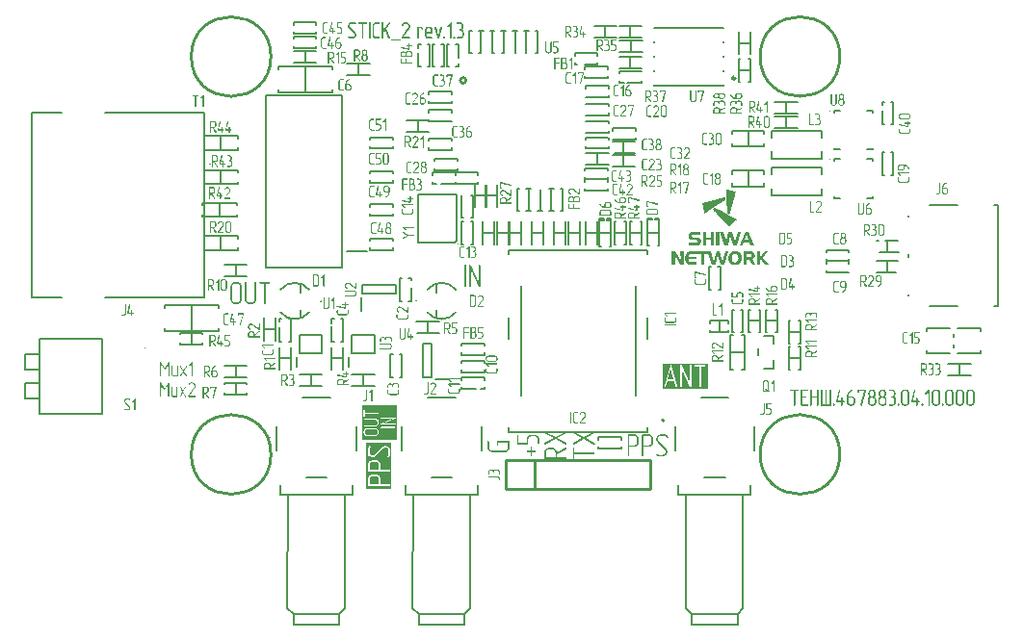
<source format=gto>
G04*
G04 #@! TF.GenerationSoftware,Altium Limited,Altium Designer,24.4.1 (13)*
G04*
G04 Layer_Color=65535*
%FSLAX44Y44*%
%MOMM*%
G71*
G04*
G04 #@! TF.SameCoordinates,A723AC24-38B1-455C-9099-8EAC0CFC01AD*
G04*
G04*
G04 #@! TF.FilePolarity,Positive*
G04*
G01*
G75*
%ADD10C,0.1000*%
%ADD11C,0.2500*%
%ADD12C,0.2000*%
%ADD13C,0.2540*%
%ADD14C,0.1500*%
G36*
X984367Y661177D02*
X984428Y660499D01*
X984490Y659884D01*
X984521Y659176D01*
X984428Y659083D01*
X984305Y659022D01*
X983874Y658714D01*
X983751Y658652D01*
X983382Y658406D01*
X983259Y658344D01*
X982828Y658037D01*
X982704Y657975D01*
X982273Y657667D01*
X982150Y657606D01*
X981719Y657298D01*
X981596Y657236D01*
X981350Y657051D01*
X981288D01*
X980857Y656743D01*
X980734Y656682D01*
X980303Y656374D01*
X980180Y656312D01*
X979749Y656005D01*
X979626Y655943D01*
X979256Y655697D01*
X979133Y655635D01*
X978702Y655327D01*
X978579Y655266D01*
X978148Y654958D01*
X978025Y654896D01*
X977594Y654588D01*
X977470Y654527D01*
X976208Y653696D01*
X975469Y653203D01*
X974792Y652772D01*
X973314Y651787D01*
X972822Y651479D01*
X971713Y650740D01*
X971036Y650309D01*
X969558Y649324D01*
X969066Y649016D01*
X967588Y648031D01*
X966910Y647600D01*
X966541Y647353D01*
X966264Y647199D01*
X966171Y647477D01*
X966079Y647877D01*
X965956Y648369D01*
X965894Y648677D01*
X965771Y649170D01*
X965710Y649478D01*
X965525Y650217D01*
X965463Y650524D01*
X965279Y651263D01*
X965217Y651571D01*
X965032Y652310D01*
X964971Y652618D01*
X964848Y653111D01*
X964786Y653418D01*
X964601Y654157D01*
X964540Y654465D01*
X964355Y655204D01*
X964294Y655512D01*
X964170Y656005D01*
X964140Y656097D01*
X964417Y656189D01*
X964848Y656312D01*
X965587Y656497D01*
X966018Y656620D01*
X966757Y656805D01*
X967188Y656928D01*
X967926Y657113D01*
X968357Y657236D01*
X969096Y657421D01*
X969527Y657544D01*
X970266Y657729D01*
X970697Y657852D01*
X971190Y657975D01*
X971621Y658098D01*
X972360Y658283D01*
X972791Y658406D01*
X973530Y658591D01*
X973961Y658714D01*
X974700Y658899D01*
X975131Y659022D01*
X975870Y659206D01*
X976301Y659330D01*
X977039Y659514D01*
X977470Y659638D01*
X978209Y659822D01*
X978641Y659945D01*
X979379Y660130D01*
X979810Y660253D01*
X980549Y660438D01*
X980980Y660561D01*
X981719Y660746D01*
X982150Y660869D01*
X982889Y661054D01*
X983320Y661177D01*
X984305Y661423D01*
X984367Y661177D01*
D02*
G37*
G36*
X985291Y668566D02*
X985629Y668474D01*
X986337Y668258D01*
X993234Y666103D01*
X993634Y665949D01*
X993141Y664225D01*
X993080Y663979D01*
X992587Y662254D01*
X992526Y662008D01*
X991910Y659853D01*
X991848Y659607D01*
X991356Y657883D01*
X991294Y657636D01*
X990801Y655912D01*
X990740Y655666D01*
X990247Y653942D01*
X990186Y653696D01*
X989693Y651971D01*
X989632Y651725D01*
X989262Y650432D01*
X989170Y650155D01*
X989139Y650124D01*
X989047Y649662D01*
X988954Y649324D01*
X988585Y648031D01*
X988523Y647784D01*
X988031Y646060D01*
X987938Y645845D01*
X985937Y646861D01*
X985875Y647107D01*
X985783Y649478D01*
X985352Y658529D01*
X985167Y662347D01*
X985106Y663763D01*
X984921Y667642D01*
X984890Y668658D01*
X984983Y668689D01*
X985291Y668566D01*
D02*
G37*
G36*
X980672Y648985D02*
X987446Y645414D01*
X993049Y642458D01*
X993357Y642273D01*
X993418D01*
X994096Y641904D01*
X994373Y641750D01*
X993788Y641165D01*
X993665Y641103D01*
X993172Y640611D01*
X993049Y640549D01*
X992495Y639995D01*
X992372Y639934D01*
X991817Y639379D01*
X991694Y639318D01*
X991140Y638764D01*
X991017Y638702D01*
X990463Y638148D01*
X990340Y638086D01*
X989847Y637594D01*
X989724Y637532D01*
X989170Y636978D01*
X989047Y636916D01*
X988492Y636362D01*
X988369Y636301D01*
X987815Y635746D01*
X987569Y635623D01*
X986799Y636393D01*
X986738Y636516D01*
X985568Y637686D01*
X985506Y637809D01*
X984336Y638979D01*
X984275Y639102D01*
X983043Y640334D01*
X982981Y640457D01*
X981812Y641627D01*
X981750Y641750D01*
X980518Y642981D01*
X980457Y643105D01*
X979287Y644275D01*
X979225Y644398D01*
X978055Y645568D01*
X977994Y645691D01*
X976762Y646922D01*
X976701Y647045D01*
X975531Y648215D01*
X975469Y648338D01*
X974238Y649570D01*
X974176Y649693D01*
X973253Y650617D01*
X973314Y650740D01*
X973407Y650832D01*
X973530Y650894D01*
X974392Y651510D01*
X974515Y651571D01*
X974638Y651694D01*
X974761Y651756D01*
X975069Y651941D01*
X980672Y648985D01*
D02*
G37*
G36*
X680500Y448000D02*
X665500D01*
Y478000D01*
X680500D01*
Y448000D01*
D02*
G37*
G36*
X495131Y498540D02*
X495173Y498532D01*
X495215Y498515D01*
X495265Y498482D01*
X495314Y498448D01*
X495364Y498398D01*
X495373Y498390D01*
X495390Y498373D01*
X495406Y498340D01*
X495431Y498290D01*
X495456Y498240D01*
X495481Y498173D01*
X495489Y498090D01*
X495498Y498007D01*
Y485918D01*
Y485910D01*
Y485885D01*
X495489Y485843D01*
X495481Y485793D01*
X495464Y485735D01*
X495439Y485677D01*
X495406Y485618D01*
X495364Y485568D01*
X495356Y485560D01*
X495340Y485552D01*
X495314Y485535D01*
X495273Y485510D01*
X495223Y485485D01*
X495164Y485468D01*
X495106Y485460D01*
X495031Y485452D01*
X495015D01*
X494990Y485460D01*
X494956Y485468D01*
X494906Y485477D01*
X494856Y485502D01*
X494781Y485527D01*
X494698Y485568D01*
X494690Y485577D01*
X494681Y485593D01*
X494656Y485618D01*
X494631Y485652D01*
X494606Y485702D01*
X494590Y485760D01*
X494573Y485835D01*
X494565Y485918D01*
Y496357D01*
X491707Y491725D01*
X491699Y491717D01*
X491674Y491683D01*
X491640Y491633D01*
X491590Y491583D01*
X491532Y491534D01*
X491465Y491483D01*
X491382Y491450D01*
X491299Y491442D01*
X491291D01*
X491265Y491450D01*
X491216Y491459D01*
X491166Y491475D01*
X491107Y491508D01*
X491041Y491558D01*
X490974Y491633D01*
X490907Y491725D01*
X488066Y496349D01*
Y485918D01*
Y485910D01*
Y485885D01*
X488058Y485843D01*
X488050Y485793D01*
X488033Y485735D01*
X488008Y485677D01*
X487975Y485618D01*
X487933Y485568D01*
X487925Y485560D01*
X487908Y485552D01*
X487883Y485535D01*
X487841Y485510D01*
X487791Y485485D01*
X487733Y485468D01*
X487675Y485460D01*
X487600Y485452D01*
X487583D01*
X487558Y485460D01*
X487525Y485468D01*
X487475Y485477D01*
X487425Y485502D01*
X487350Y485527D01*
X487267Y485568D01*
X487258Y485577D01*
X487250Y485593D01*
X487225Y485618D01*
X487200Y485652D01*
X487175Y485702D01*
X487158Y485760D01*
X487142Y485835D01*
X487133Y485918D01*
Y498007D01*
Y498015D01*
Y498049D01*
X487142Y498090D01*
X487150Y498148D01*
X487183Y498282D01*
X487208Y498340D01*
X487242Y498398D01*
X487250Y498407D01*
X487267Y498423D01*
X487291Y498448D01*
X487325Y498473D01*
X487366Y498498D01*
X487425Y498523D01*
X487483Y498540D01*
X487550Y498548D01*
X487592D01*
X487625Y498540D01*
X487700Y498523D01*
X487783Y498482D01*
X487791Y498473D01*
X487800Y498465D01*
X487825Y498448D01*
X487850Y498423D01*
X487883Y498382D01*
X487933Y498323D01*
X487991Y498248D01*
X491307Y492858D01*
X494631Y498248D01*
X494640Y498265D01*
X494665Y498298D01*
X494706Y498340D01*
X494756Y498398D01*
X494823Y498457D01*
X494898Y498498D01*
X494981Y498532D01*
X495073Y498548D01*
X495098D01*
X495131Y498540D01*
D02*
G37*
G36*
X510002Y494766D02*
X510044Y494758D01*
X510102Y494741D01*
X510152Y494716D01*
X510211Y494683D01*
X510269Y494641D01*
X510277Y494633D01*
X510294Y494616D01*
X510311Y494591D01*
X510344Y494549D01*
X510369Y494499D01*
X510386Y494449D01*
X510402Y494383D01*
X510411Y494316D01*
Y494308D01*
Y494299D01*
X510402Y494241D01*
X510386Y494166D01*
X510344Y494083D01*
X508136Y490117D01*
X510344Y486135D01*
Y486127D01*
X510352Y486118D01*
X510377Y486068D01*
X510402Y485993D01*
X510411Y485893D01*
Y485885D01*
Y485868D01*
X510402Y485835D01*
X510394Y485793D01*
X510377Y485743D01*
X510344Y485693D01*
X510311Y485635D01*
X510261Y485577D01*
X510252Y485568D01*
X510236Y485560D01*
X510202Y485535D01*
X510161Y485518D01*
X510111Y485493D01*
X510052Y485468D01*
X509986Y485460D01*
X509911Y485452D01*
X509869D01*
X509819Y485468D01*
X509769Y485485D01*
X509702Y485510D01*
X509644Y485552D01*
X509577Y485610D01*
X509528Y485693D01*
X507603Y489151D01*
X505687Y485693D01*
X505520Y485510D01*
X505287Y485452D01*
X505254D01*
X505220Y485460D01*
X505170Y485468D01*
X505112Y485485D01*
X505062Y485502D01*
X505004Y485535D01*
X504945Y485577D01*
X504937Y485585D01*
X504920Y485602D01*
X504904Y485627D01*
X504879Y485668D01*
X504845Y485718D01*
X504829Y485768D01*
X504812Y485835D01*
X504804Y485902D01*
Y485910D01*
Y485918D01*
X504812Y485976D01*
X504829Y486051D01*
X504870Y486135D01*
X507078Y490109D01*
X504870Y494083D01*
X504804Y494324D01*
Y494333D01*
Y494349D01*
X504812Y494383D01*
X504820Y494424D01*
X504837Y494474D01*
X504862Y494524D01*
X504895Y494583D01*
X504945Y494633D01*
X504954Y494641D01*
X504970Y494658D01*
X505004Y494674D01*
X505045Y494708D01*
X505095Y494733D01*
X505154Y494749D01*
X505220Y494766D01*
X505295Y494774D01*
X505337D01*
X505387Y494766D01*
X505445Y494741D01*
X505512Y494716D01*
X505570Y494674D01*
X505637Y494616D01*
X505687Y494533D01*
X507603Y491067D01*
X509528Y494524D01*
X509694Y494708D01*
X509927Y494774D01*
X509961D01*
X510002Y494766D01*
D02*
G37*
G36*
X502546Y494749D02*
X502588Y494741D01*
X502638Y494724D01*
X502696Y494708D01*
X502746Y494674D01*
X502804Y494633D01*
X502813Y494624D01*
X502829Y494608D01*
X502854Y494583D01*
X502879Y494541D01*
X502904Y494491D01*
X502929Y494433D01*
X502946Y494366D01*
X502954Y494291D01*
Y485910D01*
Y485902D01*
Y485893D01*
X502946Y485835D01*
X502929Y485768D01*
X502896Y485685D01*
X502838Y485593D01*
X502754Y485527D01*
X502704Y485493D01*
X502646Y485468D01*
X502571Y485460D01*
X502488Y485452D01*
X499155D01*
X499097Y485460D01*
X499030Y485468D01*
X498955Y485477D01*
X498864Y485493D01*
X498772Y485518D01*
X498564Y485585D01*
X498455Y485627D01*
X498339Y485677D01*
X498230Y485735D01*
X498122Y485810D01*
X498014Y485893D01*
X497906Y485985D01*
X497897Y485993D01*
X497881Y486010D01*
X497855Y486043D01*
X497822Y486085D01*
X497780Y486135D01*
X497739Y486202D01*
X497689Y486268D01*
X497639Y486352D01*
X497589Y486443D01*
X497539Y486543D01*
X497456Y486776D01*
X497422Y486893D01*
X497397Y487026D01*
X497381Y487168D01*
X497372Y487309D01*
Y494291D01*
Y494299D01*
Y494316D01*
X497381Y494349D01*
X497389Y494383D01*
X497406Y494433D01*
X497431Y494483D01*
X497464Y494541D01*
X497506Y494599D01*
X497514Y494608D01*
X497531Y494624D01*
X497564Y494649D01*
X497597Y494683D01*
X497647Y494708D01*
X497705Y494733D01*
X497772Y494749D01*
X497839Y494758D01*
X497864D01*
X497897Y494749D01*
X497939Y494741D01*
X497989Y494724D01*
X498047Y494708D01*
X498097Y494674D01*
X498155Y494633D01*
X498164Y494624D01*
X498180Y494608D01*
X498205Y494583D01*
X498230Y494541D01*
X498255Y494491D01*
X498280Y494433D01*
X498297Y494366D01*
X498305Y494291D01*
Y487309D01*
Y487301D01*
Y487293D01*
X498314Y487243D01*
X498322Y487168D01*
X498339Y487085D01*
X498372Y486976D01*
X498422Y486868D01*
X498480Y486760D01*
X498572Y486651D01*
X498580Y486643D01*
X498622Y486610D01*
X498680Y486568D01*
X498755Y486518D01*
X498847Y486468D01*
X498964Y486426D01*
X499089Y486393D01*
X499230Y486385D01*
X502021D01*
Y494291D01*
Y494299D01*
Y494316D01*
X502029Y494349D01*
X502038Y494383D01*
X502054Y494433D01*
X502079Y494483D01*
X502113Y494541D01*
X502154Y494599D01*
X502163Y494608D01*
X502179Y494624D01*
X502213Y494649D01*
X502246Y494683D01*
X502296Y494708D01*
X502354Y494733D01*
X502421Y494749D01*
X502488Y494758D01*
X502513D01*
X502546Y494749D01*
D02*
G37*
G36*
X515518Y498482D02*
X515609Y498473D01*
X515726Y498465D01*
X515859Y498440D01*
X516009Y498415D01*
X516176Y498373D01*
X516359Y498323D01*
X516551Y498265D01*
X516742Y498190D01*
X516951Y498107D01*
X517151Y497999D01*
X517359Y497873D01*
X517567Y497732D01*
X517767Y497574D01*
X517784Y497565D01*
X517817Y497532D01*
X517867Y497474D01*
X517942Y497407D01*
X518025Y497307D01*
X518117Y497199D01*
X518217Y497074D01*
X518317Y496932D01*
X518417Y496766D01*
X518517Y496590D01*
X518609Y496407D01*
X518692Y496207D01*
X518767Y495991D01*
X518817Y495766D01*
X518858Y495524D01*
X518867Y495283D01*
Y495274D01*
Y495266D01*
Y495241D01*
Y495207D01*
X518858Y495116D01*
X518850Y494999D01*
X518834Y494866D01*
X518809Y494716D01*
X518775Y494558D01*
X518725Y494391D01*
Y494383D01*
X518717Y494374D01*
X518708Y494349D01*
X518700Y494316D01*
X518684Y494274D01*
X518658Y494224D01*
X518609Y494100D01*
X518542Y493958D01*
X518459Y493783D01*
X518359Y493591D01*
X518242Y493383D01*
X513610Y486385D01*
X518325D01*
X518359Y486376D01*
X518400Y486368D01*
X518450Y486352D01*
X518508Y486318D01*
X518559Y486285D01*
X518617Y486235D01*
X518625Y486227D01*
X518642Y486210D01*
X518667Y486176D01*
X518692Y486143D01*
X518742Y486035D01*
X518759Y485976D01*
X518767Y485918D01*
Y485910D01*
Y485885D01*
X518759Y485852D01*
X518750Y485810D01*
X518733Y485760D01*
X518717Y485710D01*
X518684Y485652D01*
X518642Y485593D01*
X518633Y485585D01*
X518617Y485568D01*
X518592Y485552D01*
X518559Y485527D01*
X518508Y485493D01*
X518450Y485477D01*
X518384Y485460D01*
X518300Y485452D01*
X512710D01*
X512677Y485460D01*
X512635Y485468D01*
X512585Y485485D01*
X512527Y485510D01*
X512468Y485543D01*
X512410Y485593D01*
X512402Y485602D01*
X512393Y485618D01*
X512368Y485652D01*
X512343Y485702D01*
X512318Y485752D01*
X512302Y485810D01*
X512285Y485877D01*
X512277Y485952D01*
Y485960D01*
Y485976D01*
X512285Y486026D01*
X512302Y486101D01*
X512343Y486176D01*
X517459Y493908D01*
X517650Y494266D01*
X517792Y494599D01*
X517800Y494616D01*
X517809Y494658D01*
X517825Y494724D01*
X517850Y494808D01*
X517875Y494916D01*
X517892Y495033D01*
X517900Y495149D01*
X517909Y495283D01*
Y495291D01*
Y495324D01*
X517900Y495374D01*
Y495441D01*
X517884Y495524D01*
X517867Y495616D01*
X517842Y495724D01*
X517817Y495832D01*
X517775Y495957D01*
X517725Y496082D01*
X517659Y496216D01*
X517584Y496349D01*
X517500Y496482D01*
X517392Y496615D01*
X517276Y496749D01*
X517142Y496874D01*
X517126Y496890D01*
X517084Y496924D01*
X517009Y496982D01*
X516917Y497049D01*
X516801Y497124D01*
X516667Y497207D01*
X516517Y497282D01*
X516351Y497357D01*
X516342D01*
X516334Y497365D01*
X516309Y497374D01*
X516276Y497382D01*
X516184Y497415D01*
X516068Y497449D01*
X515926Y497482D01*
X515768Y497515D01*
X515601Y497532D01*
X515426Y497540D01*
X515359D01*
X515318Y497532D01*
X515259D01*
X515193Y497524D01*
X515118Y497507D01*
X515034Y497499D01*
X514851Y497457D01*
X514651Y497390D01*
X514435Y497299D01*
X514335Y497249D01*
X514226Y497182D01*
X514218D01*
X514201Y497165D01*
X514176Y497140D01*
X514135Y497115D01*
X514085Y497074D01*
X514035Y497024D01*
X513976Y496965D01*
X513910Y496899D01*
X513843Y496815D01*
X513768Y496724D01*
X513693Y496624D01*
X513618Y496516D01*
X513543Y496390D01*
X513468Y496257D01*
X513401Y496116D01*
X513335Y495957D01*
Y495949D01*
X513326Y495932D01*
X513310Y495907D01*
X513293Y495874D01*
X513243Y495799D01*
X513177Y495732D01*
X513168D01*
X513160Y495724D01*
X513135Y495716D01*
X513102Y495699D01*
X513018Y495674D01*
X512910Y495649D01*
X512877D01*
X512843Y495657D01*
X512793Y495666D01*
X512743Y495682D01*
X512685Y495699D01*
X512627Y495732D01*
X512568Y495774D01*
X512560Y495782D01*
X512543Y495799D01*
X512527Y495824D01*
X512502Y495866D01*
X512468Y495907D01*
X512452Y495966D01*
X512435Y496032D01*
X512427Y496107D01*
X512460Y496274D01*
X512468Y496291D01*
X512477Y496324D01*
X512502Y496382D01*
X512535Y496457D01*
X512577Y496557D01*
X512627Y496665D01*
X512685Y496782D01*
X512760Y496915D01*
X512843Y497049D01*
X512927Y497190D01*
X513027Y497332D01*
X513135Y497465D01*
X513260Y497607D01*
X513385Y497740D01*
X513526Y497865D01*
X513676Y497974D01*
X513685Y497982D01*
X513710Y497999D01*
X513751Y498023D01*
X513810Y498057D01*
X513876Y498090D01*
X513960Y498140D01*
X514060Y498182D01*
X514168Y498232D01*
X514285Y498282D01*
X514418Y498323D01*
X514560Y498373D01*
X514710Y498407D01*
X514868Y498440D01*
X515034Y498465D01*
X515201Y498482D01*
X515384Y498490D01*
X515443D01*
X515518Y498482D01*
D02*
G37*
G36*
X768373Y601760D02*
X768436Y601748D01*
X768511Y601722D01*
X768598Y601698D01*
X768673Y601647D01*
X768761Y601585D01*
X768773Y601573D01*
X768798Y601548D01*
X768836Y601510D01*
X768873Y601460D01*
X768911Y601385D01*
X768948Y601298D01*
X768973Y601198D01*
X768986Y601073D01*
Y582915D01*
Y582902D01*
Y582877D01*
X768973Y582840D01*
X768961Y582790D01*
X768936Y582715D01*
X768898Y582627D01*
X768848Y582527D01*
X768773Y582402D01*
X768761Y582390D01*
X768736Y582378D01*
X768686Y582352D01*
X768623Y582315D01*
X768473Y582253D01*
X768386Y582240D01*
X768286Y582228D01*
X767936Y582303D01*
X767649Y582627D01*
X760600Y597898D01*
Y582915D01*
Y582902D01*
Y582865D01*
X760588Y582802D01*
X760575Y582727D01*
X760550Y582640D01*
X760513Y582552D01*
X760463Y582465D01*
X760400Y582390D01*
X760388Y582378D01*
X760363Y582365D01*
X760325Y582340D01*
X760263Y582315D01*
X760188Y582277D01*
X760100Y582253D01*
X760013Y582240D01*
X759901Y582228D01*
X759875D01*
X759838Y582240D01*
X759788Y582253D01*
X759713Y582265D01*
X759638Y582303D01*
X759526Y582340D01*
X759401Y582390D01*
X759388Y582402D01*
X759376Y582427D01*
X759338Y582465D01*
X759301Y582515D01*
X759263Y582590D01*
X759238Y582677D01*
X759213Y582790D01*
X759201Y582915D01*
Y601073D01*
Y601085D01*
Y601110D01*
X759213Y601160D01*
X759226Y601210D01*
X759251Y601285D01*
X759288Y601360D01*
X759338Y601448D01*
X759401Y601535D01*
X759413Y601548D01*
X759438Y601573D01*
X759488Y601610D01*
X759538Y601660D01*
X759613Y601698D01*
X759701Y601735D01*
X759788Y601760D01*
X759888Y601772D01*
X759913D01*
X760001Y601760D01*
X760113Y601735D01*
X760238Y601685D01*
X760250D01*
X760263Y601673D01*
X760338Y601610D01*
X760388Y601573D01*
X760438Y601510D01*
X760475Y601448D01*
X760525Y601360D01*
X767586Y586089D01*
Y601073D01*
Y601085D01*
Y601110D01*
X767599Y601160D01*
X767611Y601210D01*
X767636Y601285D01*
X767673Y601360D01*
X767723Y601448D01*
X767786Y601535D01*
X767798Y601548D01*
X767823Y601573D01*
X767874Y601610D01*
X767924Y601660D01*
X767999Y601698D01*
X768086Y601735D01*
X768186Y601760D01*
X768286Y601772D01*
X768323D01*
X768373Y601760D01*
D02*
G37*
G36*
X755802D02*
X755864Y601748D01*
X755939Y601722D01*
X756027Y601698D01*
X756102Y601647D01*
X756189Y601585D01*
X756201Y601573D01*
X756227Y601548D01*
X756264Y601510D01*
X756301Y601460D01*
X756339Y601385D01*
X756376Y601298D01*
X756401Y601198D01*
X756414Y601073D01*
Y582915D01*
Y582902D01*
Y582865D01*
X756401Y582802D01*
X756389Y582727D01*
X756364Y582640D01*
X756327Y582552D01*
X756276Y582465D01*
X756214Y582390D01*
X756201Y582378D01*
X756177Y582365D01*
X756139Y582340D01*
X756077Y582315D01*
X756002Y582277D01*
X755914Y582253D01*
X755827Y582240D01*
X755714Y582228D01*
X755689D01*
X755652Y582240D01*
X755602Y582253D01*
X755527Y582265D01*
X755452Y582303D01*
X755339Y582340D01*
X755214Y582390D01*
X755202Y582402D01*
X755189Y582427D01*
X755152Y582465D01*
X755114Y582515D01*
X755077Y582590D01*
X755052Y582677D01*
X755027Y582790D01*
X755014Y582915D01*
Y601073D01*
Y601085D01*
Y601110D01*
X755027Y601160D01*
X755039Y601210D01*
X755064Y601285D01*
X755102Y601360D01*
X755152Y601448D01*
X755214Y601535D01*
X755227Y601548D01*
X755252Y601573D01*
X755302Y601610D01*
X755352Y601660D01*
X755427Y601698D01*
X755514Y601735D01*
X755614Y601760D01*
X755714Y601772D01*
X755752D01*
X755802Y601760D01*
D02*
G37*
G36*
X495564Y516540D02*
X495606Y516532D01*
X495648Y516515D01*
X495698Y516482D01*
X495747Y516448D01*
X495797Y516398D01*
X495806Y516390D01*
X495822Y516373D01*
X495839Y516340D01*
X495864Y516290D01*
X495889Y516240D01*
X495914Y516173D01*
X495922Y516090D01*
X495931Y516007D01*
Y503918D01*
Y503910D01*
Y503885D01*
X495922Y503843D01*
X495914Y503793D01*
X495897Y503735D01*
X495872Y503677D01*
X495839Y503618D01*
X495797Y503568D01*
X495789Y503560D01*
X495772Y503552D01*
X495747Y503535D01*
X495706Y503510D01*
X495656Y503485D01*
X495597Y503468D01*
X495539Y503460D01*
X495464Y503452D01*
X495448D01*
X495423Y503460D01*
X495389Y503468D01*
X495339Y503477D01*
X495289Y503502D01*
X495214Y503527D01*
X495131Y503568D01*
X495123Y503577D01*
X495114Y503593D01*
X495089Y503618D01*
X495064Y503652D01*
X495039Y503702D01*
X495023Y503760D01*
X495006Y503835D01*
X494998Y503918D01*
Y514357D01*
X492140Y509725D01*
X492132Y509717D01*
X492107Y509683D01*
X492073Y509633D01*
X492023Y509583D01*
X491965Y509533D01*
X491898Y509483D01*
X491815Y509450D01*
X491732Y509442D01*
X491724D01*
X491698Y509450D01*
X491648Y509459D01*
X491599Y509475D01*
X491540Y509509D01*
X491474Y509558D01*
X491407Y509633D01*
X491340Y509725D01*
X488499Y514349D01*
Y503918D01*
Y503910D01*
Y503885D01*
X488491Y503843D01*
X488483Y503793D01*
X488466Y503735D01*
X488441Y503677D01*
X488408Y503618D01*
X488366Y503568D01*
X488358Y503560D01*
X488341Y503552D01*
X488316Y503535D01*
X488274Y503510D01*
X488224Y503485D01*
X488166Y503468D01*
X488108Y503460D01*
X488033Y503452D01*
X488016D01*
X487991Y503460D01*
X487958Y503468D01*
X487908Y503477D01*
X487858Y503502D01*
X487783Y503527D01*
X487700Y503568D01*
X487691Y503577D01*
X487683Y503593D01*
X487658Y503618D01*
X487633Y503652D01*
X487608Y503702D01*
X487591Y503760D01*
X487575Y503835D01*
X487566Y503918D01*
Y516007D01*
Y516015D01*
Y516048D01*
X487575Y516090D01*
X487583Y516148D01*
X487616Y516282D01*
X487641Y516340D01*
X487674Y516398D01*
X487683Y516407D01*
X487700Y516423D01*
X487724Y516448D01*
X487758Y516473D01*
X487799Y516498D01*
X487858Y516523D01*
X487916Y516540D01*
X487983Y516548D01*
X488024D01*
X488058Y516540D01*
X488133Y516523D01*
X488216Y516482D01*
X488224Y516473D01*
X488233Y516465D01*
X488258Y516448D01*
X488283Y516423D01*
X488316Y516382D01*
X488366Y516323D01*
X488424Y516248D01*
X491740Y510858D01*
X495064Y516248D01*
X495073Y516265D01*
X495098Y516298D01*
X495139Y516340D01*
X495189Y516398D01*
X495256Y516457D01*
X495331Y516498D01*
X495414Y516532D01*
X495506Y516548D01*
X495531D01*
X495564Y516540D01*
D02*
G37*
G36*
X510435Y512766D02*
X510477Y512758D01*
X510535Y512741D01*
X510585Y512716D01*
X510644Y512683D01*
X510702Y512641D01*
X510710Y512633D01*
X510727Y512616D01*
X510744Y512591D01*
X510777Y512549D01*
X510802Y512499D01*
X510819Y512449D01*
X510835Y512383D01*
X510844Y512316D01*
Y512308D01*
Y512299D01*
X510835Y512241D01*
X510819Y512166D01*
X510777Y512083D01*
X508569Y508117D01*
X510777Y504135D01*
Y504127D01*
X510785Y504118D01*
X510810Y504068D01*
X510835Y503993D01*
X510844Y503893D01*
Y503885D01*
Y503868D01*
X510835Y503835D01*
X510827Y503793D01*
X510810Y503743D01*
X510777Y503693D01*
X510744Y503635D01*
X510694Y503577D01*
X510685Y503568D01*
X510669Y503560D01*
X510635Y503535D01*
X510594Y503518D01*
X510544Y503493D01*
X510485Y503468D01*
X510419Y503460D01*
X510344Y503452D01*
X510302D01*
X510252Y503468D01*
X510202Y503485D01*
X510135Y503510D01*
X510077Y503552D01*
X510010Y503610D01*
X509961Y503693D01*
X508036Y507151D01*
X506120Y503693D01*
X505953Y503510D01*
X505720Y503452D01*
X505687D01*
X505653Y503460D01*
X505603Y503468D01*
X505545Y503485D01*
X505495Y503502D01*
X505437Y503535D01*
X505378Y503577D01*
X505370Y503585D01*
X505353Y503602D01*
X505337Y503627D01*
X505312Y503668D01*
X505278Y503718D01*
X505262Y503768D01*
X505245Y503835D01*
X505237Y503902D01*
Y503910D01*
Y503918D01*
X505245Y503977D01*
X505262Y504052D01*
X505303Y504135D01*
X507511Y508109D01*
X505303Y512083D01*
X505237Y512324D01*
Y512333D01*
Y512349D01*
X505245Y512383D01*
X505253Y512424D01*
X505270Y512474D01*
X505295Y512524D01*
X505328Y512583D01*
X505378Y512633D01*
X505387Y512641D01*
X505403Y512658D01*
X505437Y512674D01*
X505478Y512708D01*
X505528Y512733D01*
X505587Y512749D01*
X505653Y512766D01*
X505728Y512774D01*
X505770D01*
X505820Y512766D01*
X505878Y512741D01*
X505945Y512716D01*
X506003Y512674D01*
X506070Y512616D01*
X506120Y512533D01*
X508036Y509067D01*
X509961Y512524D01*
X510127Y512708D01*
X510360Y512774D01*
X510394D01*
X510435Y512766D01*
D02*
G37*
G36*
X502979Y512749D02*
X503021Y512741D01*
X503071Y512724D01*
X503129Y512708D01*
X503179Y512674D01*
X503237Y512633D01*
X503246Y512624D01*
X503262Y512608D01*
X503287Y512583D01*
X503312Y512541D01*
X503337Y512491D01*
X503362Y512433D01*
X503379Y512366D01*
X503387Y512291D01*
Y503910D01*
Y503902D01*
Y503893D01*
X503379Y503835D01*
X503362Y503768D01*
X503329Y503685D01*
X503270Y503593D01*
X503187Y503527D01*
X503137Y503493D01*
X503079Y503468D01*
X503004Y503460D01*
X502921Y503452D01*
X499588D01*
X499530Y503460D01*
X499463Y503468D01*
X499388Y503477D01*
X499296Y503493D01*
X499205Y503518D01*
X498997Y503585D01*
X498888Y503627D01*
X498772Y503677D01*
X498663Y503735D01*
X498555Y503810D01*
X498447Y503893D01*
X498338Y503985D01*
X498330Y503993D01*
X498313Y504010D01*
X498288Y504043D01*
X498255Y504085D01*
X498214Y504135D01*
X498172Y504202D01*
X498122Y504268D01*
X498072Y504351D01*
X498022Y504443D01*
X497972Y504543D01*
X497889Y504776D01*
X497855Y504893D01*
X497830Y505026D01*
X497814Y505168D01*
X497805Y505309D01*
Y512291D01*
Y512299D01*
Y512316D01*
X497814Y512349D01*
X497822Y512383D01*
X497839Y512433D01*
X497864Y512483D01*
X497897Y512541D01*
X497939Y512599D01*
X497947Y512608D01*
X497963Y512624D01*
X497997Y512649D01*
X498030Y512683D01*
X498080Y512708D01*
X498139Y512733D01*
X498205Y512749D01*
X498272Y512758D01*
X498297D01*
X498330Y512749D01*
X498372Y512741D01*
X498422Y512724D01*
X498480Y512708D01*
X498530Y512674D01*
X498588Y512633D01*
X498597Y512624D01*
X498613Y512608D01*
X498638Y512583D01*
X498663Y512541D01*
X498688Y512491D01*
X498713Y512433D01*
X498730Y512366D01*
X498738Y512291D01*
Y505309D01*
Y505301D01*
Y505293D01*
X498747Y505243D01*
X498755Y505168D01*
X498772Y505085D01*
X498805Y504976D01*
X498855Y504868D01*
X498913Y504760D01*
X499005Y504651D01*
X499013Y504643D01*
X499055Y504610D01*
X499113Y504568D01*
X499188Y504518D01*
X499280Y504468D01*
X499397Y504426D01*
X499521Y504393D01*
X499663Y504385D01*
X502454D01*
Y512291D01*
Y512299D01*
Y512316D01*
X502462Y512349D01*
X502471Y512383D01*
X502487Y512433D01*
X502512Y512483D01*
X502546Y512541D01*
X502587Y512599D01*
X502596Y512608D01*
X502612Y512624D01*
X502646Y512649D01*
X502679Y512683D01*
X502729Y512708D01*
X502787Y512733D01*
X502854Y512749D01*
X502921Y512758D01*
X502946D01*
X502979Y512749D01*
D02*
G37*
G36*
X516026Y516473D02*
X516067Y516465D01*
X516117Y516448D01*
X516175Y516432D01*
X516226Y516398D01*
X516284Y516357D01*
X516292Y516348D01*
X516309Y516332D01*
X516334Y516307D01*
X516359Y516265D01*
X516384Y516223D01*
X516409Y516165D01*
X516426Y516098D01*
X516434Y516023D01*
Y503910D01*
Y503902D01*
Y503877D01*
X516426Y503835D01*
X516417Y503785D01*
X516400Y503727D01*
X516376Y503668D01*
X516342Y503610D01*
X516301Y503560D01*
X516292Y503552D01*
X516275Y503543D01*
X516250Y503527D01*
X516209Y503510D01*
X516159Y503485D01*
X516101Y503468D01*
X516042Y503460D01*
X515967Y503452D01*
X515951D01*
X515926Y503460D01*
X515892Y503468D01*
X515842Y503477D01*
X515792Y503502D01*
X515717Y503527D01*
X515634Y503560D01*
X515626Y503568D01*
X515617Y503585D01*
X515592Y503610D01*
X515567Y503643D01*
X515542Y503693D01*
X515526Y503752D01*
X515509Y503827D01*
X515501Y503910D01*
Y514899D01*
X513501Y512891D01*
X513493Y512883D01*
X513476Y512874D01*
X513451Y512849D01*
X513410Y512824D01*
X513368Y512799D01*
X513310Y512783D01*
X513251Y512766D01*
X513185Y512758D01*
X513151D01*
X513118Y512766D01*
X513068Y512774D01*
X513018Y512791D01*
X512960Y512816D01*
X512910Y512849D01*
X512851Y512891D01*
X512843Y512899D01*
X512835Y512916D01*
X512810Y512949D01*
X512785Y512991D01*
X512760Y513041D01*
X512743Y513099D01*
X512726Y513158D01*
X512718Y513232D01*
Y513249D01*
X512726Y513266D01*
X512735Y513299D01*
X512751Y513341D01*
X512776Y513399D01*
X512810Y513466D01*
X512851Y513549D01*
X515634Y516348D01*
X515642Y516357D01*
X515659Y516373D01*
X515684Y516390D01*
X515726Y516415D01*
X515776Y516440D01*
X515826Y516465D01*
X515892Y516473D01*
X515959Y516482D01*
X515992D01*
X516026Y516473D01*
D02*
G37*
G36*
X571280Y586760D02*
X571343Y586748D01*
X571418Y586722D01*
X571505Y586698D01*
X571580Y586647D01*
X571668Y586585D01*
X571680Y586572D01*
X571705Y586548D01*
X571743Y586510D01*
X571780Y586460D01*
X571818Y586385D01*
X571855Y586298D01*
X571880Y586198D01*
X571893Y586073D01*
Y571414D01*
Y571389D01*
Y571339D01*
X571880Y571251D01*
X571867Y571127D01*
X571855Y570976D01*
X571830Y570802D01*
X571792Y570614D01*
X571743Y570402D01*
X571668Y570177D01*
X571593Y569939D01*
X571493Y569689D01*
X571368Y569439D01*
X571230Y569189D01*
X571068Y568940D01*
X570868Y568690D01*
X570655Y568452D01*
X570643Y568440D01*
X570605Y568402D01*
X570530Y568340D01*
X570443Y568265D01*
X570318Y568165D01*
X570180Y568065D01*
X570005Y567952D01*
X569831Y567840D01*
X569618Y567727D01*
X569393Y567615D01*
X569143Y567515D01*
X568881Y567415D01*
X568606Y567340D01*
X568306Y567277D01*
X568006Y567240D01*
X567681Y567228D01*
X566219D01*
X566132Y567240D01*
X566019Y567253D01*
X565882Y567265D01*
X565719Y567290D01*
X565532Y567327D01*
X565332Y567378D01*
X565107Y567440D01*
X564882Y567527D01*
X564632Y567627D01*
X564394Y567740D01*
X564145Y567877D01*
X563895Y568040D01*
X563645Y568227D01*
X563395Y568440D01*
X563382Y568452D01*
X563345Y568490D01*
X563282Y568565D01*
X563195Y568652D01*
X563095Y568777D01*
X562982Y568915D01*
X562870Y569077D01*
X562757Y569264D01*
X562632Y569477D01*
X562520Y569702D01*
X562407Y569939D01*
X562308Y570202D01*
X562233Y570489D01*
X562158Y570777D01*
X562120Y571089D01*
X562108Y571414D01*
Y586073D01*
Y586085D01*
Y586110D01*
X562120Y586160D01*
X562132Y586210D01*
X562158Y586285D01*
X562195Y586360D01*
X562245Y586448D01*
X562308Y586535D01*
X562320Y586548D01*
X562345Y586572D01*
X562395Y586610D01*
X562445Y586660D01*
X562520Y586698D01*
X562607Y586735D01*
X562707Y586760D01*
X562807Y586772D01*
X562845D01*
X562895Y586760D01*
X562957Y586748D01*
X563032Y586722D01*
X563120Y586698D01*
X563195Y586647D01*
X563282Y586585D01*
X563295Y586572D01*
X563320Y586548D01*
X563357Y586510D01*
X563395Y586460D01*
X563432Y586385D01*
X563470Y586298D01*
X563495Y586198D01*
X563507Y586073D01*
Y571414D01*
Y571401D01*
Y571364D01*
Y571301D01*
X563520Y571227D01*
X563532Y571127D01*
X563557Y571014D01*
X563582Y570877D01*
X563607Y570739D01*
X563707Y570439D01*
X563782Y570277D01*
X563857Y570102D01*
X563957Y569939D01*
X564070Y569777D01*
X564194Y569614D01*
X564344Y569452D01*
X564357Y569439D01*
X564382Y569414D01*
X564432Y569377D01*
X564494Y569327D01*
X564569Y569264D01*
X564669Y569189D01*
X564782Y569114D01*
X564907Y569039D01*
X565044Y568965D01*
X565194Y568890D01*
X565532Y568752D01*
X565707Y568702D01*
X565894Y568665D01*
X566094Y568640D01*
X566294Y568627D01*
X567794D01*
X567868Y568640D01*
X567968Y568652D01*
X568081Y568665D01*
X568218Y568690D01*
X568356Y568727D01*
X568668Y568815D01*
X568831Y568890D01*
X568993Y568965D01*
X569168Y569052D01*
X569331Y569152D01*
X569493Y569277D01*
X569656Y569414D01*
X569668Y569427D01*
X569693Y569452D01*
X569731Y569502D01*
X569793Y569564D01*
X569855Y569639D01*
X569918Y569727D01*
X569993Y569839D01*
X570080Y569964D01*
X570155Y570102D01*
X570230Y570252D01*
X570293Y570414D01*
X570368Y570602D01*
X570418Y570789D01*
X570455Y570989D01*
X570480Y571189D01*
X570493Y571414D01*
Y586073D01*
Y586085D01*
Y586110D01*
X570505Y586160D01*
X570518Y586210D01*
X570543Y586285D01*
X570580Y586360D01*
X570630Y586448D01*
X570693Y586535D01*
X570705Y586548D01*
X570730Y586572D01*
X570780Y586610D01*
X570830Y586660D01*
X570905Y586698D01*
X570993Y586735D01*
X571093Y586760D01*
X571193Y586772D01*
X571230D01*
X571280Y586760D01*
D02*
G37*
G36*
X583852D02*
X583914Y586748D01*
X583989Y586722D01*
X584077Y586673D01*
X584152Y586623D01*
X584239Y586548D01*
X584252Y586535D01*
X584277Y586510D01*
X584314Y586460D01*
X584352Y586410D01*
X584427Y586248D01*
X584452Y586160D01*
X584464Y586073D01*
Y586060D01*
Y586023D01*
X584452Y585973D01*
X584439Y585910D01*
X584414Y585835D01*
X584389Y585760D01*
X584339Y585673D01*
X584277Y585585D01*
X584264Y585573D01*
X584239Y585548D01*
X584202Y585523D01*
X584139Y585485D01*
X584064Y585435D01*
X583977Y585410D01*
X583877Y585385D01*
X583764Y585373D01*
X580265D01*
Y567915D01*
Y567902D01*
Y567865D01*
X580253Y567802D01*
X580240Y567727D01*
X580215Y567640D01*
X580178Y567552D01*
X580128Y567465D01*
X580065Y567390D01*
X580053Y567378D01*
X580028Y567365D01*
X579990Y567340D01*
X579928Y567315D01*
X579853Y567277D01*
X579766Y567253D01*
X579678Y567240D01*
X579566Y567228D01*
X579540D01*
X579503Y567240D01*
X579453Y567253D01*
X579378Y567265D01*
X579303Y567303D01*
X579191Y567340D01*
X579066Y567390D01*
X579053Y567402D01*
X579041Y567427D01*
X579003Y567465D01*
X578966Y567515D01*
X578928Y567590D01*
X578903Y567677D01*
X578878Y567790D01*
X578866Y567915D01*
Y585373D01*
X575317D01*
X575254Y585385D01*
X575192Y585398D01*
X575104Y585423D01*
X575017Y585448D01*
X574929Y585498D01*
X574854Y585560D01*
X574842Y585573D01*
X574829Y585598D01*
X574804Y585648D01*
X574767Y585710D01*
X574729Y585785D01*
X574704Y585873D01*
X574692Y585973D01*
X574679Y586073D01*
Y586085D01*
Y586098D01*
X574692Y586135D01*
X574704Y586185D01*
X574717Y586248D01*
X574754Y586310D01*
X574792Y586398D01*
X574842Y586498D01*
X574854Y586510D01*
X574879Y586535D01*
X574917Y586585D01*
X574979Y586635D01*
X575042Y586685D01*
X575142Y586735D01*
X575242Y586760D01*
X575367Y586772D01*
X583802D01*
X583852Y586760D01*
D02*
G37*
G36*
X555272D02*
X555397D01*
X555547Y586735D01*
X555722Y586710D01*
X555909Y586673D01*
X556121Y586623D01*
X556359Y586560D01*
X556596Y586473D01*
X556834Y586373D01*
X557084Y586260D01*
X557334Y586110D01*
X557584Y585948D01*
X557834Y585760D01*
X558071Y585548D01*
X558083Y585535D01*
X558121Y585498D01*
X558184Y585423D01*
X558271Y585335D01*
X558358Y585210D01*
X558471Y585073D01*
X558583Y584898D01*
X558696Y584723D01*
X558808Y584511D01*
X558921Y584286D01*
X559033Y584036D01*
X559121Y583773D01*
X559208Y583498D01*
X559271Y583198D01*
X559308Y582898D01*
X559321Y582574D01*
Y571414D01*
Y571389D01*
Y571339D01*
X559308Y571251D01*
X559296Y571127D01*
X559283Y570976D01*
X559258Y570802D01*
X559221Y570614D01*
X559171Y570402D01*
X559096Y570177D01*
X559021Y569939D01*
X558921Y569689D01*
X558796Y569439D01*
X558658Y569189D01*
X558496Y568940D01*
X558296Y568690D01*
X558083Y568452D01*
X558071Y568440D01*
X558034Y568402D01*
X557959Y568340D01*
X557871Y568265D01*
X557746Y568165D01*
X557609Y568065D01*
X557434Y567952D01*
X557259Y567840D01*
X557046Y567727D01*
X556821Y567615D01*
X556571Y567515D01*
X556309Y567415D01*
X556034Y567340D01*
X555734Y567277D01*
X555434Y567240D01*
X555109Y567228D01*
X553647D01*
X553560Y567240D01*
X553447Y567253D01*
X553310Y567265D01*
X553147Y567290D01*
X552960Y567327D01*
X552760Y567378D01*
X552535Y567440D01*
X552310Y567527D01*
X552060Y567627D01*
X551823Y567740D01*
X551573Y567877D01*
X551323Y568040D01*
X551073Y568227D01*
X550823Y568440D01*
X550810Y568452D01*
X550773Y568490D01*
X550710Y568565D01*
X550623Y568652D01*
X550523Y568777D01*
X550410Y568915D01*
X550298Y569077D01*
X550186Y569264D01*
X550061Y569477D01*
X549948Y569702D01*
X549836Y569939D01*
X549736Y570202D01*
X549661Y570489D01*
X549586Y570777D01*
X549548Y571089D01*
X549536Y571414D01*
Y582574D01*
Y582599D01*
Y582649D01*
X549548Y582736D01*
X549561Y582861D01*
X549573Y582999D01*
X549598Y583173D01*
X549636Y583361D01*
X549686Y583573D01*
X549748Y583798D01*
X549836Y584023D01*
X549936Y584273D01*
X550048Y584523D01*
X550186Y584773D01*
X550348Y585023D01*
X550536Y585273D01*
X550748Y585510D01*
X550760Y585523D01*
X550798Y585560D01*
X550873Y585623D01*
X550960Y585710D01*
X551085Y585798D01*
X551223Y585910D01*
X551385Y586023D01*
X551573Y586148D01*
X551785Y586260D01*
X552010Y586373D01*
X552248Y586485D01*
X552510Y586572D01*
X552797Y586660D01*
X553085Y586722D01*
X553397Y586760D01*
X553722Y586772D01*
X555184D01*
X555272Y586760D01*
D02*
G37*
G36*
X844198Y454866D02*
X844260Y454853D01*
X844335Y454828D01*
X844423Y454778D01*
X844510Y454728D01*
X844597Y454653D01*
X844610Y454641D01*
X844622Y454616D01*
X844660Y454566D01*
X844685Y454503D01*
X844723Y454428D01*
X844760Y454341D01*
X844772Y454241D01*
X844785Y454128D01*
Y454116D01*
X844772Y454066D01*
X844760Y454003D01*
X844735Y453916D01*
X844697Y453816D01*
X844622Y453729D01*
X844535Y453629D01*
X844410Y453541D01*
X836475Y449280D01*
X844410Y445018D01*
X844423Y445006D01*
X844473Y444981D01*
X844522Y444931D01*
X844597Y444868D01*
X844660Y444781D01*
X844723Y444681D01*
X844772Y444556D01*
X844785Y444418D01*
Y444369D01*
X844772Y444306D01*
X844760Y444231D01*
X844735Y444156D01*
X844710Y444069D01*
X844660Y443981D01*
X844597Y443894D01*
X844585Y443881D01*
X844560Y443869D01*
X844522Y443831D01*
X844460Y443794D01*
X844385Y443756D01*
X844310Y443731D01*
X844210Y443706D01*
X844110Y443694D01*
X844098D01*
X844085D01*
X844048D01*
X843998Y443706D01*
X843885Y443731D01*
X843748Y443781D01*
X835000Y448492D01*
X826265Y443781D01*
X825902Y443694D01*
X825890D01*
X825877D01*
X825840Y443706D01*
X825790Y443719D01*
X825740Y443744D01*
X825665Y443781D01*
X825577Y443831D01*
X825490Y443894D01*
X825477Y443906D01*
X825452Y443931D01*
X825402Y443981D01*
X825352Y444044D01*
X825303Y444118D01*
X825253Y444206D01*
X825228Y444319D01*
X825215Y444431D01*
Y444493D01*
X825240Y444556D01*
X825265Y444643D01*
X825315Y444743D01*
X825377Y444843D01*
X825477Y444931D01*
X825602Y445018D01*
X833513Y449280D01*
X825602Y453541D01*
X825590Y453554D01*
X825540Y453579D01*
X825477Y453629D01*
X825402Y453691D01*
X825340Y453779D01*
X825277Y453879D01*
X825228Y454003D01*
X825215Y454141D01*
Y454191D01*
X825228Y454253D01*
X825240Y454328D01*
X825265Y454403D01*
X825303Y454491D01*
X825352Y454578D01*
X825415Y454666D01*
X825427Y454678D01*
X825452Y454703D01*
X825490Y454728D01*
X825552Y454778D01*
X825627Y454816D01*
X825702Y454841D01*
X825802Y454866D01*
X825902Y454878D01*
X825915D01*
X825927D01*
X825965D01*
X826015Y454866D01*
X826127Y454841D01*
X826265Y454778D01*
X835000Y450079D01*
X843748Y454778D01*
X843760D01*
X843773Y454791D01*
X843848Y454828D01*
X843960Y454866D01*
X844110Y454878D01*
X844123D01*
X844148D01*
X844198Y454866D01*
D02*
G37*
G36*
Y440894D02*
X844260Y440882D01*
X844335Y440857D01*
X844423Y440807D01*
X844510Y440757D01*
X844597Y440682D01*
X844610Y440669D01*
X844622Y440644D01*
X844660Y440594D01*
X844685Y440532D01*
X844723Y440457D01*
X844760Y440369D01*
X844772Y440270D01*
X844785Y440170D01*
Y440145D01*
X844772Y440070D01*
X844760Y439970D01*
X844723Y439857D01*
X844697Y439832D01*
X844648Y439770D01*
X844560Y439695D01*
X844448Y439607D01*
X836400Y434921D01*
Y432522D01*
X844098D01*
X844110D01*
X844148D01*
X844210Y432509D01*
X844285Y432496D01*
X844373Y432472D01*
X844460Y432434D01*
X844548Y432384D01*
X844622Y432322D01*
X844635Y432309D01*
X844648Y432284D01*
X844672Y432247D01*
X844697Y432184D01*
X844735Y432109D01*
X844760Y432022D01*
X844772Y431934D01*
X844785Y431822D01*
Y431797D01*
X844772Y431759D01*
X844760Y431709D01*
X844747Y431634D01*
X844710Y431559D01*
X844672Y431447D01*
X844622Y431322D01*
X844610Y431309D01*
X844585Y431297D01*
X844548Y431259D01*
X844498Y431222D01*
X844423Y431184D01*
X844335Y431159D01*
X844223Y431134D01*
X844098Y431122D01*
X825940D01*
X825927D01*
X825915D01*
X825827Y431134D01*
X825715Y431159D01*
X825590Y431209D01*
X825465Y431284D01*
X825352Y431409D01*
X825303Y431497D01*
X825265Y431584D01*
X825253Y431684D01*
X825240Y431809D01*
Y436770D01*
X825253Y436858D01*
Y436983D01*
X825277Y437133D01*
X825303Y437308D01*
X825340Y437495D01*
X825390Y437708D01*
X825452Y437945D01*
X825540Y438183D01*
X825640Y438420D01*
X825752Y438670D01*
X825902Y438920D01*
X826065Y439170D01*
X826252Y439420D01*
X826465Y439657D01*
X826477Y439670D01*
X826515Y439707D01*
X826590Y439770D01*
X826677Y439857D01*
X826802Y439945D01*
X826939Y440057D01*
X827114Y440170D01*
X827290Y440282D01*
X827502Y440395D01*
X827727Y440507D01*
X827977Y440619D01*
X828239Y440707D01*
X828514Y440794D01*
X828814Y440857D01*
X829114Y440894D01*
X829439Y440907D01*
X832226D01*
X832251D01*
X832301D01*
X832388Y440894D01*
X832513Y440882D01*
X832663Y440869D01*
X832838Y440844D01*
X833026Y440807D01*
X833238Y440757D01*
X833463Y440682D01*
X833700Y440607D01*
X833950Y440507D01*
X834200Y440382D01*
X834450Y440244D01*
X834700Y440082D01*
X834938Y439882D01*
X835175Y439670D01*
X835187Y439657D01*
X835225Y439620D01*
X835287Y439545D01*
X835362Y439457D01*
X835462Y439332D01*
X835562Y439195D01*
X835675Y439020D01*
X835787Y438845D01*
X835900Y438632D01*
X836012Y438408D01*
X836112Y438158D01*
X836212Y437895D01*
X836287Y437620D01*
X836350Y437320D01*
X836387Y437020D01*
X836400Y436695D01*
Y436521D01*
X843748Y440807D01*
X843760D01*
X843773Y440819D01*
X843848Y440857D01*
X843960Y440894D01*
X844110Y440907D01*
X844123D01*
X844148D01*
X844198Y440894D01*
D02*
G37*
G36*
X691000Y445000D02*
Y405000D01*
X669000D01*
Y445000D01*
X691000D01*
D02*
G37*
G36*
X869198Y454866D02*
X869260Y454853D01*
X869335Y454828D01*
X869423Y454778D01*
X869510Y454728D01*
X869597Y454653D01*
X869610Y454641D01*
X869622Y454616D01*
X869660Y454566D01*
X869685Y454503D01*
X869723Y454428D01*
X869760Y454341D01*
X869772Y454241D01*
X869785Y454128D01*
Y454116D01*
X869772Y454066D01*
X869760Y454003D01*
X869735Y453916D01*
X869697Y453816D01*
X869622Y453729D01*
X869535Y453629D01*
X869410Y453541D01*
X861475Y449280D01*
X869410Y445018D01*
X869423Y445006D01*
X869473Y444981D01*
X869522Y444931D01*
X869597Y444868D01*
X869660Y444781D01*
X869723Y444681D01*
X869772Y444556D01*
X869785Y444418D01*
Y444369D01*
X869772Y444306D01*
X869760Y444231D01*
X869735Y444156D01*
X869710Y444069D01*
X869660Y443981D01*
X869597Y443894D01*
X869585Y443881D01*
X869560Y443869D01*
X869522Y443831D01*
X869460Y443794D01*
X869385Y443756D01*
X869310Y443731D01*
X869210Y443706D01*
X869110Y443694D01*
X869098D01*
X869085D01*
X869048D01*
X868998Y443706D01*
X868885Y443731D01*
X868748Y443781D01*
X860000Y448492D01*
X851265Y443781D01*
X850902Y443694D01*
X850890D01*
X850877D01*
X850840Y443706D01*
X850790Y443719D01*
X850740Y443744D01*
X850665Y443781D01*
X850577Y443831D01*
X850490Y443894D01*
X850477Y443906D01*
X850452Y443931D01*
X850402Y443981D01*
X850352Y444044D01*
X850303Y444118D01*
X850253Y444206D01*
X850228Y444319D01*
X850215Y444431D01*
Y444493D01*
X850240Y444556D01*
X850265Y444643D01*
X850315Y444743D01*
X850377Y444843D01*
X850477Y444931D01*
X850602Y445018D01*
X858513Y449280D01*
X850602Y453541D01*
X850590Y453554D01*
X850540Y453579D01*
X850477Y453629D01*
X850402Y453691D01*
X850340Y453779D01*
X850277Y453879D01*
X850228Y454003D01*
X850215Y454141D01*
Y454191D01*
X850228Y454253D01*
X850240Y454328D01*
X850265Y454403D01*
X850303Y454491D01*
X850352Y454578D01*
X850415Y454666D01*
X850427Y454678D01*
X850452Y454703D01*
X850490Y454728D01*
X850552Y454778D01*
X850627Y454816D01*
X850702Y454841D01*
X850802Y454866D01*
X850902Y454878D01*
X850915D01*
X850927D01*
X850965D01*
X851015Y454866D01*
X851127Y454841D01*
X851265Y454778D01*
X860000Y450079D01*
X868748Y454778D01*
X868760D01*
X868773Y454791D01*
X868848Y454828D01*
X868960Y454866D01*
X869110Y454878D01*
X869123D01*
X869148D01*
X869198Y454866D01*
D02*
G37*
G36*
X851040Y440894D02*
X851102Y440882D01*
X851177Y440857D01*
X851252Y440832D01*
X851340Y440782D01*
X851427Y440719D01*
X851440Y440707D01*
X851465Y440682D01*
X851490Y440644D01*
X851527Y440582D01*
X851577Y440507D01*
X851602Y440420D01*
X851627Y440320D01*
X851640Y440207D01*
Y436708D01*
X869098D01*
X869110D01*
X869148D01*
X869210Y436695D01*
X869285Y436683D01*
X869373Y436658D01*
X869460Y436620D01*
X869548Y436571D01*
X869622Y436508D01*
X869635Y436496D01*
X869648Y436470D01*
X869672Y436433D01*
X869697Y436371D01*
X869735Y436296D01*
X869760Y436208D01*
X869772Y436121D01*
X869785Y436008D01*
Y435983D01*
X869772Y435946D01*
X869760Y435896D01*
X869747Y435821D01*
X869710Y435746D01*
X869672Y435633D01*
X869622Y435508D01*
X869610Y435496D01*
X869585Y435483D01*
X869548Y435446D01*
X869498Y435408D01*
X869423Y435371D01*
X869335Y435346D01*
X869223Y435321D01*
X869098Y435308D01*
X851640D01*
Y431759D01*
X851627Y431697D01*
X851615Y431634D01*
X851590Y431547D01*
X851565Y431459D01*
X851515Y431372D01*
X851452Y431297D01*
X851440Y431284D01*
X851415Y431272D01*
X851365Y431247D01*
X851302Y431209D01*
X851227Y431172D01*
X851140Y431147D01*
X851040Y431134D01*
X850940Y431122D01*
X850927D01*
X850915D01*
X850877Y431134D01*
X850827Y431147D01*
X850765Y431159D01*
X850702Y431197D01*
X850615Y431234D01*
X850515Y431284D01*
X850502Y431297D01*
X850477Y431322D01*
X850427Y431359D01*
X850377Y431422D01*
X850328Y431484D01*
X850277Y431584D01*
X850253Y431684D01*
X850240Y431809D01*
Y440244D01*
X850253Y440294D01*
X850265Y440357D01*
X850290Y440432D01*
X850340Y440519D01*
X850390Y440594D01*
X850465Y440682D01*
X850477Y440694D01*
X850502Y440719D01*
X850552Y440757D01*
X850602Y440794D01*
X850765Y440869D01*
X850852Y440894D01*
X850940Y440907D01*
X850952D01*
X850990D01*
X851040Y440894D01*
D02*
G37*
G36*
X930121Y452760D02*
X930209D01*
X930396Y452735D01*
X930634Y452710D01*
X930909Y452660D01*
X931209Y452598D01*
X931534Y452510D01*
X931546D01*
X931571Y452498D01*
X931621Y452485D01*
X931684Y452460D01*
X931758Y452435D01*
X931858Y452410D01*
X932071Y452323D01*
X932321Y452223D01*
X932583Y452098D01*
X932858Y451948D01*
X933133Y451785D01*
X933146Y451773D01*
X933183Y451748D01*
X933233Y451698D01*
X933296Y451623D01*
X933308Y451598D01*
X933333Y451573D01*
X933346Y451523D01*
X933371Y451473D01*
X933395Y451398D01*
X933433Y451310D01*
X933458Y451210D01*
Y451198D01*
Y451160D01*
X933446Y451110D01*
X933433Y451048D01*
X933408Y450973D01*
X933358Y450886D01*
X933308Y450798D01*
X933233Y450710D01*
X933221Y450698D01*
X933196Y450673D01*
X933146Y450635D01*
X933083Y450598D01*
X932933Y450523D01*
X932846Y450498D01*
X932746Y450486D01*
X932358Y450611D01*
X932346Y450623D01*
X932308Y450648D01*
X932246Y450686D01*
X932171Y450736D01*
X932071Y450785D01*
X931946Y450848D01*
X931808Y450923D01*
X931646Y450998D01*
X931471Y451060D01*
X931284Y451135D01*
X931084Y451198D01*
X930871Y451260D01*
X930659Y451298D01*
X930421Y451335D01*
X930184Y451360D01*
X929934Y451373D01*
X927759D01*
X927672Y451360D01*
X927572Y451348D01*
X927447Y451323D01*
X927310Y451298D01*
X927172Y451273D01*
X926847Y451173D01*
X926685Y451098D01*
X926522Y451023D01*
X926347Y450923D01*
X926185Y450811D01*
X926022Y450686D01*
X925872Y450536D01*
X925860Y450523D01*
X925835Y450498D01*
X925798Y450448D01*
X925748Y450386D01*
X925685Y450311D01*
X925622Y450211D01*
X925548Y450111D01*
X925485Y449986D01*
X925410Y449848D01*
X925335Y449698D01*
X925210Y449361D01*
X925160Y449173D01*
X925123Y448986D01*
X925098Y448786D01*
X925085Y448574D01*
X925123Y448011D01*
X925173Y447749D01*
X925273Y447499D01*
X925285Y447486D01*
X925310Y447436D01*
X925360Y447361D01*
X925423Y447249D01*
X925510Y447124D01*
X925622Y446962D01*
X925760Y446786D01*
X925922Y446599D01*
X932146Y440351D01*
X932158Y440338D01*
X932171Y440326D01*
X932208Y440288D01*
X932246Y440251D01*
X932358Y440126D01*
X932496Y439951D01*
X932646Y439751D01*
X932796Y439526D01*
X932946Y439263D01*
X933071Y438988D01*
X933183Y438664D01*
X933321Y438139D01*
X933383Y437814D01*
Y437414D01*
Y437389D01*
Y437339D01*
X933371Y437252D01*
Y437127D01*
X933346Y436989D01*
X933321Y436814D01*
X933283Y436627D01*
X933246Y436414D01*
X933183Y436189D01*
X933108Y435964D01*
X933008Y435714D01*
X932896Y435477D01*
X932771Y435227D01*
X932608Y434990D01*
X932433Y434740D01*
X932233Y434515D01*
X932221Y434502D01*
X932183Y434465D01*
X932108Y434402D01*
X932021Y434315D01*
X931896Y434215D01*
X931758Y434102D01*
X931583Y433990D01*
X931396Y433877D01*
X931184Y433752D01*
X930959Y433640D01*
X930709Y433527D01*
X930434Y433428D01*
X930146Y433353D01*
X929846Y433278D01*
X929521Y433240D01*
X929184Y433228D01*
X927085D01*
X926985Y433240D01*
X926860D01*
X926710Y433252D01*
X926522Y433278D01*
X926322Y433315D01*
X926097Y433353D01*
X925860Y433402D01*
X925610Y433465D01*
X925348Y433552D01*
X925073Y433640D01*
X924798Y433752D01*
X924523Y433890D01*
X924248Y434040D01*
X923986Y434215D01*
X923748Y434465D01*
X923686Y434777D01*
Y434790D01*
Y434815D01*
X923698Y434852D01*
X923710Y434915D01*
X923736Y434977D01*
X923761Y435052D01*
X923811Y435140D01*
X923873Y435227D01*
X923885Y435239D01*
X923911Y435265D01*
X923948Y435314D01*
X924010Y435364D01*
X924148Y435452D01*
X924235Y435477D01*
X924335Y435489D01*
X924735Y435352D01*
X924748Y435340D01*
X924785Y435327D01*
X924848Y435289D01*
X924923Y435239D01*
X925035Y435190D01*
X925148Y435127D01*
X925298Y435052D01*
X925448Y434990D01*
X925622Y434927D01*
X925810Y434852D01*
X925997Y434790D01*
X926210Y434740D01*
X926435Y434690D01*
X926660Y434665D01*
X926897Y434640D01*
X927135Y434627D01*
X929297D01*
X929372Y434640D01*
X929472Y434652D01*
X929584Y434677D01*
X929709Y434702D01*
X929846Y434727D01*
X930159Y434827D01*
X930321Y434902D01*
X930484Y434977D01*
X930659Y435077D01*
X930821Y435190D01*
X930984Y435314D01*
X931146Y435464D01*
X931159Y435477D01*
X931184Y435502D01*
X931221Y435552D01*
X931284Y435614D01*
X931346Y435689D01*
X931421Y435789D01*
X931496Y435902D01*
X931571Y436027D01*
X931646Y436164D01*
X931733Y436314D01*
X931858Y436652D01*
X931921Y436827D01*
X931958Y437014D01*
X931983Y437214D01*
X931996Y437426D01*
X931946Y437901D01*
Y437926D01*
X931933Y437976D01*
X931921Y438051D01*
X931883Y438139D01*
Y438151D01*
Y438164D01*
X931858Y438226D01*
X931833Y438314D01*
X931796Y438401D01*
X931784Y438426D01*
X931771Y438489D01*
X931721Y438576D01*
X931658Y438701D01*
X931583Y438851D01*
X931471Y439013D01*
X931334Y439201D01*
X931171Y439388D01*
X924923Y445637D01*
X924898Y445662D01*
X924835Y445724D01*
X924748Y445837D01*
X924623Y445987D01*
X924473Y446187D01*
X924323Y446412D01*
X924148Y446687D01*
X923973Y446999D01*
Y447011D01*
X923960Y447037D01*
X923948Y447074D01*
X923923Y447136D01*
X923911Y447199D01*
X923885Y447286D01*
X923836Y447486D01*
X923773Y447724D01*
X923736Y447986D01*
X923698Y448274D01*
X923686Y448574D01*
Y448599D01*
Y448649D01*
X923698Y448736D01*
Y448861D01*
X923723Y449011D01*
X923748Y449173D01*
X923785Y449361D01*
X923823Y449573D01*
X923885Y449798D01*
X923960Y450023D01*
X924060Y450273D01*
X924160Y450511D01*
X924298Y450760D01*
X924448Y451011D01*
X924623Y451248D01*
X924823Y451473D01*
X924835Y451485D01*
X924873Y451535D01*
X924948Y451598D01*
X925048Y451673D01*
X925160Y451773D01*
X925310Y451885D01*
X925473Y451998D01*
X925660Y452123D01*
X925872Y452248D01*
X926097Y452360D01*
X926360Y452473D01*
X926622Y452573D01*
X926910Y452648D01*
X927222Y452723D01*
X927547Y452760D01*
X927885Y452772D01*
X930059D01*
X930121Y452760D01*
D02*
G37*
G36*
X916875D02*
X917000D01*
X917150Y452735D01*
X917325Y452710D01*
X917512Y452673D01*
X917725Y452622D01*
X917950Y452560D01*
X918187Y452473D01*
X918437Y452373D01*
X918687Y452260D01*
X918949Y452110D01*
X919199Y451948D01*
X919449Y451760D01*
X919687Y451548D01*
X919699Y451535D01*
X919712Y451523D01*
X919749Y451485D01*
X919787Y451448D01*
X919899Y451323D01*
X920036Y451160D01*
X920186Y450961D01*
X920336Y450736D01*
X920486Y450486D01*
X920611Y450211D01*
X920824Y449461D01*
X920899Y449024D01*
Y448586D01*
Y445774D01*
Y445749D01*
Y445699D01*
X920886Y445612D01*
Y445487D01*
X920861Y445337D01*
X920836Y445162D01*
X920799Y444975D01*
X920749Y444762D01*
X920686Y444537D01*
X920599Y444300D01*
X920499Y444050D01*
X920386Y443800D01*
X920236Y443550D01*
X920074Y443300D01*
X919886Y443063D01*
X919674Y442825D01*
X919662Y442813D01*
X919624Y442775D01*
X919549Y442713D01*
X919462Y442638D01*
X919337Y442550D01*
X919199Y442438D01*
X919024Y442338D01*
X918837Y442225D01*
X918637Y442100D01*
X918412Y442000D01*
X918162Y441900D01*
X917899Y441800D01*
X917612Y441725D01*
X917325Y441663D01*
X917012Y441625D01*
X916687Y441613D01*
X912513D01*
Y433927D01*
Y433915D01*
Y433877D01*
X912501Y433815D01*
X912488Y433740D01*
X912463Y433652D01*
X912426Y433565D01*
X912376Y433477D01*
X912313Y433402D01*
X912301Y433390D01*
X912276Y433377D01*
X912238Y433353D01*
X912176Y433315D01*
X912101Y433278D01*
X912013Y433252D01*
X911926Y433240D01*
X911814Y433228D01*
X911789D01*
X911751Y433240D01*
X911701Y433252D01*
X911626Y433265D01*
X911551Y433302D01*
X911439Y433340D01*
X911314Y433402D01*
X911301Y433415D01*
X911289Y433440D01*
X911251Y433477D01*
X911214Y433527D01*
X911176Y433602D01*
X911151Y433690D01*
X911126Y433802D01*
X911114Y433927D01*
Y452073D01*
Y452085D01*
Y452098D01*
X911126Y452185D01*
X911151Y452298D01*
X911201Y452423D01*
X911289Y452548D01*
X911414Y452660D01*
X911489Y452710D01*
X911589Y452747D01*
X911689Y452760D01*
X911814Y452772D01*
X916787D01*
X916875Y452760D01*
D02*
G37*
G36*
X904303D02*
X904428D01*
X904578Y452735D01*
X904753Y452710D01*
X904940Y452673D01*
X905153Y452622D01*
X905378Y452560D01*
X905615Y452473D01*
X905865Y452373D01*
X906115Y452260D01*
X906377Y452110D01*
X906627Y451948D01*
X906877Y451760D01*
X907115Y451548D01*
X907127Y451535D01*
X907140Y451523D01*
X907177Y451485D01*
X907215Y451448D01*
X907327Y451323D01*
X907465Y451160D01*
X907615Y450961D01*
X907765Y450736D01*
X907915Y450486D01*
X908039Y450211D01*
X908252Y449461D01*
X908327Y449024D01*
Y448586D01*
Y445774D01*
Y445749D01*
Y445699D01*
X908315Y445612D01*
Y445487D01*
X908289Y445337D01*
X908264Y445162D01*
X908227Y444975D01*
X908177Y444762D01*
X908114Y444537D01*
X908027Y444300D01*
X907927Y444050D01*
X907815Y443800D01*
X907665Y443550D01*
X907502Y443300D01*
X907315Y443063D01*
X907102Y442825D01*
X907090Y442813D01*
X907052Y442775D01*
X906977Y442713D01*
X906890Y442638D01*
X906765Y442550D01*
X906627Y442438D01*
X906452Y442338D01*
X906265Y442225D01*
X906065Y442100D01*
X905840Y442000D01*
X905590Y441900D01*
X905328Y441800D01*
X905040Y441725D01*
X904753Y441663D01*
X904441Y441625D01*
X904116Y441613D01*
X899942D01*
Y433927D01*
Y433915D01*
Y433877D01*
X899929Y433815D01*
X899917Y433740D01*
X899892Y433652D01*
X899854Y433565D01*
X899804Y433477D01*
X899742Y433402D01*
X899729Y433390D01*
X899704Y433377D01*
X899667Y433353D01*
X899604Y433315D01*
X899529Y433278D01*
X899442Y433252D01*
X899354Y433240D01*
X899242Y433228D01*
X899217D01*
X899179Y433240D01*
X899129Y433252D01*
X899054Y433265D01*
X898979Y433302D01*
X898867Y433340D01*
X898742Y433402D01*
X898729Y433415D01*
X898717Y433440D01*
X898679Y433477D01*
X898642Y433527D01*
X898605Y433602D01*
X898579Y433690D01*
X898555Y433802D01*
X898542Y433927D01*
Y452073D01*
Y452085D01*
Y452098D01*
X898555Y452185D01*
X898579Y452298D01*
X898629Y452423D01*
X898717Y452548D01*
X898842Y452660D01*
X898917Y452710D01*
X899017Y452747D01*
X899117Y452760D01*
X899242Y452772D01*
X904215D01*
X904303Y452760D01*
D02*
G37*
G36*
X794198Y446874D02*
X794298Y446849D01*
X794423Y446799D01*
X794560Y446711D01*
X794660Y446586D01*
X794710Y446511D01*
X794748Y446424D01*
X794760Y446311D01*
X794773Y446186D01*
Y441225D01*
X794760Y441138D01*
X794748Y441025D01*
X794735Y440888D01*
X794710Y440725D01*
X794673Y440538D01*
X794623Y440338D01*
X794560Y440113D01*
X794473Y439888D01*
X794373Y439638D01*
X794260Y439401D01*
X794123Y439151D01*
X793960Y438901D01*
X793773Y438651D01*
X793560Y438401D01*
X793548Y438388D01*
X793510Y438351D01*
X793435Y438288D01*
X793348Y438201D01*
X793223Y438101D01*
X793085Y437989D01*
X792923Y437876D01*
X792736Y437764D01*
X792523Y437639D01*
X792298Y437526D01*
X792061Y437414D01*
X791798Y437314D01*
X791511Y437239D01*
X791224Y437164D01*
X790911Y437126D01*
X790586Y437114D01*
X779426D01*
X779401D01*
X779352D01*
X779264Y437126D01*
X779139Y437139D01*
X779002Y437151D01*
X778827Y437176D01*
X778639Y437214D01*
X778427Y437264D01*
X778202Y437326D01*
X777977Y437414D01*
X777727Y437514D01*
X777477Y437626D01*
X777227Y437764D01*
X776977Y437926D01*
X776727Y438114D01*
X776490Y438326D01*
X776477Y438338D01*
X776440Y438376D01*
X776377Y438451D01*
X776290Y438538D01*
X776202Y438663D01*
X776090Y438801D01*
X775977Y438963D01*
X775852Y439151D01*
X775740Y439363D01*
X775628Y439588D01*
X775515Y439826D01*
X775427Y440088D01*
X775340Y440375D01*
X775277Y440663D01*
X775240Y440975D01*
X775228Y441300D01*
Y446224D01*
X775240Y446274D01*
X775253Y446336D01*
X775277Y446411D01*
X775328Y446499D01*
X775378Y446574D01*
X775452Y446661D01*
X775465Y446674D01*
X775490Y446699D01*
X775540Y446736D01*
X775590Y446774D01*
X775752Y446849D01*
X775840Y446874D01*
X775927Y446886D01*
X775940D01*
X775977D01*
X776027Y446874D01*
X776090Y446861D01*
X776165Y446836D01*
X776240Y446811D01*
X776327Y446761D01*
X776415Y446699D01*
X776427Y446686D01*
X776452Y446661D01*
X776477Y446624D01*
X776515Y446561D01*
X776565Y446486D01*
X776590Y446399D01*
X776615Y446299D01*
X776627Y446186D01*
Y441188D01*
X776640Y441100D01*
X776652Y441000D01*
X776665Y440888D01*
X776690Y440763D01*
X776727Y440613D01*
X776827Y440313D01*
X776890Y440138D01*
X776977Y439976D01*
X777065Y439813D01*
X777177Y439638D01*
X777302Y439488D01*
X777452Y439326D01*
X777465Y439313D01*
X777489Y439288D01*
X777540Y439251D01*
X777602Y439201D01*
X777677Y439138D01*
X777764Y439063D01*
X777877Y439001D01*
X778002Y438926D01*
X778139Y438838D01*
X778289Y438776D01*
X778627Y438638D01*
X778814Y438588D01*
X779002Y438551D01*
X779214Y438526D01*
X779426Y438513D01*
X790586D01*
X790599D01*
X790636D01*
X790699D01*
X790774Y438526D01*
X790874Y438538D01*
X790986Y438563D01*
X791124Y438588D01*
X791261Y438613D01*
X791561Y438713D01*
X791723Y438788D01*
X791898Y438863D01*
X792061Y438963D01*
X792223Y439076D01*
X792386Y439201D01*
X792548Y439351D01*
X792561Y439363D01*
X792586Y439388D01*
X792623Y439438D01*
X792673Y439501D01*
X792736Y439576D01*
X792811Y439676D01*
X792886Y439788D01*
X792961Y439913D01*
X793036Y440051D01*
X793111Y440201D01*
X793248Y440538D01*
X793298Y440713D01*
X793335Y440900D01*
X793360Y441100D01*
X793373Y441300D01*
Y445487D01*
X785013D01*
Y443350D01*
X785000Y443287D01*
X784988Y443225D01*
X784963Y443137D01*
X784938Y443050D01*
X784888Y442962D01*
X784825Y442887D01*
X784813Y442875D01*
X784788Y442862D01*
X784738Y442837D01*
X784675Y442800D01*
X784600Y442762D01*
X784513Y442737D01*
X784413Y442725D01*
X784313Y442712D01*
X784300D01*
X784288D01*
X784250Y442725D01*
X784200Y442737D01*
X784138Y442750D01*
X784075Y442787D01*
X783988Y442825D01*
X783888Y442875D01*
X783875Y442887D01*
X783850Y442912D01*
X783800Y442950D01*
X783750Y443012D01*
X783700Y443075D01*
X783650Y443175D01*
X783625Y443275D01*
X783613Y443400D01*
Y446211D01*
X783625Y446299D01*
X783650Y446411D01*
X783700Y446536D01*
X783788Y446661D01*
X783913Y446774D01*
X783988Y446824D01*
X784075Y446861D01*
X784188Y446874D01*
X784313Y446886D01*
X794085D01*
X794098D01*
X794110D01*
X794198Y446874D01*
D02*
G37*
G36*
X695500Y448000D02*
X680500D01*
Y478000D01*
X695500D01*
Y448000D01*
D02*
G37*
G36*
X969000Y493000D02*
X929000D01*
Y515000D01*
X969000D01*
Y493000D01*
D02*
G37*
G36*
X816749Y452373D02*
X816874Y452360D01*
X817023Y452348D01*
X817198Y452323D01*
X817386Y452285D01*
X817598Y452235D01*
X817823Y452160D01*
X818061Y452085D01*
X818311Y451985D01*
X818561Y451860D01*
X818811Y451723D01*
X819061Y451560D01*
X819310Y451360D01*
X819548Y451148D01*
X819560Y451135D01*
X819598Y451098D01*
X819660Y451023D01*
X819735Y450936D01*
X819835Y450811D01*
X819935Y450673D01*
X820048Y450511D01*
X820160Y450323D01*
X820273Y450123D01*
X820385Y449898D01*
X820485Y449648D01*
X820585Y449398D01*
X820660Y449123D01*
X820723Y448824D01*
X820760Y448524D01*
X820773Y448211D01*
Y444650D01*
X820760Y444587D01*
X820748Y444525D01*
X820723Y444437D01*
X820698Y444350D01*
X820648Y444262D01*
X820585Y444187D01*
X820573Y444175D01*
X820548Y444162D01*
X820498Y444137D01*
X820435Y444100D01*
X820360Y444062D01*
X820273Y444037D01*
X820173Y444025D01*
X820073Y444012D01*
X820060D01*
X820048D01*
X820010Y444025D01*
X819960Y444037D01*
X819898Y444050D01*
X819835Y444087D01*
X819748Y444125D01*
X819648Y444175D01*
X819635Y444187D01*
X819610Y444212D01*
X819560Y444250D01*
X819510Y444312D01*
X819460Y444375D01*
X819410Y444475D01*
X819385Y444575D01*
X819373Y444700D01*
Y448311D01*
X819360Y448399D01*
X819348Y448499D01*
X819335Y448611D01*
X819310Y448736D01*
X819273Y448886D01*
X819173Y449186D01*
X819110Y449361D01*
X819035Y449523D01*
X818948Y449686D01*
X818836Y449861D01*
X818711Y450023D01*
X818573Y450173D01*
X818561Y450186D01*
X818536Y450211D01*
X818486Y450248D01*
X818423Y450298D01*
X818348Y450361D01*
X818248Y450436D01*
X818148Y450498D01*
X818023Y450586D01*
X817886Y450661D01*
X817736Y450723D01*
X817386Y450860D01*
X817211Y450910D01*
X817011Y450948D01*
X816799Y450973D01*
X816586Y450985D01*
X813799D01*
X813787D01*
X813749D01*
X813687D01*
X813599Y450973D01*
X813499Y450961D01*
X813387Y450948D01*
X813262Y450923D01*
X813112Y450886D01*
X812812Y450785D01*
X812637Y450723D01*
X812475Y450648D01*
X812312Y450548D01*
X812137Y450436D01*
X811975Y450311D01*
X811825Y450173D01*
X811812Y450161D01*
X811787Y450136D01*
X811750Y450086D01*
X811700Y450023D01*
X811637Y449948D01*
X811562Y449861D01*
X811500Y449748D01*
X811412Y449623D01*
X811338Y449486D01*
X811275Y449336D01*
X811137Y448998D01*
X811087Y448811D01*
X811050Y448624D01*
X811025Y448411D01*
X811013Y448199D01*
Y444675D01*
X811000Y444587D01*
X810975Y444487D01*
X810925Y444362D01*
X810850Y444225D01*
X810725Y444125D01*
X810638Y444075D01*
X810550Y444037D01*
X810450Y444025D01*
X810325Y444012D01*
X801927D01*
X801915D01*
X801902D01*
X801815Y444025D01*
X801702Y444050D01*
X801578Y444100D01*
X801452Y444175D01*
X801340Y444300D01*
X801290Y444387D01*
X801253Y444475D01*
X801240Y444575D01*
X801228Y444700D01*
Y451723D01*
X801240Y451773D01*
X801253Y451835D01*
X801277Y451910D01*
X801328Y451998D01*
X801377Y452073D01*
X801452Y452160D01*
X801465Y452173D01*
X801490Y452198D01*
X801540Y452235D01*
X801590Y452273D01*
X801752Y452348D01*
X801840Y452373D01*
X801927Y452385D01*
X801940D01*
X801977D01*
X802027Y452373D01*
X802090Y452360D01*
X802165Y452335D01*
X802240Y452310D01*
X802327Y452260D01*
X802415Y452198D01*
X802427Y452185D01*
X802452Y452160D01*
X802477Y452123D01*
X802515Y452060D01*
X802565Y451985D01*
X802590Y451898D01*
X802615Y451798D01*
X802627Y451685D01*
Y445412D01*
X809613D01*
Y448286D01*
X809625Y448374D01*
X809638Y448499D01*
X809650Y448649D01*
X809675Y448824D01*
X809713Y449011D01*
X809763Y449223D01*
X809838Y449448D01*
X809913Y449686D01*
X810013Y449923D01*
X810138Y450173D01*
X810275Y450423D01*
X810438Y450673D01*
X810638Y450910D01*
X810850Y451148D01*
X810863Y451160D01*
X810900Y451198D01*
X810975Y451260D01*
X811062Y451348D01*
X811188Y451435D01*
X811325Y451535D01*
X811487Y451648D01*
X811675Y451773D01*
X811887Y451885D01*
X812112Y451998D01*
X812350Y452098D01*
X812612Y452198D01*
X812887Y452273D01*
X813175Y452335D01*
X813487Y452373D01*
X813799Y452385D01*
X816586D01*
X816611D01*
X816661D01*
X816749Y452373D01*
D02*
G37*
G36*
X813899Y441975D02*
X813962Y441963D01*
X814037Y441938D01*
X814112Y441913D01*
X814199Y441863D01*
X814287Y441800D01*
X814299Y441788D01*
X814324Y441763D01*
X814349Y441725D01*
X814387Y441663D01*
X814437Y441588D01*
X814462Y441500D01*
X814487Y441400D01*
X814499Y441288D01*
Y438501D01*
X817298D01*
X817311D01*
X817348D01*
X817411Y438489D01*
X817486Y438476D01*
X817573Y438451D01*
X817661Y438414D01*
X817748Y438364D01*
X817823Y438301D01*
X817836Y438289D01*
X817848Y438264D01*
X817873Y438226D01*
X817898Y438164D01*
X817936Y438089D01*
X817961Y438001D01*
X817973Y437914D01*
X817986Y437801D01*
Y437776D01*
X817973Y437739D01*
X817961Y437689D01*
X817948Y437614D01*
X817911Y437539D01*
X817873Y437426D01*
X817823Y437301D01*
X817811Y437289D01*
X817786Y437276D01*
X817748Y437239D01*
X817698Y437201D01*
X817623Y437164D01*
X817536Y437139D01*
X817423Y437114D01*
X817298Y437102D01*
X814499D01*
Y434252D01*
X814487Y434190D01*
X814474Y434127D01*
X814449Y434040D01*
X814424Y433952D01*
X814374Y433865D01*
X814312Y433790D01*
X814299Y433777D01*
X814274Y433765D01*
X814224Y433740D01*
X814162Y433702D01*
X814087Y433665D01*
X813999Y433640D01*
X813899Y433627D01*
X813799Y433615D01*
X813787D01*
X813774D01*
X813737Y433627D01*
X813687Y433640D01*
X813624Y433652D01*
X813562Y433690D01*
X813474Y433727D01*
X813374Y433777D01*
X813362Y433790D01*
X813337Y433815D01*
X813287Y433852D01*
X813237Y433915D01*
X813187Y433977D01*
X813137Y434077D01*
X813112Y434177D01*
X813100Y434302D01*
Y437102D01*
X810300D01*
X810288D01*
X810263D01*
X810225Y437114D01*
X810163Y437127D01*
X810100Y437151D01*
X810025Y437189D01*
X809938Y437239D01*
X809850Y437301D01*
X809838Y437314D01*
X809813Y437339D01*
X809775Y437389D01*
X809725Y437439D01*
X809675Y437514D01*
X809638Y437601D01*
X809613Y437701D01*
X809600Y437801D01*
Y437839D01*
X809613Y437889D01*
X809625Y437951D01*
X809650Y438026D01*
X809675Y438114D01*
X809725Y438189D01*
X809788Y438276D01*
X809800Y438289D01*
X809825Y438314D01*
X809863Y438351D01*
X809925Y438389D01*
X810000Y438426D01*
X810088Y438464D01*
X810188Y438489D01*
X810300Y438501D01*
X813100D01*
Y441325D01*
X813112Y441375D01*
X813124Y441438D01*
X813149Y441513D01*
X813199Y441600D01*
X813250Y441675D01*
X813325Y441763D01*
X813337Y441775D01*
X813362Y441800D01*
X813412Y441838D01*
X813462Y441875D01*
X813624Y441950D01*
X813712Y441975D01*
X813799Y441988D01*
X813812D01*
X813849D01*
X813899Y441975D01*
D02*
G37*
G36*
X786878Y674390D02*
X796348Y672200D01*
X796355D01*
X796368Y672194D01*
X796388Y672180D01*
X796421Y672167D01*
X796468Y672141D01*
X796521Y672107D01*
X796581Y672061D01*
X796661Y672008D01*
X796754Y671721D01*
Y671688D01*
X796747Y671648D01*
X796741Y671595D01*
X796727Y671542D01*
X796707Y671475D01*
X796681Y671415D01*
X796647Y671349D01*
X796641Y671342D01*
X796621Y671322D01*
X796588Y671289D01*
X796541Y671255D01*
X796481Y671222D01*
X796408Y671189D01*
X796328Y671169D01*
X796235Y671162D01*
X796135Y671182D01*
X787284Y673272D01*
Y670031D01*
X787857D01*
X787870D01*
X787896D01*
X787936Y670024D01*
X787996Y670011D01*
X788056Y669998D01*
X788116Y669971D01*
X788176Y669931D01*
X788236Y669885D01*
X788242Y669878D01*
X788256Y669858D01*
X788276Y669825D01*
X788302Y669778D01*
X788329Y669725D01*
X788349Y669658D01*
X788362Y669592D01*
X788369Y669512D01*
Y669492D01*
X788362Y669465D01*
X788356Y669432D01*
X788342Y669386D01*
X788322Y669326D01*
X788296Y669252D01*
X788262Y669173D01*
X788256Y669166D01*
X788236Y669146D01*
X788203Y669113D01*
X788156Y669086D01*
X788103Y669053D01*
X788029Y669019D01*
X787950Y668999D01*
X787857Y668993D01*
X786765D01*
X786758D01*
X786745D01*
X786719Y668999D01*
X786685D01*
X786605Y669019D01*
X786506Y669059D01*
X786459Y669086D01*
X786412Y669119D01*
X786373Y669159D01*
X786332Y669212D01*
X786299Y669266D01*
X786273Y669339D01*
X786259Y669412D01*
X786253Y669505D01*
Y673924D01*
X786259Y673964D01*
X786273Y674017D01*
X786286Y674077D01*
X786313Y674137D01*
X786346Y674197D01*
X786392Y674257D01*
X786399Y674263D01*
X786419Y674283D01*
X786446Y674303D01*
X786486Y674337D01*
X786539Y674363D01*
X786599Y674383D01*
X786665Y674403D01*
X786745Y674410D01*
X786878Y674390D01*
D02*
G37*
G36*
X789041Y667748D02*
X789134Y667742D01*
X789247Y667728D01*
X789374Y667702D01*
X789507Y667675D01*
X789647Y667635D01*
X789653D01*
X789660Y667629D01*
X789687Y667622D01*
X789713Y667615D01*
X789746Y667602D01*
X789786Y667582D01*
X789886Y667542D01*
X790013Y667482D01*
X790152Y667416D01*
X790312Y667329D01*
X790485Y667229D01*
X795723Y663642D01*
Y667196D01*
X795729Y667229D01*
X795742Y667283D01*
X795762Y667336D01*
X795796Y667396D01*
X795836Y667456D01*
X795889Y667515D01*
X795895Y667522D01*
X795916Y667542D01*
X795949Y667569D01*
X795989Y667595D01*
X796042Y667622D01*
X796102Y667649D01*
X796168Y667669D01*
X796235Y667675D01*
X796242D01*
X796268D01*
X796301Y667669D01*
X796348Y667662D01*
X796401Y667642D01*
X796461Y667622D01*
X796528Y667589D01*
X796588Y667542D01*
X796594Y667535D01*
X796614Y667515D01*
X796641Y667489D01*
X796667Y667442D01*
X796701Y667389D01*
X796727Y667329D01*
X796747Y667249D01*
X796754Y667163D01*
Y662771D01*
X796747Y662731D01*
X796734Y662684D01*
X796714Y662631D01*
X796681Y662564D01*
X796641Y662498D01*
X796588Y662431D01*
X796581Y662425D01*
X796561Y662411D01*
X796521Y662385D01*
X796475Y662365D01*
X796421Y662338D01*
X796355Y662311D01*
X796288Y662298D01*
X796208Y662291D01*
X796202D01*
X796182D01*
X796155Y662298D01*
X796122D01*
X796049Y662318D01*
X795975Y662351D01*
X789913Y666364D01*
X789627Y666517D01*
X789394Y666617D01*
X789380Y666624D01*
X789354Y666630D01*
X789307Y666644D01*
X789241Y666657D01*
X789167Y666670D01*
X789088Y666684D01*
X788995Y666697D01*
X788901D01*
X788895D01*
X788875D01*
X788835Y666690D01*
X788788D01*
X788735Y666684D01*
X788668Y666670D01*
X788595Y666650D01*
X788515Y666630D01*
X788429Y666604D01*
X788336Y666564D01*
X788249Y666524D01*
X788149Y666471D01*
X788056Y666411D01*
X787963Y666338D01*
X787870Y666251D01*
X787783Y666158D01*
X787770Y666145D01*
X787743Y666111D01*
X787703Y666058D01*
X787650Y665992D01*
X787597Y665905D01*
X787537Y665805D01*
X787477Y665692D01*
X787424Y665572D01*
Y665566D01*
X787417Y665559D01*
X787411Y665539D01*
X787404Y665512D01*
X787384Y665452D01*
X787357Y665366D01*
X787331Y665266D01*
X787311Y665153D01*
X787298Y665033D01*
X787291Y664907D01*
Y664860D01*
X787298Y664827D01*
Y664787D01*
X787304Y664740D01*
X787324Y664627D01*
X787351Y664494D01*
X787397Y664354D01*
X787464Y664201D01*
X787550Y664055D01*
Y664048D01*
X787564Y664035D01*
X787577Y664015D01*
X787597Y663988D01*
X787630Y663955D01*
X787663Y663915D01*
X787710Y663875D01*
X787763Y663829D01*
X787817Y663775D01*
X787890Y663722D01*
X787963Y663669D01*
X788049Y663609D01*
X788143Y663556D01*
X788242Y663503D01*
X788356Y663449D01*
X788475Y663396D01*
X788482D01*
X788495Y663390D01*
X788515Y663376D01*
X788542Y663356D01*
X788575Y663330D01*
X788615Y663303D01*
X788648Y663263D01*
X788688Y663216D01*
Y663210D01*
X788695Y663196D01*
X788708Y663177D01*
X788715Y663143D01*
X788742Y663070D01*
X788768Y662970D01*
Y662930D01*
X788762Y662884D01*
X788748Y662831D01*
X788735Y662764D01*
X788715Y662697D01*
X788682Y662631D01*
X788635Y662564D01*
X788628Y662558D01*
X788608Y662538D01*
X788575Y662518D01*
X788535Y662491D01*
X788475Y662458D01*
X788409Y662438D01*
X788329Y662418D01*
X788236Y662411D01*
X788103Y662431D01*
X788089Y662438D01*
X788063Y662445D01*
X788009Y662465D01*
X787950Y662491D01*
X787870Y662531D01*
X787777Y662571D01*
X787677Y662624D01*
X787570Y662684D01*
X787450Y662751D01*
X787337Y662824D01*
X787218Y662904D01*
X787098Y662997D01*
X786985Y663097D01*
X786878Y663210D01*
X786772Y663323D01*
X786679Y663449D01*
X786672Y663456D01*
X786659Y663476D01*
X786639Y663509D01*
X786612Y663556D01*
X786579Y663616D01*
X786539Y663689D01*
X786506Y663769D01*
X786459Y663862D01*
X786419Y663962D01*
X786386Y664068D01*
X786346Y664188D01*
X786313Y664314D01*
X786286Y664441D01*
X786266Y664581D01*
X786253Y664727D01*
X786246Y664874D01*
Y664920D01*
X786253Y664980D01*
X786259Y665060D01*
X786279Y665160D01*
X786299Y665273D01*
X786332Y665399D01*
X786373Y665539D01*
X786426Y665685D01*
X786492Y665852D01*
X786579Y666018D01*
X786679Y666184D01*
X786792Y666364D01*
X786925Y666537D01*
X787085Y666717D01*
X787264Y666890D01*
X787271Y666897D01*
X787291Y666930D01*
X787317Y666970D01*
X787364Y667023D01*
X787424Y667090D01*
X787490Y667163D01*
X787570Y667243D01*
X787670Y667322D01*
X787777Y667402D01*
X787896Y667482D01*
X788029Y667555D01*
X788176Y667622D01*
X788342Y667675D01*
X788515Y667715D01*
X788702Y667748D01*
X788901Y667755D01*
X788908D01*
X788915D01*
X788941D01*
X788968D01*
X789041Y667748D01*
D02*
G37*
G36*
X796321Y661000D02*
X796368Y660987D01*
X796428Y660960D01*
X796488Y660934D01*
X796554Y660887D01*
X796628Y660827D01*
X796634Y660821D01*
X796647Y660801D01*
X796667Y660768D01*
X796687Y660728D01*
X796714Y660674D01*
X796734Y660614D01*
X796747Y660548D01*
X796754Y660475D01*
Y660428D01*
X796747Y660395D01*
X796734Y660315D01*
X796707Y660229D01*
X796701Y660222D01*
X796694Y660209D01*
X796674Y660189D01*
X796647Y660162D01*
X796614Y660129D01*
X796574Y660095D01*
X796528Y660055D01*
X796475Y660022D01*
X792375Y657633D01*
Y656628D01*
X796242D01*
X796255D01*
X796282D01*
X796321Y656622D01*
X796381Y656608D01*
X796441Y656595D01*
X796501Y656568D01*
X796561Y656528D01*
X796621Y656482D01*
X796628Y656475D01*
X796641Y656455D01*
X796661Y656422D01*
X796687Y656375D01*
X796714Y656322D01*
X796734Y656256D01*
X796747Y656189D01*
X796754Y656109D01*
Y656089D01*
X796747Y656063D01*
X796741Y656029D01*
X796727Y655983D01*
X796714Y655923D01*
X796687Y655850D01*
X796654Y655770D01*
X796647Y655763D01*
X796628Y655743D01*
X796594Y655710D01*
X796548Y655683D01*
X796488Y655650D01*
X796421Y655617D01*
X796335Y655597D01*
X796242Y655590D01*
X786765D01*
X786758D01*
X786745D01*
X786719Y655597D01*
X786685D01*
X786605Y655617D01*
X786506Y655657D01*
X786459Y655683D01*
X786412Y655716D01*
X786373Y655756D01*
X786332Y655810D01*
X786299Y655863D01*
X786273Y655936D01*
X786259Y656009D01*
X786253Y656103D01*
Y658698D01*
X786259Y658751D01*
X786266Y658818D01*
X786273Y658904D01*
X786286Y658997D01*
X786313Y659104D01*
X786339Y659224D01*
X786373Y659350D01*
X786419Y659483D01*
X786472Y659616D01*
X786539Y659756D01*
X786619Y659902D01*
X786712Y660042D01*
X786818Y660175D01*
X786938Y660308D01*
X786945Y660315D01*
X786971Y660342D01*
X787005Y660375D01*
X787058Y660415D01*
X787124Y660468D01*
X787204Y660528D01*
X787298Y660594D01*
X787404Y660661D01*
X787517Y660721D01*
X787644Y660788D01*
X787777Y660847D01*
X787923Y660901D01*
X788076Y660940D01*
X788242Y660981D01*
X788409Y661000D01*
X788588Y661007D01*
X790046D01*
X790059D01*
X790086D01*
X790139Y661000D01*
X790206Y660994D01*
X790292Y660987D01*
X790385Y660974D01*
X790492Y660947D01*
X790612Y660921D01*
X790738Y660887D01*
X790871Y660841D01*
X791004Y660781D01*
X791144Y660714D01*
X791284Y660634D01*
X791423Y660541D01*
X791557Y660435D01*
X791690Y660315D01*
X791696Y660308D01*
X791716Y660282D01*
X791749Y660248D01*
X791796Y660195D01*
X791849Y660129D01*
X791909Y660049D01*
X791969Y659956D01*
X792029Y659849D01*
X792096Y659736D01*
X792156Y659610D01*
X792215Y659470D01*
X792269Y659330D01*
X792309Y659170D01*
X792348Y659011D01*
X792368Y658838D01*
X792375Y658658D01*
Y658718D01*
X796022Y660954D01*
X796029D01*
X796035Y660960D01*
X796055Y660974D01*
X796082Y660981D01*
X796115Y660994D01*
X796148Y661000D01*
X796248Y661007D01*
X796255D01*
X796282D01*
X796321Y661000D01*
D02*
G37*
G36*
X915375Y658039D02*
X924845Y655850D01*
X924851D01*
X924865Y655843D01*
X924885Y655830D01*
X924918Y655816D01*
X924965Y655790D01*
X925018Y655757D01*
X925078Y655710D01*
X925157Y655657D01*
X925251Y655371D01*
Y655337D01*
X925244Y655297D01*
X925237Y655244D01*
X925224Y655191D01*
X925204Y655124D01*
X925177Y655064D01*
X925144Y654998D01*
X925137Y654991D01*
X925117Y654971D01*
X925084Y654938D01*
X925038Y654905D01*
X924978Y654872D01*
X924905Y654838D01*
X924825Y654818D01*
X924732Y654812D01*
X924632Y654832D01*
X915781Y656921D01*
Y653680D01*
X916353D01*
X916367D01*
X916393D01*
X916433Y653674D01*
X916493Y653660D01*
X916553Y653647D01*
X916613Y653620D01*
X916673Y653580D01*
X916732Y653534D01*
X916739Y653527D01*
X916752Y653507D01*
X916772Y653474D01*
X916799Y653427D01*
X916826Y653374D01*
X916846Y653308D01*
X916859Y653241D01*
X916866Y653161D01*
Y653141D01*
X916859Y653115D01*
X916852Y653081D01*
X916839Y653035D01*
X916819Y652975D01*
X916792Y652902D01*
X916759Y652822D01*
X916752Y652815D01*
X916732Y652795D01*
X916699Y652762D01*
X916653Y652735D01*
X916599Y652702D01*
X916526Y652669D01*
X916446Y652649D01*
X916353Y652642D01*
X915262D01*
X915255D01*
X915242D01*
X915215Y652649D01*
X915182D01*
X915102Y652669D01*
X915002Y652709D01*
X914956Y652735D01*
X914909Y652769D01*
X914869Y652809D01*
X914829Y652862D01*
X914796Y652915D01*
X914769Y652988D01*
X914756Y653061D01*
X914749Y653155D01*
Y657573D01*
X914756Y657613D01*
X914769Y657667D01*
X914783Y657726D01*
X914809Y657786D01*
X914843Y657846D01*
X914889Y657906D01*
X914896Y657913D01*
X914916Y657933D01*
X914942Y657953D01*
X914982Y657986D01*
X915035Y658013D01*
X915095Y658033D01*
X915162Y658053D01*
X915242Y658059D01*
X915375Y658039D01*
D02*
G37*
G36*
X923008Y651351D02*
X923074Y651345D01*
X923161Y651338D01*
X923254Y651324D01*
X923361Y651298D01*
X923480Y651271D01*
X923607Y651238D01*
X923740Y651191D01*
X923873Y651132D01*
X924013Y651065D01*
X924153Y650985D01*
X924292Y650892D01*
X924432Y650786D01*
X924565Y650666D01*
X924572Y650659D01*
X924592Y650632D01*
X924625Y650599D01*
X924672Y650546D01*
X924725Y650479D01*
X924785Y650399D01*
X924845Y650306D01*
X924905Y650200D01*
X924971Y650087D01*
X925031Y649960D01*
X925091Y649820D01*
X925144Y649681D01*
X925184Y649521D01*
X925224Y649361D01*
X925244Y649188D01*
X925251Y649009D01*
Y646433D01*
X925244Y646407D01*
Y646373D01*
X925224Y646293D01*
X925184Y646200D01*
X925157Y646147D01*
X925124Y646100D01*
X925084Y646061D01*
X925031Y646021D01*
X924978Y645987D01*
X924905Y645961D01*
X924831Y645947D01*
X924738Y645941D01*
X915262D01*
X915255D01*
X915242D01*
X915215Y645947D01*
X915182D01*
X915102Y645967D01*
X915002Y646007D01*
X914956Y646034D01*
X914909Y646067D01*
X914869Y646107D01*
X914829Y646160D01*
X914796Y646214D01*
X914769Y646287D01*
X914756Y646360D01*
X914749Y646453D01*
Y649049D01*
X914756Y649102D01*
X914763Y649168D01*
X914769Y649255D01*
X914783Y649348D01*
X914809Y649454D01*
X914836Y649574D01*
X914869Y649701D01*
X914916Y649834D01*
X914969Y649967D01*
X915035Y650107D01*
X915115Y650253D01*
X915209Y650393D01*
X915315Y650526D01*
X915435Y650659D01*
X915442Y650666D01*
X915468Y650692D01*
X915501Y650726D01*
X915555Y650766D01*
X915621Y650819D01*
X915701Y650879D01*
X915794Y650945D01*
X915901Y651012D01*
X916014Y651072D01*
X916140Y651138D01*
X916273Y651198D01*
X916420Y651251D01*
X916573Y651291D01*
X916739Y651331D01*
X916906Y651351D01*
X917085Y651358D01*
X922915D01*
X922928D01*
X922955D01*
X923008Y651351D01*
D02*
G37*
G36*
X899375Y661390D02*
X908845Y659201D01*
X908851D01*
X908865Y659194D01*
X908885Y659181D01*
X908918Y659167D01*
X908964Y659141D01*
X909018Y659107D01*
X909078Y659061D01*
X909157Y659007D01*
X909251Y658721D01*
Y658688D01*
X909244Y658648D01*
X909237Y658595D01*
X909224Y658542D01*
X909204Y658475D01*
X909177Y658415D01*
X909144Y658349D01*
X909137Y658342D01*
X909118Y658322D01*
X909084Y658289D01*
X909038Y658255D01*
X908978Y658222D01*
X908904Y658189D01*
X908825Y658169D01*
X908732Y658162D01*
X908632Y658182D01*
X899781Y660272D01*
Y657031D01*
X900353D01*
X900366D01*
X900393D01*
X900433Y657024D01*
X900493Y657011D01*
X900553Y656998D01*
X900613Y656971D01*
X900673Y656931D01*
X900732Y656885D01*
X900739Y656878D01*
X900752Y656858D01*
X900772Y656825D01*
X900799Y656778D01*
X900826Y656725D01*
X900846Y656658D01*
X900859Y656592D01*
X900865Y656512D01*
Y656492D01*
X900859Y656465D01*
X900852Y656432D01*
X900839Y656385D01*
X900819Y656326D01*
X900792Y656252D01*
X900759Y656173D01*
X900752Y656166D01*
X900732Y656146D01*
X900699Y656113D01*
X900653Y656086D01*
X900599Y656053D01*
X900526Y656020D01*
X900446Y656000D01*
X900353Y655993D01*
X899262D01*
X899255D01*
X899242D01*
X899215Y656000D01*
X899182D01*
X899102Y656020D01*
X899002Y656059D01*
X898956Y656086D01*
X898909Y656119D01*
X898869Y656159D01*
X898829Y656212D01*
X898796Y656266D01*
X898769Y656339D01*
X898756Y656412D01*
X898749Y656505D01*
Y660924D01*
X898756Y660964D01*
X898769Y661017D01*
X898783Y661077D01*
X898809Y661137D01*
X898842Y661197D01*
X898889Y661257D01*
X898896Y661264D01*
X898916Y661283D01*
X898942Y661303D01*
X898982Y661337D01*
X899035Y661363D01*
X899095Y661383D01*
X899162Y661403D01*
X899242Y661410D01*
X899375Y661390D01*
D02*
G37*
G36*
X906609Y654695D02*
X906655Y654682D01*
X906708Y654669D01*
X906768Y654642D01*
X906835Y654609D01*
X906895Y654562D01*
X906901Y654555D01*
X906921Y654536D01*
X906948Y654509D01*
X906975Y654462D01*
X907008Y654409D01*
X907035Y654349D01*
X907055Y654269D01*
X907061Y654183D01*
Y653238D01*
X908738D01*
X908752D01*
X908778D01*
X908818Y653231D01*
X908878Y653218D01*
X908938Y653204D01*
X908998Y653178D01*
X909058Y653138D01*
X909118Y653091D01*
X909124Y653085D01*
X909137Y653065D01*
X909157Y653031D01*
X909184Y652985D01*
X909211Y652932D01*
X909231Y652865D01*
X909244Y652799D01*
X909251Y652719D01*
Y652699D01*
X909244Y652672D01*
X909237Y652639D01*
X909224Y652592D01*
X909211Y652532D01*
X909184Y652459D01*
X909151Y652379D01*
X909144Y652373D01*
X909124Y652353D01*
X909091Y652319D01*
X909044Y652293D01*
X908984Y652260D01*
X908918Y652226D01*
X908831Y652206D01*
X908738Y652200D01*
X907061D01*
Y649764D01*
X907055Y649724D01*
X907041Y649671D01*
X907028Y649611D01*
X907001Y649551D01*
X906968Y649491D01*
X906921Y649431D01*
X906915Y649425D01*
X906895Y649411D01*
X906861Y649385D01*
X906822Y649358D01*
X906768Y649331D01*
X906702Y649305D01*
X906629Y649292D01*
X906549Y649285D01*
X906456Y649292D01*
X899189Y650749D01*
X899175D01*
X899149Y650755D01*
X899109Y650769D01*
X899062Y650789D01*
X899002Y650815D01*
X898949Y650849D01*
X898889Y650895D01*
X898842Y650948D01*
X898749Y651235D01*
Y651275D01*
X898756Y651314D01*
X898769Y651368D01*
X898783Y651421D01*
X898809Y651488D01*
X898842Y651554D01*
X898889Y651614D01*
X898896Y651621D01*
X898916Y651641D01*
X898942Y651667D01*
X898982Y651701D01*
X899035Y651727D01*
X899095Y651754D01*
X899169Y651774D01*
X899242Y651780D01*
X899361Y651767D01*
X906030Y650403D01*
Y652200D01*
X904346D01*
X904339D01*
X904319D01*
X904286Y652206D01*
X904240Y652220D01*
X904193Y652233D01*
X904133Y652260D01*
X904073Y652299D01*
X904007Y652346D01*
X904000Y652353D01*
X903980Y652373D01*
X903953Y652406D01*
X903920Y652452D01*
X903887Y652506D01*
X903860Y652566D01*
X903840Y652639D01*
X903834Y652719D01*
Y652752D01*
X903840Y652785D01*
X903854Y652832D01*
X903867Y652885D01*
X903894Y652938D01*
X903927Y653005D01*
X903973Y653065D01*
X903980Y653071D01*
X904000Y653091D01*
X904027Y653118D01*
X904066Y653151D01*
X904120Y653185D01*
X904186Y653211D01*
X904259Y653231D01*
X904346Y653238D01*
X906030D01*
Y654216D01*
X906036Y654249D01*
X906050Y654303D01*
X906070Y654356D01*
X906103Y654416D01*
X906143Y654476D01*
X906196Y654536D01*
X906203Y654542D01*
X906223Y654562D01*
X906256Y654589D01*
X906296Y654622D01*
X906349Y654649D01*
X906409Y654675D01*
X906476Y654695D01*
X906542Y654702D01*
X906549D01*
X906575D01*
X906609Y654695D01*
D02*
G37*
G36*
X908818Y648000D02*
X908865Y647987D01*
X908924Y647961D01*
X908984Y647934D01*
X909051Y647887D01*
X909124Y647827D01*
X909131Y647821D01*
X909144Y647801D01*
X909164Y647767D01*
X909184Y647728D01*
X909211Y647674D01*
X909231Y647615D01*
X909244Y647548D01*
X909251Y647475D01*
Y647428D01*
X909244Y647395D01*
X909231Y647315D01*
X909204Y647228D01*
X909197Y647222D01*
X909191Y647208D01*
X909171Y647189D01*
X909144Y647162D01*
X909111Y647129D01*
X909071Y647095D01*
X909024Y647056D01*
X908971Y647022D01*
X904872Y644633D01*
Y643628D01*
X908738D01*
X908752D01*
X908778D01*
X908818Y643622D01*
X908878Y643608D01*
X908938Y643595D01*
X908998Y643568D01*
X909058Y643528D01*
X909118Y643482D01*
X909124Y643475D01*
X909137Y643455D01*
X909157Y643422D01*
X909184Y643375D01*
X909211Y643322D01*
X909231Y643256D01*
X909244Y643189D01*
X909251Y643109D01*
Y643089D01*
X909244Y643063D01*
X909237Y643029D01*
X909224Y642983D01*
X909211Y642923D01*
X909184Y642850D01*
X909151Y642770D01*
X909144Y642763D01*
X909124Y642743D01*
X909091Y642710D01*
X909044Y642683D01*
X908984Y642650D01*
X908918Y642617D01*
X908831Y642597D01*
X908738Y642590D01*
X899262D01*
X899255D01*
X899242D01*
X899215Y642597D01*
X899182D01*
X899102Y642617D01*
X899002Y642657D01*
X898956Y642683D01*
X898909Y642717D01*
X898869Y642757D01*
X898829Y642810D01*
X898796Y642863D01*
X898769Y642936D01*
X898756Y643009D01*
X898749Y643102D01*
Y645698D01*
X898756Y645751D01*
X898763Y645818D01*
X898769Y645904D01*
X898783Y645997D01*
X898809Y646104D01*
X898836Y646224D01*
X898869Y646350D01*
X898916Y646483D01*
X898969Y646616D01*
X899035Y646756D01*
X899115Y646902D01*
X899209Y647042D01*
X899315Y647175D01*
X899435Y647308D01*
X899441Y647315D01*
X899468Y647342D01*
X899501Y647375D01*
X899555Y647415D01*
X899621Y647468D01*
X899701Y647528D01*
X899794Y647595D01*
X899901Y647661D01*
X900014Y647721D01*
X900140Y647787D01*
X900273Y647847D01*
X900420Y647901D01*
X900573Y647941D01*
X900739Y647980D01*
X900906Y648000D01*
X901085Y648007D01*
X902542D01*
X902556D01*
X902582D01*
X902636Y648000D01*
X902702Y647994D01*
X902789Y647987D01*
X902882Y647974D01*
X902988Y647947D01*
X903108Y647921D01*
X903235Y647887D01*
X903368Y647841D01*
X903501Y647781D01*
X903641Y647714D01*
X903780Y647634D01*
X903920Y647541D01*
X904053Y647435D01*
X904186Y647315D01*
X904193Y647308D01*
X904213Y647282D01*
X904246Y647249D01*
X904293Y647195D01*
X904346Y647129D01*
X904406Y647049D01*
X904466Y646956D01*
X904526Y646849D01*
X904592Y646736D01*
X904652Y646610D01*
X904712Y646470D01*
X904765Y646330D01*
X904805Y646170D01*
X904845Y646011D01*
X904865Y645838D01*
X904872Y645658D01*
Y645718D01*
X908519Y647954D01*
X908525D01*
X908532Y647961D01*
X908552Y647974D01*
X908578Y647980D01*
X908612Y647994D01*
X908645Y648000D01*
X908745Y648007D01*
X908752D01*
X908778D01*
X908818Y648000D01*
D02*
G37*
G36*
X895011Y661400D02*
X895085Y661393D01*
X895164Y661387D01*
X895264Y661373D01*
X895371Y661347D01*
X895490Y661320D01*
X895617Y661287D01*
X895750Y661240D01*
X895890Y661187D01*
X896029Y661120D01*
X896169Y661040D01*
X896309Y660947D01*
X896442Y660841D01*
X896575Y660721D01*
X896582Y660714D01*
X896602Y660688D01*
X896635Y660655D01*
X896682Y660601D01*
X896735Y660535D01*
X896788Y660455D01*
X896848Y660362D01*
X896915Y660255D01*
X896974Y660142D01*
X897041Y660016D01*
X897094Y659876D01*
X897148Y659736D01*
X897194Y659576D01*
X897227Y659417D01*
X897247Y659244D01*
X897254Y659064D01*
Y658292D01*
X897247Y658245D01*
X897241Y658179D01*
X897234Y658099D01*
X897221Y658013D01*
X897201Y657906D01*
X897167Y657793D01*
X897134Y657673D01*
X897088Y657540D01*
X897034Y657407D01*
X896968Y657274D01*
X896895Y657134D01*
X896801Y656988D01*
X896702Y656855D01*
X896582Y656715D01*
X896575Y656708D01*
X896548Y656682D01*
X896515Y656648D01*
X896462Y656602D01*
X896395Y656548D01*
X896316Y656489D01*
X896222Y656422D01*
X896116Y656356D01*
X896003Y656289D01*
X895876Y656222D01*
X895743Y656162D01*
X895590Y656109D01*
X895437Y656063D01*
X895271Y656029D01*
X895098Y656003D01*
X894918Y655996D01*
X891677D01*
X891671D01*
X891657D01*
X891637D01*
X891611D01*
X891571D01*
X891524Y656003D01*
X891471D01*
X891411Y656010D01*
X891278Y656023D01*
X891118Y656036D01*
X890932Y656063D01*
X890732Y656096D01*
X890519Y656136D01*
X890293Y656189D01*
X890060Y656256D01*
X889814Y656336D01*
X889561Y656422D01*
X889315Y656529D01*
X889062Y656655D01*
X888816Y656795D01*
X888809D01*
X888802Y656808D01*
X888782Y656815D01*
X888756Y656835D01*
X888723Y656861D01*
X888683Y656888D01*
X888583Y656954D01*
X888470Y657048D01*
X888336Y657154D01*
X888190Y657281D01*
X888030Y657434D01*
X887871Y657593D01*
X887698Y657780D01*
X887531Y657979D01*
X887365Y658199D01*
X887205Y658432D01*
X887052Y658685D01*
X886912Y658958D01*
X886786Y659244D01*
X886746Y659443D01*
Y659483D01*
X886753Y659523D01*
X886766Y659570D01*
X886786Y659630D01*
X886819Y659690D01*
X886859Y659750D01*
X886912Y659803D01*
X886919Y659809D01*
X886939Y659823D01*
X886972Y659849D01*
X887019Y659876D01*
X887072Y659896D01*
X887132Y659922D01*
X887198Y659936D01*
X887272Y659942D01*
X887278D01*
X887298D01*
X887325Y659936D01*
X887358D01*
X887445Y659909D01*
X887485Y659896D01*
X887531Y659869D01*
X887538D01*
X887551Y659856D01*
X887571Y659836D01*
X887605Y659809D01*
X887638Y659776D01*
X887671Y659730D01*
X887718Y659676D01*
X887757Y659610D01*
X887811Y659463D01*
X887884Y659304D01*
X888017Y659044D01*
X888024Y659031D01*
X888044Y658997D01*
X888084Y658938D01*
X888123Y658871D01*
X888183Y658784D01*
X888243Y658705D01*
X888310Y658618D01*
X888376Y658532D01*
X888383Y658525D01*
X888390Y658512D01*
X888416Y658485D01*
X888443Y658452D01*
X888476Y658412D01*
X888523Y658365D01*
X888576Y658312D01*
X888636Y658252D01*
X888702Y658186D01*
X888776Y658119D01*
X888862Y658046D01*
X888949Y657973D01*
X889042Y657899D01*
X889148Y657820D01*
X889255Y657740D01*
X889375Y657660D01*
X889381D01*
X889395Y657647D01*
X889415Y657633D01*
X889448Y657620D01*
X889488Y657600D01*
X889528Y657573D01*
X889581Y657547D01*
X889641Y657514D01*
X889781Y657447D01*
X889940Y657374D01*
X890113Y657294D01*
X890306Y657221D01*
X890313D01*
X890326Y657214D01*
X890353Y657201D01*
X890393Y657194D01*
X890433Y657181D01*
X890486Y657161D01*
X890606Y657128D01*
X890732Y657094D01*
X890872Y657061D01*
X891005Y657041D01*
X891125Y657034D01*
Y659104D01*
X891132Y659150D01*
X891138Y659224D01*
X891145Y659304D01*
X891158Y659403D01*
X891185Y659517D01*
X891211Y659636D01*
X891245Y659763D01*
X891291Y659896D01*
X891345Y660036D01*
X891411Y660175D01*
X891491Y660315D01*
X891577Y660455D01*
X891684Y660588D01*
X891804Y660721D01*
X891810Y660728D01*
X891837Y660748D01*
X891870Y660788D01*
X891923Y660828D01*
X891990Y660881D01*
X892070Y660941D01*
X892163Y661001D01*
X892263Y661067D01*
X892383Y661127D01*
X892509Y661187D01*
X892642Y661247D01*
X892789Y661300D01*
X892942Y661347D01*
X893108Y661380D01*
X893281Y661400D01*
X893461Y661406D01*
X894918D01*
X894931D01*
X894958D01*
X895011Y661400D01*
D02*
G37*
G36*
X894612Y654698D02*
X894659Y654685D01*
X894712Y654672D01*
X894772Y654645D01*
X894838Y654612D01*
X894898Y654565D01*
X894905Y654559D01*
X894925Y654539D01*
X894951Y654512D01*
X894978Y654466D01*
X895011Y654412D01*
X895038Y654352D01*
X895058Y654273D01*
X895064Y654186D01*
Y653241D01*
X896741D01*
X896755D01*
X896781D01*
X896821Y653234D01*
X896881Y653221D01*
X896941Y653208D01*
X897001Y653181D01*
X897061Y653141D01*
X897121Y653095D01*
X897128Y653088D01*
X897141Y653068D01*
X897161Y653035D01*
X897187Y652988D01*
X897214Y652935D01*
X897234Y652868D01*
X897247Y652802D01*
X897254Y652722D01*
Y652702D01*
X897247Y652675D01*
X897241Y652642D01*
X897227Y652596D01*
X897214Y652536D01*
X897187Y652462D01*
X897154Y652383D01*
X897148Y652376D01*
X897128Y652356D01*
X897094Y652323D01*
X897048Y652296D01*
X896988Y652263D01*
X896921Y652230D01*
X896835Y652210D01*
X896741Y652203D01*
X895064D01*
Y649767D01*
X895058Y649727D01*
X895044Y649674D01*
X895031Y649614D01*
X895005Y649554D01*
X894971Y649494D01*
X894925Y649435D01*
X894918Y649428D01*
X894898Y649415D01*
X894865Y649388D01*
X894825Y649361D01*
X894772Y649335D01*
X894705Y649308D01*
X894632Y649295D01*
X894552Y649288D01*
X894459Y649295D01*
X887192Y650752D01*
X887179D01*
X887152Y650759D01*
X887112Y650772D01*
X887065Y650792D01*
X887005Y650819D01*
X886952Y650852D01*
X886892Y650899D01*
X886846Y650952D01*
X886753Y651238D01*
Y651278D01*
X886759Y651318D01*
X886773Y651371D01*
X886786Y651424D01*
X886813Y651491D01*
X886846Y651557D01*
X886892Y651617D01*
X886899Y651624D01*
X886919Y651644D01*
X886946Y651671D01*
X886986Y651704D01*
X887039Y651730D01*
X887099Y651757D01*
X887172Y651777D01*
X887245Y651784D01*
X887365Y651770D01*
X894033Y650406D01*
Y652203D01*
X892349D01*
X892343D01*
X892323D01*
X892290Y652210D01*
X892243Y652223D01*
X892196Y652236D01*
X892136Y652263D01*
X892076Y652303D01*
X892010Y652349D01*
X892003Y652356D01*
X891983Y652376D01*
X891957Y652409D01*
X891923Y652456D01*
X891890Y652509D01*
X891863Y652569D01*
X891844Y652642D01*
X891837Y652722D01*
Y652755D01*
X891844Y652789D01*
X891857Y652835D01*
X891870Y652888D01*
X891897Y652942D01*
X891930Y653008D01*
X891977Y653068D01*
X891983Y653075D01*
X892003Y653095D01*
X892030Y653121D01*
X892070Y653155D01*
X892123Y653188D01*
X892190Y653214D01*
X892263Y653234D01*
X892349Y653241D01*
X894033D01*
Y654219D01*
X894040Y654253D01*
X894053Y654306D01*
X894073Y654359D01*
X894106Y654419D01*
X894146Y654479D01*
X894199Y654539D01*
X894206Y654545D01*
X894226Y654565D01*
X894259Y654592D01*
X894299Y654625D01*
X894352Y654652D01*
X894412Y654678D01*
X894479Y654698D01*
X894545Y654705D01*
X894552D01*
X894579D01*
X894612Y654698D01*
D02*
G37*
G36*
X896821Y648004D02*
X896868Y647990D01*
X896928Y647964D01*
X896988Y647937D01*
X897054Y647891D01*
X897128Y647831D01*
X897134Y647824D01*
X897148Y647804D01*
X897167Y647771D01*
X897187Y647731D01*
X897214Y647678D01*
X897234Y647618D01*
X897247Y647551D01*
X897254Y647478D01*
Y647431D01*
X897247Y647398D01*
X897234Y647318D01*
X897207Y647232D01*
X897201Y647225D01*
X897194Y647212D01*
X897174Y647192D01*
X897148Y647165D01*
X897114Y647132D01*
X897074Y647099D01*
X897028Y647059D01*
X896974Y647026D01*
X892875Y644636D01*
Y643632D01*
X896741D01*
X896755D01*
X896781D01*
X896821Y643625D01*
X896881Y643612D01*
X896941Y643598D01*
X897001Y643572D01*
X897061Y643532D01*
X897121Y643485D01*
X897128Y643478D01*
X897141Y643458D01*
X897161Y643425D01*
X897187Y643379D01*
X897214Y643325D01*
X897234Y643259D01*
X897247Y643192D01*
X897254Y643112D01*
Y643092D01*
X897247Y643066D01*
X897241Y643033D01*
X897227Y642986D01*
X897214Y642926D01*
X897187Y642853D01*
X897154Y642773D01*
X897148Y642766D01*
X897128Y642747D01*
X897094Y642713D01*
X897048Y642687D01*
X896988Y642653D01*
X896921Y642620D01*
X896835Y642600D01*
X896741Y642593D01*
X887265D01*
X887258D01*
X887245D01*
X887218Y642600D01*
X887185D01*
X887105Y642620D01*
X887005Y642660D01*
X886959Y642687D01*
X886912Y642720D01*
X886872Y642760D01*
X886833Y642813D01*
X886799Y642866D01*
X886773Y642940D01*
X886759Y643013D01*
X886753Y643106D01*
Y645701D01*
X886759Y645754D01*
X886766Y645821D01*
X886773Y645908D01*
X886786Y646001D01*
X886813Y646107D01*
X886839Y646227D01*
X886872Y646353D01*
X886919Y646487D01*
X886972Y646620D01*
X887039Y646759D01*
X887119Y646906D01*
X887212Y647046D01*
X887318Y647179D01*
X887438Y647312D01*
X887445Y647318D01*
X887471Y647345D01*
X887505Y647378D01*
X887558Y647418D01*
X887624Y647471D01*
X887704Y647531D01*
X887797Y647598D01*
X887904Y647664D01*
X888017Y647724D01*
X888143Y647791D01*
X888277Y647851D01*
X888423Y647904D01*
X888576Y647944D01*
X888742Y647984D01*
X888909Y648004D01*
X889089Y648010D01*
X890546D01*
X890559D01*
X890586D01*
X890639Y648004D01*
X890706Y647997D01*
X890792Y647990D01*
X890885Y647977D01*
X890992Y647951D01*
X891112Y647924D01*
X891238Y647891D01*
X891371Y647844D01*
X891504Y647784D01*
X891644Y647718D01*
X891784Y647638D01*
X891923Y647545D01*
X892057Y647438D01*
X892190Y647318D01*
X892196Y647312D01*
X892216Y647285D01*
X892250Y647252D01*
X892296Y647198D01*
X892349Y647132D01*
X892409Y647052D01*
X892469Y646959D01*
X892529Y646852D01*
X892596Y646739D01*
X892655Y646613D01*
X892715Y646473D01*
X892769Y646333D01*
X892809Y646174D01*
X892849Y646014D01*
X892868Y645841D01*
X892875Y645661D01*
Y645721D01*
X896522Y647957D01*
X896529D01*
X896535Y647964D01*
X896555Y647977D01*
X896582Y647984D01*
X896615Y647997D01*
X896648Y648004D01*
X896748Y648010D01*
X896755D01*
X896781D01*
X896821Y648004D01*
D02*
G37*
G36*
X882011Y657049D02*
X882085Y657043D01*
X882164Y657036D01*
X882264Y657023D01*
X882371Y656996D01*
X882490Y656969D01*
X882617Y656936D01*
X882750Y656889D01*
X882890Y656836D01*
X883029Y656770D01*
X883169Y656690D01*
X883309Y656597D01*
X883442Y656490D01*
X883575Y656370D01*
X883582Y656364D01*
X883602Y656337D01*
X883635Y656304D01*
X883682Y656251D01*
X883735Y656184D01*
X883788Y656104D01*
X883848Y656011D01*
X883914Y655905D01*
X883974Y655791D01*
X884041Y655665D01*
X884094Y655525D01*
X884147Y655386D01*
X884194Y655226D01*
X884227Y655066D01*
X884247Y654893D01*
X884254Y654713D01*
Y653941D01*
X884247Y653895D01*
X884241Y653828D01*
X884234Y653748D01*
X884221Y653662D01*
X884201Y653556D01*
X884167Y653442D01*
X884134Y653323D01*
X884088Y653189D01*
X884034Y653056D01*
X883968Y652923D01*
X883895Y652784D01*
X883801Y652637D01*
X883702Y652504D01*
X883582Y652364D01*
X883575Y652358D01*
X883549Y652331D01*
X883515Y652298D01*
X883462Y652251D01*
X883395Y652198D01*
X883316Y652138D01*
X883222Y652071D01*
X883116Y652005D01*
X883003Y651938D01*
X882876Y651872D01*
X882743Y651812D01*
X882590Y651759D01*
X882437Y651712D01*
X882271Y651679D01*
X882098Y651652D01*
X881918Y651646D01*
X878677D01*
X878671D01*
X878657D01*
X878637D01*
X878611D01*
X878571D01*
X878524Y651652D01*
X878471D01*
X878411Y651659D01*
X878278Y651672D01*
X878118Y651685D01*
X877932Y651712D01*
X877732Y651745D01*
X877519Y651785D01*
X877293Y651839D01*
X877060Y651905D01*
X876814Y651985D01*
X876561Y652071D01*
X876315Y652178D01*
X876062Y652304D01*
X875816Y652444D01*
X875809D01*
X875802Y652457D01*
X875782Y652464D01*
X875756Y652484D01*
X875723Y652511D01*
X875683Y652537D01*
X875583Y652604D01*
X875470Y652697D01*
X875337Y652803D01*
X875190Y652930D01*
X875030Y653083D01*
X874871Y653243D01*
X874698Y653429D01*
X874531Y653629D01*
X874365Y653848D01*
X874205Y654081D01*
X874052Y654334D01*
X873912Y654607D01*
X873786Y654893D01*
X873746Y655093D01*
Y655133D01*
X873753Y655173D01*
X873766Y655219D01*
X873786Y655279D01*
X873819Y655339D01*
X873859Y655399D01*
X873912Y655452D01*
X873919Y655459D01*
X873939Y655472D01*
X873972Y655499D01*
X874019Y655525D01*
X874072Y655545D01*
X874132Y655572D01*
X874199Y655585D01*
X874272Y655592D01*
X874278D01*
X874298D01*
X874325Y655585D01*
X874358D01*
X874445Y655559D01*
X874485Y655545D01*
X874531Y655519D01*
X874538D01*
X874551Y655505D01*
X874571Y655485D01*
X874604Y655459D01*
X874638Y655425D01*
X874671Y655379D01*
X874718Y655326D01*
X874758Y655259D01*
X874811Y655113D01*
X874884Y654953D01*
X875017Y654693D01*
X875024Y654680D01*
X875044Y654647D01*
X875084Y654587D01*
X875124Y654520D01*
X875183Y654434D01*
X875243Y654354D01*
X875310Y654268D01*
X875376Y654181D01*
X875383Y654174D01*
X875390Y654161D01*
X875416Y654134D01*
X875443Y654101D01*
X875476Y654061D01*
X875523Y654015D01*
X875576Y653961D01*
X875636Y653902D01*
X875703Y653835D01*
X875776Y653768D01*
X875862Y653695D01*
X875949Y653622D01*
X876042Y653549D01*
X876148Y653469D01*
X876255Y653389D01*
X876375Y653309D01*
X876381D01*
X876395Y653296D01*
X876415Y653283D01*
X876448Y653269D01*
X876488Y653249D01*
X876528Y653223D01*
X876581Y653196D01*
X876641Y653163D01*
X876781Y653096D01*
X876940Y653023D01*
X877113Y652943D01*
X877306Y652870D01*
X877313D01*
X877326Y652863D01*
X877353Y652850D01*
X877393Y652843D01*
X877433Y652830D01*
X877486Y652810D01*
X877606Y652777D01*
X877732Y652744D01*
X877872Y652710D01*
X878005Y652690D01*
X878125Y652684D01*
Y654753D01*
X878131Y654800D01*
X878138Y654873D01*
X878145Y654953D01*
X878158Y655053D01*
X878185Y655166D01*
X878211Y655286D01*
X878245Y655412D01*
X878291Y655545D01*
X878344Y655685D01*
X878411Y655825D01*
X878491Y655965D01*
X878577Y656104D01*
X878684Y656237D01*
X878804Y656370D01*
X878810Y656377D01*
X878837Y656397D01*
X878870Y656437D01*
X878923Y656477D01*
X878990Y656530D01*
X879070Y656590D01*
X879163Y656650D01*
X879263Y656717D01*
X879383Y656776D01*
X879509Y656836D01*
X879642Y656896D01*
X879789Y656949D01*
X879942Y656996D01*
X880108Y657029D01*
X880281Y657049D01*
X880461Y657056D01*
X881918D01*
X881931D01*
X881958D01*
X882011Y657049D01*
D02*
G37*
G36*
Y650355D02*
X882078Y650348D01*
X882164Y650341D01*
X882258Y650328D01*
X882364Y650301D01*
X882484Y650275D01*
X882610Y650241D01*
X882743Y650195D01*
X882876Y650135D01*
X883016Y650068D01*
X883156Y649988D01*
X883296Y649895D01*
X883435Y649789D01*
X883568Y649669D01*
X883575Y649662D01*
X883595Y649636D01*
X883628Y649603D01*
X883675Y649549D01*
X883728Y649483D01*
X883788Y649403D01*
X883848Y649310D01*
X883908Y649203D01*
X883974Y649090D01*
X884034Y648964D01*
X884094Y648824D01*
X884147Y648684D01*
X884187Y648524D01*
X884227Y648365D01*
X884247Y648192D01*
X884254Y648012D01*
Y645437D01*
X884247Y645410D01*
Y645377D01*
X884227Y645297D01*
X884187Y645204D01*
X884161Y645150D01*
X884128Y645104D01*
X884088Y645064D01*
X884034Y645024D01*
X883981Y644991D01*
X883908Y644964D01*
X883835Y644951D01*
X883742Y644944D01*
X874265D01*
X874258D01*
X874245D01*
X874219Y644951D01*
X874185D01*
X874105Y644971D01*
X874006Y645011D01*
X873959Y645037D01*
X873912Y645071D01*
X873872Y645110D01*
X873832Y645164D01*
X873799Y645217D01*
X873773Y645290D01*
X873759Y645363D01*
X873753Y645457D01*
Y648052D01*
X873759Y648105D01*
X873766Y648172D01*
X873773Y648258D01*
X873786Y648351D01*
X873813Y648458D01*
X873839Y648578D01*
X873872Y648704D01*
X873919Y648837D01*
X873972Y648970D01*
X874039Y649110D01*
X874119Y649257D01*
X874212Y649396D01*
X874318Y649529D01*
X874438Y649662D01*
X874445Y649669D01*
X874471Y649696D01*
X874505Y649729D01*
X874558Y649769D01*
X874624Y649822D01*
X874704Y649882D01*
X874798Y649949D01*
X874904Y650015D01*
X875017Y650075D01*
X875144Y650142D01*
X875277Y650201D01*
X875423Y650255D01*
X875576Y650295D01*
X875742Y650334D01*
X875909Y650355D01*
X876088Y650361D01*
X881918D01*
X881931D01*
X881958D01*
X882011Y650355D01*
D02*
G37*
G36*
X1017495Y607883D02*
X1022110Y601910D01*
X1018802D01*
X1014712Y607567D01*
Y601910D01*
X1011996D01*
Y613615D01*
X1014712D01*
Y608133D01*
X1018961Y613615D01*
X1022068D01*
X1017495Y607883D01*
D02*
G37*
G36*
X947729Y601910D02*
X944697D01*
X940056Y610516D01*
X940164Y601910D01*
X937390D01*
Y613615D01*
X940664D01*
X945071Y605426D01*
X944963Y613615D01*
X947729D01*
Y601910D01*
D02*
G37*
G36*
X983487D02*
X980304D01*
X978021Y610408D01*
X976005Y601910D01*
X972839D01*
X969440Y612315D01*
Y611299D01*
X965749D01*
Y601910D01*
X962950D01*
Y611299D01*
X959276D01*
Y613599D01*
X969021D01*
X969015Y613615D01*
X971856D01*
X974356Y604851D01*
X976463Y613615D01*
X979538D01*
X981962Y604851D01*
X984303Y613615D01*
X987044D01*
X983487Y601910D01*
D02*
G37*
G36*
X1006339Y613607D02*
X1006422D01*
X1006506Y613599D01*
X1006606Y613590D01*
X1006714Y613582D01*
X1006822Y613573D01*
X1007081Y613540D01*
X1007347Y613490D01*
X1007639Y613432D01*
X1007930Y613357D01*
X1008230Y613257D01*
X1008522Y613140D01*
X1008797Y612990D01*
X1009047Y612824D01*
X1009163Y612732D01*
X1009280Y612624D01*
X1009380Y612515D01*
X1009463Y612399D01*
X1009547Y612274D01*
X1009613Y612141D01*
X1009622Y612132D01*
X1009647Y612099D01*
X1009680Y612049D01*
X1009722Y611982D01*
X1009771Y611899D01*
X1009830Y611799D01*
X1009896Y611682D01*
X1009963Y611549D01*
X1010021Y611399D01*
X1010088Y611241D01*
X1010146Y611066D01*
X1010196Y610882D01*
X1010238Y610683D01*
X1010271Y610474D01*
X1010296Y610249D01*
X1010305Y610024D01*
Y610016D01*
Y609991D01*
Y609958D01*
X1010296Y609899D01*
Y609841D01*
X1010288Y609758D01*
X1010280Y609674D01*
X1010271Y609575D01*
X1010255Y609474D01*
X1010238Y609358D01*
X1010180Y609108D01*
X1010113Y608841D01*
X1010013Y608558D01*
X1009896Y608266D01*
X1009821Y608125D01*
X1009738Y607983D01*
X1009655Y607842D01*
X1009555Y607700D01*
X1009447Y607567D01*
X1009330Y607442D01*
X1009205Y607317D01*
X1009063Y607209D01*
X1008922Y607100D01*
X1008755Y607000D01*
X1008588Y606908D01*
X1008405Y606834D01*
X1008205Y606767D01*
X1007997Y606717D01*
X1010830Y601910D01*
X1007880D01*
X1005373Y606384D01*
X1002815D01*
Y601910D01*
X1000099D01*
Y613615D01*
X1006281D01*
X1006339Y613607D01*
D02*
G37*
G36*
X958693Y611316D02*
X954511D01*
X954461Y611307D01*
X954411D01*
X954294Y611291D01*
X954144Y611274D01*
X953986Y611241D01*
X953802Y611199D01*
X953611Y611141D01*
X953411Y611066D01*
X953211Y610974D01*
X953011Y610866D01*
X952828Y610733D01*
X952644Y610566D01*
X952486Y610383D01*
X952345Y610166D01*
X952228Y609924D01*
Y609916D01*
X952220Y609908D01*
X952211Y609874D01*
X952203Y609841D01*
X952170Y609749D01*
X952145Y609633D01*
X952111Y609491D01*
X952078Y609333D01*
X952061Y609158D01*
X952053Y608983D01*
X958693D01*
Y606684D01*
X952053D01*
Y606675D01*
Y606667D01*
Y606642D01*
Y606609D01*
X952061Y606525D01*
X952070Y606409D01*
X952086Y606267D01*
X952111Y606109D01*
X952145Y605942D01*
X952186Y605759D01*
X952245Y605575D01*
X952311Y605384D01*
X952403Y605201D01*
X952503Y605017D01*
X952628Y604851D01*
X952769Y604701D01*
X952936Y604576D01*
X953119Y604468D01*
X953128D01*
X953144Y604459D01*
X953178Y604442D01*
X953228Y604426D01*
X953286Y604409D01*
X953353Y604384D01*
X953428Y604359D01*
X953519Y604342D01*
X953627Y604318D01*
X953736Y604292D01*
X953861Y604268D01*
X953986Y604251D01*
X954127Y604234D01*
X954277Y604218D01*
X954594Y604209D01*
X958693D01*
Y601910D01*
X954286D01*
X954186Y601918D01*
X954061D01*
X953936Y601926D01*
X953794D01*
X953486Y601951D01*
X953161Y601977D01*
X952853Y602018D01*
X952703Y602043D01*
X952570Y602068D01*
X952561D01*
X952528Y602076D01*
X952478Y602093D01*
X952411Y602110D01*
X952336Y602135D01*
X952236Y602168D01*
X952136Y602210D01*
X952020Y602251D01*
X951895Y602310D01*
X951761Y602368D01*
X951486Y602510D01*
X951345Y602593D01*
X951203Y602685D01*
X951061Y602793D01*
X950920Y602901D01*
X950912Y602910D01*
X950895Y602918D01*
X950870Y602943D01*
X950837Y602968D01*
X950795Y603009D01*
X950745Y603060D01*
X950687Y603118D01*
X950628Y603185D01*
X950553Y603251D01*
X950487Y603343D01*
X950403Y603434D01*
X950328Y603534D01*
X950237Y603643D01*
X950153Y603768D01*
X950070Y603893D01*
X949978Y604034D01*
X949887Y604184D01*
X949803Y604334D01*
X949720Y604501D01*
X949637Y604684D01*
X949554Y604867D01*
X949470Y605059D01*
X949404Y605267D01*
X949329Y605484D01*
X949270Y605709D01*
X949212Y605942D01*
X949162Y606184D01*
X949120Y606434D01*
X949087Y606700D01*
X949062Y606975D01*
X949045Y607258D01*
X949037Y607550D01*
Y607558D01*
Y607600D01*
Y607650D01*
X949045Y607733D01*
Y607825D01*
X949054Y607942D01*
X949062Y608067D01*
X949079Y608217D01*
X949095Y608375D01*
X949112Y608541D01*
X949137Y608725D01*
X949162Y608916D01*
X949204Y609116D01*
X949237Y609333D01*
X949337Y609766D01*
X949470Y610216D01*
X949545Y610449D01*
X949629Y610674D01*
X949720Y610899D01*
X949828Y611124D01*
X949937Y611349D01*
X950062Y611566D01*
X950195Y611774D01*
X950337Y611974D01*
X950495Y612165D01*
X950662Y612349D01*
X950845Y612524D01*
X951037Y612682D01*
X951245Y612824D01*
X951461Y612957D01*
X951478Y612965D01*
X951520Y612982D01*
X951586Y613015D01*
X951686Y613057D01*
X951803Y613107D01*
X951945Y613165D01*
X952120Y613224D01*
X952311Y613290D01*
X952520Y613349D01*
X952753Y613407D01*
X953011Y613465D01*
X953286Y613515D01*
X953577Y613557D01*
X953886Y613590D01*
X954211Y613607D01*
X954552Y613615D01*
X958693D01*
Y611316D01*
D02*
G37*
G36*
X993142Y613823D02*
X993226D01*
X993326Y613815D01*
X993434Y613807D01*
X993551Y613798D01*
X993684Y613782D01*
X993826Y613765D01*
X993967Y613749D01*
X994284Y613699D01*
X994625Y613640D01*
X994984Y613557D01*
X995350Y613448D01*
X995725Y613324D01*
X996092Y613174D01*
X996450Y612999D01*
X996783Y612790D01*
X996950Y612674D01*
X997108Y612549D01*
X997250Y612416D01*
X997391Y612274D01*
X997400D01*
X997408Y612257D01*
X997425Y612232D01*
X997450Y612207D01*
X997483Y612165D01*
X997516Y612116D01*
X997566Y612057D01*
X997608Y611991D01*
X997658Y611916D01*
X997716Y611832D01*
X997775Y611741D01*
X997833Y611641D01*
X997891Y611532D01*
X997958Y611407D01*
X998025Y611282D01*
X998091Y611149D01*
X998149Y610999D01*
X998216Y610849D01*
X998283Y610683D01*
X998341Y610508D01*
X998399Y610333D01*
X998458Y610141D01*
X998516Y609941D01*
X998566Y609733D01*
X998616Y609516D01*
X998658Y609291D01*
X998691Y609058D01*
X998724Y608816D01*
X998749Y608558D01*
X998766Y608300D01*
X998783Y608033D01*
Y607750D01*
Y607733D01*
Y607708D01*
Y607683D01*
X998774Y607600D01*
Y607492D01*
X998758Y607350D01*
X998741Y607192D01*
X998724Y607009D01*
X998691Y606800D01*
X998649Y606575D01*
X998608Y606342D01*
X998549Y606092D01*
X998474Y605826D01*
X998391Y605551D01*
X998291Y605276D01*
X998183Y604992D01*
X998049Y604709D01*
X997908Y604426D01*
X997741Y604143D01*
X997558Y603868D01*
X997358Y603593D01*
X997133Y603335D01*
X996883Y603076D01*
X996617Y602843D01*
X996317Y602618D01*
X996000Y602418D01*
X995650Y602226D01*
X995275Y602068D01*
X994867Y601926D01*
X994434Y601818D01*
X993967Y601735D01*
X993726Y601710D01*
X993476Y601685D01*
X993209Y601676D01*
X992943Y601668D01*
X992809D01*
X992734Y601676D01*
X992651D01*
X992551Y601685D01*
X992443Y601693D01*
X992318Y601702D01*
X992184Y601718D01*
X992051Y601735D01*
X991901Y601752D01*
X991576Y601801D01*
X991235Y601868D01*
X990868Y601951D01*
X990501Y602060D01*
X990126Y602193D01*
X989752Y602343D01*
X989393Y602535D01*
X989052Y602743D01*
X988894Y602868D01*
X988735Y602993D01*
X988594Y603126D01*
X988452Y603276D01*
Y603284D01*
X988435Y603293D01*
X988419Y603318D01*
X988394Y603351D01*
X988360Y603384D01*
X988327Y603434D01*
X988285Y603493D01*
X988244Y603559D01*
X988194Y603634D01*
X988144Y603718D01*
X988085Y603818D01*
X988027Y603918D01*
X987969Y604026D01*
X987910Y604151D01*
X987844Y604276D01*
X987785Y604417D01*
X987719Y604559D01*
X987661Y604717D01*
X987594Y604884D01*
X987535Y605059D01*
X987477Y605242D01*
X987419Y605434D01*
X987369Y605642D01*
X987319Y605850D01*
X987277Y606067D01*
X987236Y606300D01*
X987202Y606534D01*
X987169Y606784D01*
X987144Y607042D01*
X987127Y607308D01*
X987111Y607583D01*
Y607867D01*
Y607875D01*
Y607883D01*
Y607933D01*
X987119Y608017D01*
Y608125D01*
X987136Y608258D01*
X987152Y608416D01*
X987169Y608600D01*
X987202Y608800D01*
X987244Y609016D01*
X987286Y609250D01*
X987344Y609500D01*
X987419Y609758D01*
X987502Y610024D01*
X987602Y610291D01*
X987710Y610574D01*
X987844Y610849D01*
X987985Y611133D01*
X988152Y611407D01*
X988335Y611682D01*
X988535Y611941D01*
X988760Y612199D01*
X989002Y612449D01*
X989277Y612682D01*
X989568Y612899D01*
X989893Y613099D01*
X990235Y613282D01*
X990618Y613440D01*
X991018Y613573D01*
X991451Y613682D01*
X991918Y613765D01*
X992409Y613815D01*
X992676Y613832D01*
X993076D01*
X993142Y613823D01*
D02*
G37*
G36*
X974081Y618897D02*
X971357D01*
Y623655D01*
X967291D01*
Y618897D01*
X964575D01*
Y630603D01*
X967291D01*
Y625987D01*
X971357D01*
Y630603D01*
X974081D01*
Y618897D01*
D02*
G37*
G36*
X994201D02*
X991018D01*
X988736Y627395D01*
X986719Y618897D01*
X983553D01*
X979729Y630603D01*
X982570D01*
X985070Y621838D01*
X987178Y630603D01*
X990252D01*
X992676Y621838D01*
X995017Y630603D01*
X997758D01*
X994201Y618897D01*
D02*
G37*
G36*
X1009530D02*
X1006589D01*
X1005548Y621605D01*
X1000824D01*
X999808Y618897D01*
X997000D01*
X1001874Y630603D01*
X1004615D01*
X1009530Y618897D01*
D02*
G37*
G36*
X978955D02*
X976130D01*
Y630603D01*
X978955D01*
Y618897D01*
D02*
G37*
G36*
X962551Y628262D02*
X956394D01*
X956310Y628253D01*
X956210Y628245D01*
X956077Y628220D01*
X955936Y628195D01*
X955786Y628153D01*
X955636Y628095D01*
X955477Y628020D01*
X955327Y627937D01*
X955186Y627828D01*
X955052Y627695D01*
X954952Y627545D01*
X954869Y627362D01*
X954836Y627262D01*
X954811Y627154D01*
X954802Y627045D01*
X954794Y626920D01*
Y626912D01*
Y626870D01*
X954802Y626820D01*
X954819Y626754D01*
X954836Y626670D01*
X954869Y626579D01*
X954911Y626487D01*
X954961Y626387D01*
X955036Y626287D01*
X955119Y626187D01*
X955227Y626096D01*
X955361Y626012D01*
X955511Y625946D01*
X955694Y625896D01*
X955902Y625854D01*
X956135Y625846D01*
X959426D01*
X959485Y625837D01*
X959560D01*
X959643Y625829D01*
X959735Y625821D01*
X959835Y625812D01*
X959943Y625804D01*
X960184Y625771D01*
X960451Y625729D01*
X960726Y625671D01*
X961009Y625596D01*
X961301Y625496D01*
X961584Y625379D01*
X961851Y625246D01*
X962109Y625079D01*
X962342Y624888D01*
X962442Y624787D01*
X962542Y624671D01*
X962626Y624554D01*
X962701Y624421D01*
X962709Y624413D01*
X962717Y624388D01*
X962742Y624346D01*
X962767Y624288D01*
X962792Y624213D01*
X962834Y624121D01*
X962867Y624013D01*
X962909Y623896D01*
X962942Y623763D01*
X962984Y623613D01*
X963017Y623455D01*
X963042Y623280D01*
X963075Y623096D01*
X963092Y622896D01*
X963100Y622688D01*
X963109Y622471D01*
Y622463D01*
Y622430D01*
Y622380D01*
X963100Y622322D01*
X963092Y622238D01*
X963084Y622138D01*
X963067Y622030D01*
X963042Y621913D01*
X963017Y621780D01*
X962984Y621647D01*
X962942Y621497D01*
X962892Y621338D01*
X962834Y621180D01*
X962759Y621022D01*
X962684Y620855D01*
X962592Y620689D01*
X962484Y620514D01*
X962367Y620355D01*
X962242Y620189D01*
X962092Y620030D01*
X961934Y619872D01*
X961759Y619730D01*
X961567Y619589D01*
X961359Y619455D01*
X961134Y619339D01*
X960884Y619231D01*
X960618Y619131D01*
X960326Y619047D01*
X960018Y618989D01*
X959693Y618939D01*
X959335Y618906D01*
X958960Y618897D01*
X952420D01*
Y621238D01*
X958718D01*
X958785Y621247D01*
X958860D01*
X959043Y621263D01*
X959243Y621280D01*
X959443Y621313D01*
X959635Y621363D01*
X959718Y621388D01*
X959793Y621422D01*
X959801D01*
X959818Y621430D01*
X959835Y621447D01*
X959868Y621472D01*
X959943Y621538D01*
X960034Y621630D01*
X960076Y621697D01*
X960126Y621763D01*
X960168Y621838D01*
X960201Y621922D01*
X960234Y622021D01*
X960259Y622122D01*
X960268Y622238D01*
X960276Y622363D01*
Y622371D01*
Y622396D01*
Y622430D01*
X960268Y622480D01*
Y622530D01*
X960251Y622596D01*
X960226Y622746D01*
X960176Y622905D01*
X960101Y623063D01*
X960060Y623130D01*
X960001Y623205D01*
X959943Y623263D01*
X959868Y623313D01*
X959851Y623321D01*
X959835Y623330D01*
X959801Y623346D01*
X959768Y623363D01*
X959718Y623380D01*
X959660Y623405D01*
X959601Y623421D01*
X959526Y623438D01*
X959443Y623463D01*
X959351Y623479D01*
X959243Y623496D01*
X959135Y623513D01*
X959010Y623521D01*
X958876Y623530D01*
X955786D01*
X955727Y623538D01*
X955594D01*
X955436Y623554D01*
X955261Y623571D01*
X955052Y623588D01*
X954836Y623621D01*
X954611Y623655D01*
X954378Y623704D01*
X954136Y623763D01*
X953903Y623829D01*
X953678Y623913D01*
X953453Y624013D01*
X953245Y624121D01*
X953061Y624246D01*
X953053Y624254D01*
X953011Y624288D01*
X952961Y624338D01*
X952895Y624404D01*
X952811Y624496D01*
X952720Y624613D01*
X952620Y624746D01*
X952520Y624896D01*
X952411Y625071D01*
X952311Y625271D01*
X952220Y625496D01*
X952145Y625737D01*
X952070Y626004D01*
X952020Y626295D01*
X951986Y626612D01*
X951970Y626954D01*
Y626962D01*
Y626987D01*
Y627020D01*
X951978Y627079D01*
Y627137D01*
X951986Y627220D01*
X951995Y627304D01*
X952003Y627403D01*
X952020Y627512D01*
X952045Y627628D01*
X952095Y627878D01*
X952161Y628153D01*
X952262Y628437D01*
X952386Y628736D01*
X952453Y628878D01*
X952536Y629028D01*
X952628Y629178D01*
X952728Y629320D01*
X952836Y629453D01*
X952953Y629586D01*
X953078Y629720D01*
X953220Y629845D01*
X953370Y629953D01*
X953528Y630061D01*
X953703Y630161D01*
X953886Y630244D01*
X954086Y630319D01*
X954294Y630386D01*
X954303D01*
X954328Y630394D01*
X954378Y630403D01*
X954436Y630419D01*
X954511Y630436D01*
X954603Y630453D01*
X954703Y630478D01*
X954819Y630494D01*
X954944Y630511D01*
X955086Y630536D01*
X955236Y630553D01*
X955402Y630569D01*
X955569Y630586D01*
X955744Y630594D01*
X956119Y630603D01*
X962551D01*
Y628262D01*
D02*
G37*
G36*
X1065748Y492201D02*
X1065812Y492183D01*
X1065885Y492164D01*
X1065958Y492128D01*
X1066049Y492082D01*
X1066132Y492018D01*
X1066141Y492009D01*
X1066168Y491981D01*
X1066205Y491945D01*
X1066251Y491890D01*
X1066296Y491817D01*
X1066333Y491725D01*
X1066360Y491625D01*
X1066369Y491506D01*
Y478485D01*
Y478467D01*
Y478430D01*
X1066360Y478375D01*
X1066342Y478293D01*
X1066324Y478211D01*
X1066287Y478128D01*
X1066232Y478046D01*
X1066168Y477964D01*
X1066159Y477954D01*
X1066132Y477936D01*
X1066086Y477909D01*
X1066022Y477872D01*
X1065949Y477836D01*
X1065857Y477808D01*
X1065766Y477790D01*
X1065656Y477781D01*
X1065629D01*
X1065592Y477790D01*
X1065547Y477799D01*
X1065483Y477817D01*
X1065400Y477836D01*
X1065300Y477872D01*
X1065190Y477918D01*
X1065181Y477927D01*
X1065153Y477954D01*
X1065108Y478000D01*
X1065071Y478064D01*
X1065025Y478147D01*
X1064980Y478238D01*
X1064952Y478357D01*
X1064943Y478485D01*
Y484776D01*
X1060353D01*
Y478485D01*
Y478467D01*
Y478430D01*
X1060344Y478375D01*
X1060325Y478293D01*
X1060307Y478211D01*
X1060270Y478128D01*
X1060216Y478046D01*
X1060152Y477964D01*
X1060143Y477954D01*
X1060115Y477936D01*
X1060069Y477909D01*
X1060005Y477872D01*
X1059932Y477836D01*
X1059841Y477808D01*
X1059749Y477790D01*
X1059640Y477781D01*
X1059612D01*
X1059576Y477790D01*
X1059530Y477799D01*
X1059466Y477817D01*
X1059383Y477836D01*
X1059283Y477872D01*
X1059173Y477918D01*
X1059164Y477927D01*
X1059137Y477954D01*
X1059091Y478000D01*
X1059054Y478064D01*
X1059009Y478147D01*
X1058963Y478238D01*
X1058935Y478357D01*
X1058926Y478485D01*
Y491506D01*
Y491515D01*
Y491543D01*
X1058935Y491588D01*
X1058954Y491652D01*
X1058972Y491716D01*
X1059009Y491799D01*
X1059063Y491881D01*
X1059128Y491972D01*
X1059137Y491981D01*
X1059164Y492009D01*
X1059210Y492045D01*
X1059274Y492091D01*
X1059347Y492137D01*
X1059429Y492174D01*
X1059530Y492201D01*
X1059640Y492210D01*
X1059685D01*
X1059731Y492201D01*
X1059795Y492183D01*
X1059868Y492164D01*
X1059941Y492128D01*
X1060033Y492082D01*
X1060115Y492018D01*
X1060124Y492009D01*
X1060152Y491981D01*
X1060188Y491945D01*
X1060234Y491890D01*
X1060280Y491817D01*
X1060316Y491725D01*
X1060344Y491625D01*
X1060353Y491506D01*
Y486193D01*
X1064943D01*
Y491506D01*
Y491515D01*
Y491543D01*
X1064952Y491588D01*
X1064970Y491652D01*
X1064989Y491716D01*
X1065025Y491799D01*
X1065080Y491881D01*
X1065144Y491972D01*
X1065153Y491981D01*
X1065181Y492009D01*
X1065227Y492045D01*
X1065291Y492091D01*
X1065364Y492137D01*
X1065446Y492174D01*
X1065547Y492201D01*
X1065656Y492210D01*
X1065702D01*
X1065748Y492201D01*
D02*
G37*
G36*
X1076949D02*
X1077013Y492183D01*
X1077086Y492164D01*
X1077160Y492128D01*
X1077251Y492082D01*
X1077333Y492018D01*
X1077342Y492009D01*
X1077370Y491981D01*
X1077406Y491945D01*
X1077452Y491890D01*
X1077498Y491817D01*
X1077534Y491725D01*
X1077562Y491625D01*
X1077571Y491506D01*
Y478485D01*
Y478476D01*
Y478457D01*
Y478421D01*
X1077562Y478375D01*
X1077534Y478265D01*
X1077479Y478137D01*
X1077443Y478064D01*
X1077397Y478000D01*
X1077342Y477945D01*
X1077269Y477891D01*
X1077187Y477845D01*
X1077095Y477808D01*
X1076986Y477790D01*
X1076858Y477781D01*
X1068811D01*
X1068774Y477790D01*
X1068729D01*
X1068619Y477817D01*
X1068491Y477872D01*
X1068418Y477909D01*
X1068354Y477954D01*
X1068299Y478009D01*
X1068244Y478083D01*
X1068198Y478156D01*
X1068162Y478256D01*
X1068143Y478357D01*
X1068134Y478485D01*
Y491506D01*
Y491515D01*
Y491543D01*
X1068143Y491588D01*
X1068162Y491652D01*
X1068180Y491716D01*
X1068217Y491799D01*
X1068271Y491881D01*
X1068335Y491972D01*
X1068345Y491981D01*
X1068372Y492009D01*
X1068418Y492045D01*
X1068482Y492091D01*
X1068555Y492137D01*
X1068637Y492174D01*
X1068738Y492201D01*
X1068848Y492210D01*
X1068893D01*
X1068939Y492201D01*
X1069003Y492183D01*
X1069076Y492164D01*
X1069149Y492128D01*
X1069241Y492082D01*
X1069323Y492018D01*
X1069332Y492009D01*
X1069360Y491981D01*
X1069396Y491945D01*
X1069442Y491890D01*
X1069488Y491817D01*
X1069524Y491725D01*
X1069552Y491625D01*
X1069561Y491506D01*
Y479198D01*
X1072130D01*
Y491506D01*
Y491515D01*
Y491543D01*
X1072139Y491588D01*
X1072158Y491652D01*
X1072176Y491716D01*
X1072213Y491799D01*
X1072267Y491881D01*
X1072331Y491972D01*
X1072341Y491981D01*
X1072368Y492009D01*
X1072414Y492045D01*
X1072478Y492091D01*
X1072551Y492137D01*
X1072633Y492174D01*
X1072734Y492201D01*
X1072843Y492210D01*
X1072889D01*
X1072935Y492201D01*
X1072999Y492183D01*
X1073072Y492164D01*
X1073145Y492128D01*
X1073237Y492082D01*
X1073319Y492018D01*
X1073328Y492009D01*
X1073356Y491981D01*
X1073392Y491945D01*
X1073438Y491890D01*
X1073484Y491817D01*
X1073520Y491725D01*
X1073548Y491625D01*
X1073557Y491506D01*
Y479198D01*
X1076144D01*
Y491506D01*
Y491515D01*
Y491543D01*
X1076154Y491588D01*
X1076172Y491652D01*
X1076190Y491716D01*
X1076227Y491799D01*
X1076282Y491881D01*
X1076346Y491972D01*
X1076355Y491981D01*
X1076382Y492009D01*
X1076428Y492045D01*
X1076492Y492091D01*
X1076565Y492137D01*
X1076647Y492174D01*
X1076748Y492201D01*
X1076858Y492210D01*
X1076903D01*
X1076949Y492201D01*
D02*
G37*
G36*
X1200366D02*
X1200457Y492192D01*
X1200576Y492183D01*
X1200704Y492164D01*
X1200850Y492128D01*
X1201015Y492091D01*
X1201189Y492045D01*
X1201372Y491981D01*
X1201554Y491908D01*
X1201747Y491817D01*
X1201948Y491707D01*
X1202140Y491579D01*
X1202322Y491433D01*
X1202505Y491268D01*
X1202515Y491259D01*
X1202551Y491222D01*
X1202597Y491177D01*
X1202652Y491104D01*
X1202725Y491012D01*
X1202807Y490902D01*
X1202899Y490774D01*
X1202990Y490628D01*
X1203072Y490473D01*
X1203164Y490299D01*
X1203246Y490116D01*
X1203319Y489915D01*
X1203374Y489705D01*
X1203429Y489476D01*
X1203456Y489247D01*
X1203465Y489001D01*
Y480990D01*
Y480972D01*
Y480936D01*
X1203456Y480862D01*
X1203447Y480771D01*
X1203438Y480652D01*
X1203420Y480524D01*
X1203383Y480378D01*
X1203347Y480213D01*
X1203301Y480039D01*
X1203237Y479856D01*
X1203155Y479674D01*
X1203063Y479482D01*
X1202953Y479290D01*
X1202825Y479098D01*
X1202679Y478905D01*
X1202515Y478723D01*
X1202505Y478713D01*
X1202469Y478686D01*
X1202423Y478640D01*
X1202350Y478576D01*
X1202259Y478503D01*
X1202149Y478421D01*
X1202021Y478339D01*
X1201874Y478256D01*
X1201719Y478165D01*
X1201545Y478083D01*
X1201353Y478000D01*
X1201161Y477927D01*
X1200942Y477872D01*
X1200722Y477817D01*
X1200485Y477790D01*
X1200238Y477781D01*
X1199177D01*
X1199113Y477790D01*
X1199022Y477799D01*
X1198912Y477808D01*
X1198793Y477826D01*
X1198647Y477854D01*
X1198491Y477900D01*
X1198327Y477945D01*
X1198144Y478009D01*
X1197961Y478083D01*
X1197778Y478174D01*
X1197586Y478275D01*
X1197385Y478403D01*
X1197202Y478540D01*
X1197010Y478704D01*
X1197001Y478713D01*
X1196964Y478750D01*
X1196918Y478796D01*
X1196854Y478869D01*
X1196781Y478960D01*
X1196699Y479070D01*
X1196608Y479198D01*
X1196516Y479344D01*
X1196425Y479500D01*
X1196333Y479674D01*
X1196251Y479856D01*
X1196178Y480067D01*
X1196114Y480277D01*
X1196068Y480506D01*
X1196031Y480743D01*
X1196022Y480990D01*
Y489001D01*
Y489019D01*
Y489055D01*
X1196031Y489128D01*
X1196041Y489220D01*
X1196050Y489330D01*
X1196068Y489458D01*
X1196096Y489604D01*
X1196141Y489759D01*
X1196187Y489933D01*
X1196251Y490107D01*
X1196324Y490299D01*
X1196415Y490482D01*
X1196516Y490674D01*
X1196644Y490866D01*
X1196781Y491058D01*
X1196946Y491241D01*
X1196955Y491250D01*
X1196992Y491287D01*
X1197037Y491332D01*
X1197111Y491396D01*
X1197202Y491469D01*
X1197312Y491552D01*
X1197440Y491634D01*
X1197586Y491725D01*
X1197741Y491817D01*
X1197915Y491899D01*
X1198098Y491981D01*
X1198308Y492055D01*
X1198519Y492119D01*
X1198747Y492164D01*
X1198985Y492201D01*
X1199232Y492210D01*
X1200293D01*
X1200366Y492201D01*
D02*
G37*
G36*
X1191158D02*
X1191249Y492192D01*
X1191368Y492183D01*
X1191496Y492164D01*
X1191642Y492128D01*
X1191807Y492091D01*
X1191981Y492045D01*
X1192164Y491981D01*
X1192346Y491908D01*
X1192539Y491817D01*
X1192740Y491707D01*
X1192932Y491579D01*
X1193114Y491433D01*
X1193297Y491268D01*
X1193307Y491259D01*
X1193343Y491222D01*
X1193389Y491177D01*
X1193444Y491104D01*
X1193517Y491012D01*
X1193599Y490902D01*
X1193691Y490774D01*
X1193782Y490628D01*
X1193864Y490473D01*
X1193956Y490299D01*
X1194038Y490116D01*
X1194111Y489915D01*
X1194166Y489705D01*
X1194221Y489476D01*
X1194248Y489247D01*
X1194258Y489001D01*
Y480990D01*
Y480972D01*
Y480936D01*
X1194248Y480862D01*
X1194239Y480771D01*
X1194230Y480652D01*
X1194212Y480524D01*
X1194175Y480378D01*
X1194139Y480213D01*
X1194093Y480039D01*
X1194029Y479856D01*
X1193947Y479674D01*
X1193855Y479482D01*
X1193745Y479290D01*
X1193617Y479098D01*
X1193471Y478905D01*
X1193307Y478723D01*
X1193297Y478713D01*
X1193261Y478686D01*
X1193215Y478640D01*
X1193142Y478576D01*
X1193051Y478503D01*
X1192941Y478421D01*
X1192813Y478339D01*
X1192666Y478256D01*
X1192511Y478165D01*
X1192337Y478083D01*
X1192145Y478000D01*
X1191953Y477927D01*
X1191734Y477872D01*
X1191514Y477817D01*
X1191277Y477790D01*
X1191030Y477781D01*
X1189969D01*
X1189905Y477790D01*
X1189814Y477799D01*
X1189704Y477808D01*
X1189585Y477826D01*
X1189439Y477854D01*
X1189283Y477900D01*
X1189119Y477945D01*
X1188936Y478009D01*
X1188753Y478083D01*
X1188570Y478174D01*
X1188378Y478275D01*
X1188177Y478403D01*
X1187994Y478540D01*
X1187802Y478704D01*
X1187793Y478713D01*
X1187756Y478750D01*
X1187710Y478796D01*
X1187646Y478869D01*
X1187573Y478960D01*
X1187491Y479070D01*
X1187400Y479198D01*
X1187308Y479344D01*
X1187217Y479500D01*
X1187125Y479674D01*
X1187043Y479856D01*
X1186970Y480067D01*
X1186906Y480277D01*
X1186860Y480506D01*
X1186824Y480743D01*
X1186814Y480990D01*
Y489001D01*
Y489019D01*
Y489055D01*
X1186824Y489128D01*
X1186833Y489220D01*
X1186842Y489330D01*
X1186860Y489458D01*
X1186888Y489604D01*
X1186933Y489759D01*
X1186979Y489933D01*
X1187043Y490107D01*
X1187116Y490299D01*
X1187207Y490482D01*
X1187308Y490674D01*
X1187436Y490866D01*
X1187573Y491058D01*
X1187738Y491241D01*
X1187747Y491250D01*
X1187784Y491287D01*
X1187829Y491332D01*
X1187903Y491396D01*
X1187994Y491469D01*
X1188104Y491552D01*
X1188232Y491634D01*
X1188378Y491725D01*
X1188533Y491817D01*
X1188707Y491899D01*
X1188890Y491981D01*
X1189100Y492055D01*
X1189311Y492119D01*
X1189539Y492164D01*
X1189777Y492201D01*
X1190024Y492210D01*
X1191085D01*
X1191158Y492201D01*
D02*
G37*
G36*
X1181950D02*
X1182041Y492192D01*
X1182160Y492183D01*
X1182288Y492164D01*
X1182434Y492128D01*
X1182599Y492091D01*
X1182773Y492045D01*
X1182955Y491981D01*
X1183138Y491908D01*
X1183331Y491817D01*
X1183532Y491707D01*
X1183724Y491579D01*
X1183906Y491433D01*
X1184089Y491268D01*
X1184099Y491259D01*
X1184135Y491222D01*
X1184181Y491177D01*
X1184236Y491104D01*
X1184309Y491012D01*
X1184391Y490902D01*
X1184483Y490774D01*
X1184574Y490628D01*
X1184656Y490473D01*
X1184748Y490299D01*
X1184830Y490116D01*
X1184903Y489915D01*
X1184958Y489705D01*
X1185013Y489476D01*
X1185040Y489247D01*
X1185050Y489001D01*
Y480990D01*
Y480972D01*
Y480936D01*
X1185040Y480862D01*
X1185031Y480771D01*
X1185022Y480652D01*
X1185004Y480524D01*
X1184967Y480378D01*
X1184931Y480213D01*
X1184885Y480039D01*
X1184821Y479856D01*
X1184739Y479674D01*
X1184647Y479482D01*
X1184538Y479290D01*
X1184409Y479098D01*
X1184263Y478905D01*
X1184099Y478723D01*
X1184089Y478713D01*
X1184053Y478686D01*
X1184007Y478640D01*
X1183934Y478576D01*
X1183842Y478503D01*
X1183733Y478421D01*
X1183605Y478339D01*
X1183458Y478256D01*
X1183303Y478165D01*
X1183129Y478083D01*
X1182937Y478000D01*
X1182745Y477927D01*
X1182526Y477872D01*
X1182306Y477817D01*
X1182069Y477790D01*
X1181822Y477781D01*
X1180761D01*
X1180697Y477790D01*
X1180605Y477799D01*
X1180496Y477808D01*
X1180377Y477826D01*
X1180231Y477854D01*
X1180075Y477900D01*
X1179911Y477945D01*
X1179728Y478009D01*
X1179545Y478083D01*
X1179362Y478174D01*
X1179170Y478275D01*
X1178969Y478403D01*
X1178786Y478540D01*
X1178594Y478704D01*
X1178585Y478713D01*
X1178548Y478750D01*
X1178502Y478796D01*
X1178438Y478869D01*
X1178365Y478960D01*
X1178283Y479070D01*
X1178192Y479198D01*
X1178100Y479344D01*
X1178009Y479500D01*
X1177917Y479674D01*
X1177835Y479856D01*
X1177762Y480067D01*
X1177698Y480277D01*
X1177652Y480506D01*
X1177616Y480743D01*
X1177606Y480990D01*
Y489001D01*
Y489019D01*
Y489055D01*
X1177616Y489128D01*
X1177625Y489220D01*
X1177634Y489330D01*
X1177652Y489458D01*
X1177680Y489604D01*
X1177725Y489759D01*
X1177771Y489933D01*
X1177835Y490107D01*
X1177908Y490299D01*
X1177999Y490482D01*
X1178100Y490674D01*
X1178228Y490866D01*
X1178365Y491058D01*
X1178530Y491241D01*
X1178539Y491250D01*
X1178576Y491287D01*
X1178621Y491332D01*
X1178694Y491396D01*
X1178786Y491469D01*
X1178896Y491552D01*
X1179024Y491634D01*
X1179170Y491725D01*
X1179325Y491817D01*
X1179499Y491899D01*
X1179682Y491981D01*
X1179892Y492055D01*
X1180103Y492119D01*
X1180331Y492164D01*
X1180569Y492201D01*
X1180816Y492210D01*
X1181877D01*
X1181950Y492201D01*
D02*
G37*
G36*
X1175631Y479674D02*
X1175723Y479655D01*
X1175823Y479619D01*
X1175942Y479564D01*
X1176052Y479491D01*
X1176171Y479390D01*
X1176180Y479381D01*
X1176216Y479335D01*
X1176262Y479280D01*
X1176326Y479198D01*
X1176381Y479098D01*
X1176427Y478988D01*
X1176463Y478869D01*
X1176472Y478741D01*
Y478723D01*
Y478686D01*
X1176463Y478613D01*
X1176445Y478531D01*
X1176408Y478430D01*
X1176363Y478320D01*
X1176299Y478201D01*
X1176216Y478083D01*
X1176207Y478073D01*
X1176171Y478037D01*
X1176116Y477991D01*
X1176033Y477936D01*
X1175933Y477872D01*
X1175814Y477826D01*
X1175668Y477790D01*
X1175503Y477781D01*
X1175430D01*
X1175348Y477799D01*
X1175256Y477817D01*
X1175137Y477845D01*
X1175028Y477891D01*
X1174909Y477954D01*
X1174808Y478037D01*
X1174799Y478055D01*
X1174772Y478092D01*
X1174726Y478156D01*
X1174680Y478247D01*
X1174625Y478348D01*
X1174589Y478467D01*
X1174552Y478604D01*
X1174543Y478741D01*
Y478750D01*
Y478787D01*
X1174552Y478832D01*
X1174570Y478896D01*
X1174598Y478988D01*
X1174644Y479088D01*
X1174698Y479198D01*
X1174781Y479326D01*
X1174790Y479344D01*
X1174827Y479381D01*
X1174881Y479445D01*
X1174964Y479509D01*
X1175064Y479573D01*
X1175183Y479637D01*
X1175330Y479674D01*
X1175503Y479692D01*
X1175567D01*
X1175631Y479674D01*
D02*
G37*
G36*
X1170181Y492201D02*
X1170273Y492192D01*
X1170392Y492183D01*
X1170520Y492164D01*
X1170666Y492128D01*
X1170831Y492091D01*
X1171004Y492045D01*
X1171187Y491981D01*
X1171370Y491908D01*
X1171562Y491817D01*
X1171763Y491707D01*
X1171955Y491579D01*
X1172138Y491433D01*
X1172321Y491268D01*
X1172330Y491259D01*
X1172367Y491222D01*
X1172412Y491177D01*
X1172467Y491104D01*
X1172541Y491012D01*
X1172623Y490902D01*
X1172714Y490774D01*
X1172806Y490628D01*
X1172888Y490473D01*
X1172979Y490299D01*
X1173062Y490116D01*
X1173135Y489915D01*
X1173190Y489705D01*
X1173245Y489476D01*
X1173272Y489247D01*
X1173281Y489001D01*
Y480990D01*
Y480972D01*
Y480936D01*
X1173272Y480862D01*
X1173263Y480771D01*
X1173254Y480652D01*
X1173235Y480524D01*
X1173199Y480378D01*
X1173162Y480213D01*
X1173117Y480039D01*
X1173053Y479856D01*
X1172970Y479674D01*
X1172879Y479482D01*
X1172769Y479290D01*
X1172641Y479098D01*
X1172495Y478905D01*
X1172330Y478723D01*
X1172321Y478713D01*
X1172284Y478686D01*
X1172239Y478640D01*
X1172166Y478576D01*
X1172074Y478503D01*
X1171964Y478421D01*
X1171836Y478339D01*
X1171690Y478256D01*
X1171535Y478165D01*
X1171361Y478083D01*
X1171169Y478000D01*
X1170977Y477927D01*
X1170758Y477872D01*
X1170538Y477817D01*
X1170300Y477790D01*
X1170053Y477781D01*
X1168993D01*
X1168929Y477790D01*
X1168837Y477799D01*
X1168727Y477808D01*
X1168609Y477826D01*
X1168462Y477854D01*
X1168307Y477900D01*
X1168142Y477945D01*
X1167959Y478009D01*
X1167776Y478083D01*
X1167594Y478174D01*
X1167402Y478275D01*
X1167200Y478403D01*
X1167018Y478540D01*
X1166825Y478704D01*
X1166816Y478713D01*
X1166780Y478750D01*
X1166734Y478796D01*
X1166670Y478869D01*
X1166597Y478960D01*
X1166515Y479070D01*
X1166423Y479198D01*
X1166332Y479344D01*
X1166240Y479500D01*
X1166149Y479674D01*
X1166067Y479856D01*
X1165993Y480067D01*
X1165929Y480277D01*
X1165884Y480506D01*
X1165847Y480743D01*
X1165838Y480990D01*
Y489001D01*
Y489019D01*
Y489055D01*
X1165847Y489128D01*
X1165856Y489220D01*
X1165865Y489330D01*
X1165884Y489458D01*
X1165911Y489604D01*
X1165957Y489759D01*
X1166003Y489933D01*
X1166067Y490107D01*
X1166140Y490299D01*
X1166231Y490482D01*
X1166332Y490674D01*
X1166460Y490866D01*
X1166597Y491058D01*
X1166761Y491241D01*
X1166771Y491250D01*
X1166807Y491287D01*
X1166853Y491332D01*
X1166926Y491396D01*
X1167018Y491469D01*
X1167127Y491552D01*
X1167255Y491634D01*
X1167402Y491725D01*
X1167557Y491817D01*
X1167731Y491899D01*
X1167914Y491981D01*
X1168124Y492055D01*
X1168334Y492119D01*
X1168563Y492164D01*
X1168801Y492201D01*
X1169047Y492210D01*
X1170108D01*
X1170181Y492201D01*
D02*
G37*
G36*
X1163506D02*
X1163570Y492183D01*
X1163643Y492164D01*
X1163726Y492128D01*
X1163817Y492082D01*
X1163900Y492018D01*
X1163909Y492009D01*
X1163936Y491981D01*
X1163973Y491945D01*
X1164018Y491881D01*
X1164055Y491808D01*
X1164091Y491725D01*
X1164119Y491625D01*
X1164128Y491515D01*
Y478485D01*
Y478467D01*
Y478430D01*
X1164119Y478375D01*
X1164101Y478293D01*
X1164082Y478211D01*
X1164046Y478128D01*
X1163991Y478046D01*
X1163927Y477964D01*
X1163918Y477954D01*
X1163890Y477936D01*
X1163845Y477909D01*
X1163781Y477872D01*
X1163707Y477836D01*
X1163616Y477808D01*
X1163524Y477790D01*
X1163415Y477781D01*
X1163387D01*
X1163351Y477790D01*
X1163305Y477799D01*
X1163241Y477817D01*
X1163159Y477836D01*
X1163058Y477872D01*
X1162949Y477918D01*
X1162939Y477927D01*
X1162912Y477954D01*
X1162866Y478000D01*
X1162830Y478064D01*
X1162784Y478147D01*
X1162738Y478238D01*
X1162711Y478357D01*
X1162702Y478485D01*
Y490098D01*
X1160919Y488004D01*
X1160909Y487995D01*
X1160882Y487967D01*
X1160836Y487940D01*
X1160781Y487903D01*
X1160708Y487858D01*
X1160626Y487830D01*
X1160525Y487803D01*
X1160425Y487794D01*
X1160379D01*
X1160315Y487803D01*
X1160251Y487821D01*
X1160169Y487848D01*
X1160077Y487885D01*
X1159995Y487931D01*
X1159913Y488004D01*
X1159903Y488013D01*
X1159885Y488040D01*
X1159849Y488086D01*
X1159812Y488150D01*
X1159775Y488223D01*
X1159739Y488306D01*
X1159721Y488406D01*
X1159712Y488516D01*
Y488525D01*
Y488543D01*
X1159721Y488571D01*
X1159739Y488626D01*
X1159757Y488690D01*
X1159785Y488763D01*
X1159830Y488863D01*
X1159894Y488982D01*
X1162912Y492009D01*
X1162921Y492018D01*
X1162949Y492036D01*
X1162994Y492073D01*
X1163049Y492109D01*
X1163122Y492146D01*
X1163204Y492183D01*
X1163305Y492201D01*
X1163406Y492210D01*
X1163451D01*
X1163506Y492201D01*
D02*
G37*
G36*
X1157727Y479674D02*
X1157819Y479655D01*
X1157919Y479619D01*
X1158038Y479564D01*
X1158148Y479491D01*
X1158267Y479390D01*
X1158276Y479381D01*
X1158313Y479335D01*
X1158358Y479280D01*
X1158422Y479198D01*
X1158477Y479098D01*
X1158523Y478988D01*
X1158559Y478869D01*
X1158568Y478741D01*
Y478723D01*
Y478686D01*
X1158559Y478613D01*
X1158541Y478531D01*
X1158504Y478430D01*
X1158459Y478320D01*
X1158395Y478201D01*
X1158313Y478083D01*
X1158303Y478073D01*
X1158267Y478037D01*
X1158212Y477991D01*
X1158130Y477936D01*
X1158029Y477872D01*
X1157910Y477826D01*
X1157764Y477790D01*
X1157599Y477781D01*
X1157526D01*
X1157444Y477799D01*
X1157352Y477817D01*
X1157234Y477845D01*
X1157124Y477891D01*
X1157005Y477954D01*
X1156904Y478037D01*
X1156895Y478055D01*
X1156868Y478092D01*
X1156822Y478156D01*
X1156776Y478247D01*
X1156721Y478348D01*
X1156685Y478467D01*
X1156648Y478604D01*
X1156639Y478741D01*
Y478750D01*
Y478787D01*
X1156648Y478832D01*
X1156666Y478896D01*
X1156694Y478988D01*
X1156740Y479088D01*
X1156795Y479198D01*
X1156877Y479326D01*
X1156886Y479344D01*
X1156923Y479381D01*
X1156977Y479445D01*
X1157060Y479509D01*
X1157160Y479573D01*
X1157279Y479637D01*
X1157426Y479674D01*
X1157599Y479692D01*
X1157663D01*
X1157727Y479674D01*
D02*
G37*
G36*
X1150714Y492201D02*
X1150787Y492183D01*
X1150860Y492164D01*
X1150952Y492128D01*
X1151043Y492082D01*
X1151125Y492018D01*
X1151134Y492009D01*
X1151162Y491981D01*
X1151198Y491945D01*
X1151244Y491890D01*
X1151281Y491817D01*
X1151317Y491735D01*
X1151345Y491634D01*
X1151354Y491533D01*
X1151336Y491369D01*
X1149461Y482206D01*
X1151930D01*
Y484520D01*
Y484529D01*
Y484557D01*
X1151939Y484602D01*
X1151957Y484666D01*
X1151976Y484730D01*
X1152012Y484813D01*
X1152067Y484895D01*
X1152131Y484986D01*
X1152140Y484995D01*
X1152168Y485023D01*
X1152213Y485059D01*
X1152277Y485105D01*
X1152351Y485151D01*
X1152433Y485187D01*
X1152533Y485215D01*
X1152643Y485224D01*
X1152689D01*
X1152735Y485215D01*
X1152799Y485197D01*
X1152872Y485178D01*
X1152945Y485142D01*
X1153036Y485096D01*
X1153119Y485032D01*
X1153128Y485023D01*
X1153155Y484995D01*
X1153192Y484959D01*
X1153238Y484904D01*
X1153283Y484831D01*
X1153320Y484739D01*
X1153347Y484639D01*
X1153356Y484520D01*
Y482206D01*
X1154701D01*
X1154746Y482197D01*
X1154819Y482179D01*
X1154893Y482152D01*
X1154975Y482106D01*
X1155057Y482051D01*
X1155139Y481978D01*
X1155149Y481969D01*
X1155176Y481941D01*
X1155213Y481896D01*
X1155258Y481841D01*
X1155295Y481768D01*
X1155331Y481685D01*
X1155359Y481594D01*
X1155368Y481502D01*
Y481493D01*
Y481457D01*
X1155359Y481411D01*
X1155341Y481347D01*
X1155322Y481274D01*
X1155286Y481191D01*
X1155240Y481100D01*
X1155176Y481018D01*
X1155167Y481009D01*
X1155139Y480981D01*
X1155103Y480945D01*
X1155039Y480908D01*
X1154966Y480862D01*
X1154883Y480826D01*
X1154774Y480798D01*
X1154655Y480789D01*
X1153356D01*
Y478485D01*
Y478467D01*
Y478430D01*
X1153347Y478375D01*
X1153329Y478293D01*
X1153311Y478211D01*
X1153274Y478128D01*
X1153219Y478046D01*
X1153155Y477964D01*
X1153146Y477954D01*
X1153119Y477936D01*
X1153073Y477909D01*
X1153009Y477872D01*
X1152936Y477836D01*
X1152844Y477808D01*
X1152753Y477790D01*
X1152643Y477781D01*
X1152616D01*
X1152579Y477790D01*
X1152533Y477799D01*
X1152469Y477817D01*
X1152387Y477836D01*
X1152287Y477872D01*
X1152177Y477918D01*
X1152168Y477927D01*
X1152140Y477954D01*
X1152094Y478000D01*
X1152058Y478064D01*
X1152012Y478147D01*
X1151966Y478238D01*
X1151939Y478357D01*
X1151930Y478485D01*
Y480789D01*
X1148583D01*
X1148528Y480798D01*
X1148455Y480817D01*
X1148373Y480835D01*
X1148291Y480872D01*
X1148208Y480917D01*
X1148126Y480981D01*
X1148117Y480990D01*
X1148099Y481018D01*
X1148062Y481063D01*
X1148026Y481118D01*
X1147989Y481191D01*
X1147952Y481283D01*
X1147934Y481384D01*
X1147925Y481493D01*
X1147934Y481621D01*
X1149937Y491606D01*
Y491625D01*
X1149946Y491661D01*
X1149964Y491716D01*
X1149991Y491780D01*
X1150028Y491863D01*
X1150074Y491936D01*
X1150138Y492018D01*
X1150211Y492082D01*
X1150604Y492210D01*
X1150659D01*
X1150714Y492201D01*
D02*
G37*
G36*
X1143069D02*
X1143161Y492192D01*
X1143280Y492183D01*
X1143408Y492164D01*
X1143554Y492128D01*
X1143719Y492091D01*
X1143892Y492045D01*
X1144075Y491981D01*
X1144258Y491908D01*
X1144450Y491817D01*
X1144651Y491707D01*
X1144843Y491579D01*
X1145026Y491433D01*
X1145209Y491268D01*
X1145218Y491259D01*
X1145255Y491222D01*
X1145301Y491177D01*
X1145355Y491104D01*
X1145429Y491012D01*
X1145511Y490902D01*
X1145602Y490774D01*
X1145694Y490628D01*
X1145776Y490473D01*
X1145867Y490299D01*
X1145950Y490116D01*
X1146023Y489915D01*
X1146078Y489705D01*
X1146133Y489476D01*
X1146160Y489247D01*
X1146169Y489001D01*
Y480990D01*
Y480972D01*
Y480936D01*
X1146160Y480862D01*
X1146151Y480771D01*
X1146142Y480652D01*
X1146124Y480524D01*
X1146087Y480378D01*
X1146050Y480213D01*
X1146005Y480039D01*
X1145941Y479856D01*
X1145858Y479674D01*
X1145767Y479482D01*
X1145657Y479290D01*
X1145529Y479098D01*
X1145383Y478905D01*
X1145218Y478723D01*
X1145209Y478713D01*
X1145173Y478686D01*
X1145127Y478640D01*
X1145054Y478576D01*
X1144962Y478503D01*
X1144853Y478421D01*
X1144725Y478339D01*
X1144578Y478256D01*
X1144423Y478165D01*
X1144249Y478083D01*
X1144057Y478000D01*
X1143865Y477927D01*
X1143645Y477872D01*
X1143426Y477817D01*
X1143188Y477790D01*
X1142941Y477781D01*
X1141881D01*
X1141817Y477790D01*
X1141725Y477799D01*
X1141616Y477808D01*
X1141497Y477826D01*
X1141350Y477854D01*
X1141195Y477900D01*
X1141030Y477945D01*
X1140847Y478009D01*
X1140665Y478083D01*
X1140482Y478174D01*
X1140290Y478275D01*
X1140089Y478403D01*
X1139906Y478540D01*
X1139714Y478704D01*
X1139704Y478713D01*
X1139668Y478750D01*
X1139622Y478796D01*
X1139558Y478869D01*
X1139485Y478960D01*
X1139403Y479070D01*
X1139311Y479198D01*
X1139220Y479344D01*
X1139128Y479500D01*
X1139037Y479674D01*
X1138955Y479856D01*
X1138882Y480067D01*
X1138818Y480277D01*
X1138772Y480506D01*
X1138735Y480743D01*
X1138726Y480990D01*
Y489001D01*
Y489019D01*
Y489055D01*
X1138735Y489128D01*
X1138744Y489220D01*
X1138754Y489330D01*
X1138772Y489458D01*
X1138799Y489604D01*
X1138845Y489759D01*
X1138891Y489933D01*
X1138955Y490107D01*
X1139028Y490299D01*
X1139119Y490482D01*
X1139220Y490674D01*
X1139348Y490866D01*
X1139485Y491058D01*
X1139650Y491241D01*
X1139659Y491250D01*
X1139695Y491287D01*
X1139741Y491332D01*
X1139814Y491396D01*
X1139906Y491469D01*
X1140015Y491552D01*
X1140143Y491634D01*
X1140290Y491725D01*
X1140445Y491817D01*
X1140619Y491899D01*
X1140802Y491981D01*
X1141012Y492055D01*
X1141222Y492119D01*
X1141451Y492164D01*
X1141689Y492201D01*
X1141936Y492210D01*
X1142996D01*
X1143069Y492201D01*
D02*
G37*
G36*
X1136751Y479674D02*
X1136842Y479655D01*
X1136943Y479619D01*
X1137062Y479564D01*
X1137171Y479491D01*
X1137290Y479390D01*
X1137300Y479381D01*
X1137336Y479335D01*
X1137382Y479280D01*
X1137446Y479198D01*
X1137501Y479098D01*
X1137546Y478988D01*
X1137583Y478869D01*
X1137592Y478741D01*
Y478723D01*
Y478686D01*
X1137583Y478613D01*
X1137565Y478531D01*
X1137528Y478430D01*
X1137482Y478320D01*
X1137418Y478201D01*
X1137336Y478083D01*
X1137327Y478073D01*
X1137290Y478037D01*
X1137235Y477991D01*
X1137153Y477936D01*
X1137053Y477872D01*
X1136934Y477826D01*
X1136787Y477790D01*
X1136623Y477781D01*
X1136550D01*
X1136468Y477799D01*
X1136376Y477817D01*
X1136257Y477845D01*
X1136147Y477891D01*
X1136029Y477954D01*
X1135928Y478037D01*
X1135919Y478055D01*
X1135891Y478092D01*
X1135846Y478156D01*
X1135800Y478247D01*
X1135745Y478348D01*
X1135708Y478467D01*
X1135672Y478604D01*
X1135663Y478741D01*
Y478750D01*
Y478787D01*
X1135672Y478832D01*
X1135690Y478896D01*
X1135718Y478988D01*
X1135763Y479088D01*
X1135818Y479198D01*
X1135900Y479326D01*
X1135910Y479344D01*
X1135946Y479381D01*
X1136001Y479445D01*
X1136083Y479509D01*
X1136184Y479573D01*
X1136303Y479637D01*
X1136449Y479674D01*
X1136623Y479692D01*
X1136687D01*
X1136751Y479674D01*
D02*
G37*
G36*
X1130816Y492201D02*
X1130917Y492192D01*
X1131027Y492183D01*
X1131164Y492164D01*
X1131319Y492128D01*
X1131484Y492091D01*
X1131658Y492045D01*
X1131841Y491981D01*
X1132033Y491908D01*
X1132225Y491817D01*
X1132417Y491707D01*
X1132609Y491588D01*
X1132792Y491442D01*
X1132974Y491277D01*
X1132984Y491268D01*
X1133011Y491232D01*
X1133057Y491186D01*
X1133121Y491113D01*
X1133194Y491021D01*
X1133267Y490912D01*
X1133359Y490784D01*
X1133441Y490646D01*
X1133532Y490482D01*
X1133615Y490308D01*
X1133688Y490125D01*
X1133761Y489924D01*
X1133825Y489714D01*
X1133871Y489485D01*
X1133898Y489247D01*
X1133907Y489001D01*
Y487995D01*
Y487665D01*
Y487437D01*
X1133834Y487217D01*
Y487208D01*
X1133825Y487163D01*
X1133816Y487108D01*
X1133797Y487034D01*
X1133770Y486934D01*
X1133724Y486833D01*
X1133669Y486715D01*
X1133605Y486596D01*
Y486586D01*
X1133596Y486568D01*
X1133578Y486541D01*
X1133550Y486504D01*
X1133486Y486404D01*
X1133395Y486276D01*
X1133285Y486129D01*
X1133148Y485983D01*
X1132984Y485837D01*
X1132801Y485700D01*
X1132810D01*
X1132828Y485690D01*
X1132865Y485672D01*
X1132901Y485654D01*
X1132956Y485626D01*
X1133020Y485590D01*
X1133093Y485544D01*
X1133167Y485489D01*
X1133249Y485425D01*
X1133340Y485352D01*
X1133432Y485270D01*
X1133523Y485169D01*
X1133624Y485069D01*
X1133715Y484950D01*
X1133816Y484822D01*
X1133907Y484675D01*
X1133916Y484666D01*
X1133925Y484639D01*
X1133953Y484593D01*
X1133989Y484538D01*
X1134026Y484465D01*
X1134063Y484374D01*
X1134108Y484282D01*
X1134163Y484163D01*
X1134209Y484044D01*
X1134255Y483916D01*
X1134328Y483633D01*
X1134392Y483322D01*
X1134401Y483158D01*
X1134410Y482993D01*
Y480990D01*
Y480972D01*
Y480936D01*
X1134401Y480862D01*
X1134392Y480762D01*
X1134383Y480652D01*
X1134364Y480515D01*
X1134328Y480369D01*
X1134291Y480204D01*
X1134246Y480030D01*
X1134182Y479847D01*
X1134108Y479655D01*
X1134017Y479463D01*
X1133907Y479271D01*
X1133779Y479079D01*
X1133633Y478896D01*
X1133468Y478713D01*
X1133459Y478704D01*
X1133422Y478677D01*
X1133377Y478631D01*
X1133304Y478567D01*
X1133212Y478494D01*
X1133102Y478421D01*
X1132974Y478339D01*
X1132837Y478247D01*
X1132673Y478165D01*
X1132499Y478073D01*
X1132316Y478000D01*
X1132115Y477927D01*
X1131905Y477863D01*
X1131676Y477817D01*
X1131438Y477790D01*
X1131191Y477781D01*
X1128631D01*
X1128576Y477790D01*
X1128503Y477808D01*
X1128421Y477826D01*
X1128329Y477863D01*
X1128247Y477909D01*
X1128165Y477973D01*
X1128156Y477982D01*
X1128137Y478019D01*
X1128110Y478064D01*
X1128073Y478128D01*
X1128037Y478201D01*
X1128009Y478293D01*
X1127991Y478394D01*
X1127982Y478494D01*
Y478503D01*
Y478521D01*
X1127991Y478558D01*
X1128000Y478613D01*
X1128018Y478668D01*
X1128055Y478741D01*
X1128092Y478832D01*
X1128146Y478924D01*
X1128156Y478933D01*
X1128183Y478969D01*
X1128220Y479015D01*
X1128284Y479061D01*
X1128357Y479116D01*
X1128448Y479152D01*
X1128558Y479189D01*
X1128686Y479198D01*
X1131264D01*
X1131319Y479207D01*
X1131383Y479216D01*
X1131457Y479226D01*
X1131630Y479262D01*
X1131831Y479326D01*
X1132042Y479418D01*
X1132151Y479472D01*
X1132261Y479546D01*
X1132362Y479619D01*
X1132462Y479710D01*
X1132471Y479719D01*
X1132481Y479738D01*
X1132508Y479765D01*
X1132545Y479802D01*
X1132581Y479856D01*
X1132627Y479911D01*
X1132673Y479985D01*
X1132728Y480067D01*
X1132819Y480250D01*
X1132901Y480469D01*
X1132938Y480588D01*
X1132965Y480716D01*
X1132974Y480853D01*
X1132984Y480990D01*
Y482993D01*
Y483002D01*
Y483030D01*
Y483066D01*
X1132974Y483121D01*
X1132965Y483185D01*
X1132956Y483258D01*
X1132920Y483432D01*
X1132856Y483624D01*
X1132819Y483734D01*
X1132764Y483834D01*
X1132700Y483944D01*
X1132636Y484054D01*
X1132554Y484154D01*
X1132462Y484255D01*
X1132453Y484264D01*
X1132435Y484282D01*
X1132408Y484300D01*
X1132371Y484337D01*
X1132325Y484374D01*
X1132261Y484419D01*
X1132188Y484474D01*
X1132115Y484520D01*
X1131923Y484621D01*
X1131713Y484703D01*
X1131594Y484739D01*
X1131466Y484767D01*
X1131329Y484776D01*
X1131191Y484785D01*
X1130634D01*
X1130579Y484794D01*
X1130506Y484813D01*
X1130423Y484831D01*
X1130332Y484867D01*
X1130249Y484913D01*
X1130167Y484977D01*
X1130158Y484986D01*
X1130140Y485023D01*
X1130112Y485069D01*
X1130076Y485133D01*
X1130039Y485206D01*
X1130012Y485297D01*
X1129994Y485398D01*
X1129984Y485498D01*
Y485508D01*
Y485526D01*
X1129994Y485562D01*
X1130003Y485617D01*
X1130021Y485672D01*
X1130058Y485745D01*
X1130094Y485837D01*
X1130149Y485928D01*
X1130158Y485937D01*
X1130185Y485974D01*
X1130222Y486020D01*
X1130286Y486065D01*
X1130359Y486120D01*
X1130451Y486157D01*
X1130560Y486193D01*
X1130688Y486202D01*
X1130762D01*
X1130816Y486212D01*
X1130881Y486221D01*
X1130954Y486230D01*
X1131127Y486266D01*
X1131329Y486330D01*
X1131539Y486422D01*
X1131649Y486477D01*
X1131758Y486550D01*
X1131859Y486623D01*
X1131960Y486715D01*
X1131969Y486724D01*
X1131978Y486742D01*
X1132005Y486769D01*
X1132042Y486806D01*
X1132078Y486861D01*
X1132124Y486916D01*
X1132170Y486989D01*
X1132225Y487071D01*
X1132316Y487254D01*
X1132398Y487473D01*
X1132435Y487592D01*
X1132462Y487720D01*
X1132471Y487858D01*
X1132481Y487995D01*
Y489001D01*
Y489010D01*
Y489037D01*
Y489074D01*
X1132471Y489128D01*
X1132462Y489193D01*
X1132453Y489266D01*
X1132417Y489439D01*
X1132353Y489631D01*
X1132316Y489741D01*
X1132261Y489842D01*
X1132197Y489952D01*
X1132133Y490061D01*
X1132051Y490162D01*
X1131960Y490262D01*
X1131950Y490271D01*
X1131932Y490290D01*
X1131905Y490308D01*
X1131868Y490345D01*
X1131822Y490381D01*
X1131758Y490427D01*
X1131685Y490482D01*
X1131612Y490527D01*
X1131420Y490628D01*
X1131210Y490710D01*
X1131091Y490747D01*
X1130963Y490774D01*
X1130826Y490784D01*
X1130688Y490793D01*
X1128631D01*
X1128576Y490802D01*
X1128503Y490820D01*
X1128421Y490838D01*
X1128329Y490875D01*
X1128247Y490921D01*
X1128165Y490985D01*
X1128156Y490994D01*
X1128137Y491031D01*
X1128110Y491076D01*
X1128073Y491140D01*
X1128037Y491213D01*
X1128009Y491305D01*
X1127991Y491405D01*
X1127982Y491506D01*
Y491515D01*
Y491533D01*
X1127991Y491570D01*
X1128000Y491625D01*
X1128018Y491680D01*
X1128055Y491753D01*
X1128092Y491844D01*
X1128146Y491936D01*
X1128156Y491945D01*
X1128183Y491981D01*
X1128220Y492027D01*
X1128284Y492073D01*
X1128357Y492128D01*
X1128448Y492164D01*
X1128558Y492201D01*
X1128686Y492210D01*
X1130752D01*
X1130816Y492201D01*
D02*
G37*
G36*
X1122596D02*
X1122687Y492192D01*
X1122806Y492183D01*
X1122943Y492164D01*
X1123090Y492128D01*
X1123254Y492091D01*
X1123428Y492045D01*
X1123611Y491981D01*
X1123803Y491908D01*
X1124004Y491817D01*
X1124196Y491707D01*
X1124388Y491588D01*
X1124580Y491442D01*
X1124763Y491277D01*
X1124772Y491268D01*
X1124781Y491259D01*
X1124809Y491232D01*
X1124845Y491195D01*
X1124928Y491104D01*
X1125038Y490985D01*
X1125156Y490829D01*
X1125275Y490656D01*
X1125385Y490454D01*
X1125486Y490244D01*
X1125650Y489677D01*
X1125705Y489330D01*
Y489010D01*
Y487985D01*
Y487976D01*
Y487949D01*
Y487912D01*
Y487858D01*
X1125696Y487784D01*
X1125687Y487711D01*
X1125677Y487620D01*
X1125668Y487519D01*
X1125632Y487309D01*
X1125577Y487071D01*
X1125504Y486833D01*
X1125403Y486596D01*
Y486586D01*
X1125394Y486568D01*
X1125376Y486541D01*
X1125348Y486495D01*
X1125284Y486385D01*
X1125193Y486257D01*
X1125074Y486111D01*
X1124937Y485965D01*
X1124772Y485818D01*
X1124589Y485700D01*
X1124598D01*
X1124617Y485690D01*
X1124653Y485672D01*
X1124690Y485654D01*
X1124745Y485626D01*
X1124809Y485590D01*
X1124882Y485544D01*
X1124955Y485489D01*
X1125047Y485425D01*
X1125129Y485352D01*
X1125220Y485270D01*
X1125321Y485178D01*
X1125412Y485078D01*
X1125513Y484959D01*
X1125613Y484831D01*
X1125705Y484684D01*
X1125714Y484675D01*
X1125723Y484648D01*
X1125751Y484602D01*
X1125787Y484547D01*
X1125824Y484474D01*
X1125860Y484383D01*
X1125906Y484282D01*
X1125961Y484173D01*
X1126007Y484054D01*
X1126052Y483926D01*
X1126126Y483633D01*
X1126190Y483322D01*
X1126199Y483158D01*
X1126208Y482993D01*
Y480990D01*
Y480972D01*
Y480936D01*
X1126199Y480862D01*
X1126190Y480762D01*
X1126180Y480652D01*
X1126162Y480515D01*
X1126126Y480369D01*
X1126089Y480204D01*
X1126043Y480030D01*
X1125979Y479847D01*
X1125906Y479655D01*
X1125815Y479463D01*
X1125705Y479271D01*
X1125577Y479079D01*
X1125431Y478896D01*
X1125266Y478713D01*
X1125257Y478704D01*
X1125220Y478677D01*
X1125175Y478631D01*
X1125101Y478567D01*
X1125010Y478494D01*
X1124900Y478421D01*
X1124772Y478339D01*
X1124626Y478247D01*
X1124471Y478165D01*
X1124297Y478073D01*
X1124105Y478000D01*
X1123913Y477927D01*
X1123693Y477863D01*
X1123474Y477817D01*
X1123236Y477790D01*
X1122989Y477781D01*
X1121928D01*
X1121864Y477790D01*
X1121773Y477799D01*
X1121663Y477808D01*
X1121544Y477826D01*
X1121398Y477854D01*
X1121243Y477900D01*
X1121078Y477945D01*
X1120895Y478009D01*
X1120712Y478083D01*
X1120529Y478174D01*
X1120337Y478275D01*
X1120136Y478403D01*
X1119953Y478540D01*
X1119761Y478704D01*
X1119752Y478713D01*
X1119716Y478750D01*
X1119670Y478796D01*
X1119606Y478869D01*
X1119533Y478960D01*
X1119451Y479070D01*
X1119359Y479198D01*
X1119268Y479344D01*
X1119176Y479500D01*
X1119085Y479674D01*
X1119002Y479856D01*
X1118929Y480067D01*
X1118865Y480277D01*
X1118820Y480506D01*
X1118783Y480743D01*
X1118774Y480990D01*
Y482993D01*
Y483002D01*
Y483030D01*
Y483075D01*
X1118783Y483130D01*
Y483203D01*
X1118801Y483295D01*
X1118810Y483386D01*
X1118829Y483496D01*
X1118884Y483734D01*
X1118957Y483999D01*
X1119066Y484273D01*
X1119140Y484419D01*
X1119213Y484557D01*
X1119222Y484566D01*
X1119231Y484593D01*
X1119258Y484630D01*
X1119295Y484675D01*
X1119341Y484739D01*
X1119396Y484813D01*
X1119524Y484977D01*
X1119697Y485160D01*
X1119899Y485343D01*
X1120127Y485517D01*
X1120383Y485672D01*
X1120374D01*
X1120365Y485681D01*
X1120337Y485700D01*
X1120301Y485727D01*
X1120219Y485791D01*
X1120109Y485891D01*
X1119981Y486020D01*
X1119844Y486175D01*
X1119716Y486367D01*
X1119588Y486586D01*
Y486596D01*
X1119578Y486614D01*
X1119560Y486651D01*
X1119542Y486696D01*
X1119514Y486760D01*
X1119487Y486833D01*
X1119460Y486916D01*
X1119432Y487007D01*
X1119377Y487208D01*
X1119323Y487455D01*
X1119286Y487711D01*
X1119277Y487995D01*
Y489019D01*
Y489037D01*
Y489074D01*
X1119286Y489138D01*
X1119295Y489229D01*
X1119304Y489339D01*
X1119323Y489467D01*
X1119359Y489613D01*
X1119396Y489769D01*
X1119441Y489942D01*
X1119505Y490116D01*
X1119588Y490308D01*
X1119670Y490500D01*
X1119780Y490701D01*
X1119908Y490902D01*
X1120054Y491104D01*
X1120219Y491305D01*
X1120228Y491314D01*
X1120237Y491323D01*
X1120264Y491351D01*
X1120301Y491378D01*
X1120392Y491460D01*
X1120511Y491552D01*
X1120667Y491661D01*
X1120840Y491780D01*
X1121032Y491890D01*
X1121243Y491991D01*
X1121801Y492155D01*
X1122148Y492210D01*
X1122532D01*
X1122596Y492201D01*
D02*
G37*
G36*
X1113388D02*
X1113479Y492192D01*
X1113598Y492183D01*
X1113736Y492164D01*
X1113882Y492128D01*
X1114046Y492091D01*
X1114220Y492045D01*
X1114403Y491981D01*
X1114595Y491908D01*
X1114796Y491817D01*
X1114988Y491707D01*
X1115180Y491588D01*
X1115372Y491442D01*
X1115555Y491277D01*
X1115564Y491268D01*
X1115573Y491259D01*
X1115601Y491232D01*
X1115637Y491195D01*
X1115720Y491104D01*
X1115829Y490985D01*
X1115948Y490829D01*
X1116067Y490656D01*
X1116177Y490454D01*
X1116277Y490244D01*
X1116442Y489677D01*
X1116497Y489330D01*
Y489010D01*
Y487985D01*
Y487976D01*
Y487949D01*
Y487912D01*
Y487858D01*
X1116488Y487784D01*
X1116479Y487711D01*
X1116469Y487620D01*
X1116460Y487519D01*
X1116424Y487309D01*
X1116369Y487071D01*
X1116296Y486833D01*
X1116195Y486596D01*
Y486586D01*
X1116186Y486568D01*
X1116168Y486541D01*
X1116140Y486495D01*
X1116076Y486385D01*
X1115985Y486257D01*
X1115866Y486111D01*
X1115729Y485965D01*
X1115564Y485818D01*
X1115381Y485700D01*
X1115390D01*
X1115409Y485690D01*
X1115445Y485672D01*
X1115482Y485654D01*
X1115537Y485626D01*
X1115601Y485590D01*
X1115674Y485544D01*
X1115747Y485489D01*
X1115839Y485425D01*
X1115921Y485352D01*
X1116012Y485270D01*
X1116113Y485178D01*
X1116204Y485078D01*
X1116305Y484959D01*
X1116405Y484831D01*
X1116497Y484684D01*
X1116506Y484675D01*
X1116515Y484648D01*
X1116543Y484602D01*
X1116579Y484547D01*
X1116616Y484474D01*
X1116652Y484383D01*
X1116698Y484282D01*
X1116753Y484173D01*
X1116799Y484054D01*
X1116844Y483926D01*
X1116918Y483633D01*
X1116982Y483322D01*
X1116991Y483158D01*
X1117000Y482993D01*
Y480990D01*
Y480972D01*
Y480936D01*
X1116991Y480862D01*
X1116982Y480762D01*
X1116972Y480652D01*
X1116954Y480515D01*
X1116918Y480369D01*
X1116881Y480204D01*
X1116835Y480030D01*
X1116771Y479847D01*
X1116698Y479655D01*
X1116607Y479463D01*
X1116497Y479271D01*
X1116369Y479079D01*
X1116223Y478896D01*
X1116058Y478713D01*
X1116049Y478704D01*
X1116012Y478677D01*
X1115967Y478631D01*
X1115893Y478567D01*
X1115802Y478494D01*
X1115692Y478421D01*
X1115564Y478339D01*
X1115418Y478247D01*
X1115263Y478165D01*
X1115089Y478073D01*
X1114897Y478000D01*
X1114705Y477927D01*
X1114485Y477863D01*
X1114266Y477817D01*
X1114028Y477790D01*
X1113781Y477781D01*
X1112720D01*
X1112656Y477790D01*
X1112565Y477799D01*
X1112455Y477808D01*
X1112336Y477826D01*
X1112190Y477854D01*
X1112035Y477900D01*
X1111870Y477945D01*
X1111687Y478009D01*
X1111504Y478083D01*
X1111321Y478174D01*
X1111129Y478275D01*
X1110928Y478403D01*
X1110745Y478540D01*
X1110553Y478704D01*
X1110544Y478713D01*
X1110508Y478750D01*
X1110462Y478796D01*
X1110398Y478869D01*
X1110325Y478960D01*
X1110242Y479070D01*
X1110151Y479198D01*
X1110060Y479344D01*
X1109968Y479500D01*
X1109877Y479674D01*
X1109794Y479856D01*
X1109721Y480067D01*
X1109657Y480277D01*
X1109612Y480506D01*
X1109575Y480743D01*
X1109566Y480990D01*
Y482993D01*
Y483002D01*
Y483030D01*
Y483075D01*
X1109575Y483130D01*
Y483203D01*
X1109593Y483295D01*
X1109602Y483386D01*
X1109621Y483496D01*
X1109676Y483734D01*
X1109749Y483999D01*
X1109858Y484273D01*
X1109932Y484419D01*
X1110005Y484557D01*
X1110014Y484566D01*
X1110023Y484593D01*
X1110050Y484630D01*
X1110087Y484675D01*
X1110133Y484739D01*
X1110188Y484813D01*
X1110316Y484977D01*
X1110489Y485160D01*
X1110691Y485343D01*
X1110919Y485517D01*
X1111175Y485672D01*
X1111166D01*
X1111157Y485681D01*
X1111129Y485700D01*
X1111093Y485727D01*
X1111011Y485791D01*
X1110901Y485891D01*
X1110773Y486020D01*
X1110636Y486175D01*
X1110508Y486367D01*
X1110380Y486586D01*
Y486596D01*
X1110370Y486614D01*
X1110352Y486651D01*
X1110334Y486696D01*
X1110306Y486760D01*
X1110279Y486833D01*
X1110252Y486916D01*
X1110224Y487007D01*
X1110169Y487208D01*
X1110114Y487455D01*
X1110078Y487711D01*
X1110069Y487995D01*
Y489019D01*
Y489037D01*
Y489074D01*
X1110078Y489138D01*
X1110087Y489229D01*
X1110096Y489339D01*
X1110114Y489467D01*
X1110151Y489613D01*
X1110188Y489769D01*
X1110233Y489942D01*
X1110297Y490116D01*
X1110380Y490308D01*
X1110462Y490500D01*
X1110572Y490701D01*
X1110700Y490902D01*
X1110846Y491104D01*
X1111011Y491305D01*
X1111020Y491314D01*
X1111029Y491323D01*
X1111056Y491351D01*
X1111093Y491378D01*
X1111184Y491460D01*
X1111303Y491552D01*
X1111459Y491661D01*
X1111632Y491780D01*
X1111824Y491890D01*
X1112035Y491991D01*
X1112592Y492155D01*
X1112940Y492210D01*
X1113324D01*
X1113388Y492201D01*
D02*
G37*
G36*
X1107188D02*
X1107262Y492183D01*
X1107344Y492164D01*
X1107426Y492128D01*
X1107508Y492082D01*
X1107591Y492018D01*
X1107600Y492009D01*
X1107627Y491981D01*
X1107655Y491945D01*
X1107700Y491890D01*
X1107737Y491817D01*
X1107764Y491735D01*
X1107792Y491643D01*
X1107801Y491533D01*
X1107774Y491351D01*
X1104765Y478339D01*
Y478329D01*
X1104756Y478311D01*
X1104738Y478284D01*
X1104719Y478238D01*
X1104683Y478174D01*
X1104637Y478101D01*
X1104573Y478019D01*
X1104500Y477909D01*
X1104107Y477781D01*
X1104061D01*
X1104006Y477790D01*
X1103933Y477799D01*
X1103860Y477817D01*
X1103768Y477845D01*
X1103686Y477881D01*
X1103595Y477927D01*
X1103586Y477936D01*
X1103558Y477964D01*
X1103512Y478009D01*
X1103467Y478073D01*
X1103421Y478156D01*
X1103375Y478256D01*
X1103348Y478366D01*
X1103339Y478494D01*
X1103366Y478631D01*
X1106237Y490793D01*
X1101784D01*
Y490006D01*
Y489988D01*
Y489952D01*
X1101775Y489897D01*
X1101757Y489814D01*
X1101739Y489732D01*
X1101702Y489650D01*
X1101647Y489567D01*
X1101583Y489485D01*
X1101574Y489476D01*
X1101546Y489458D01*
X1101501Y489430D01*
X1101437Y489394D01*
X1101364Y489357D01*
X1101272Y489330D01*
X1101181Y489311D01*
X1101071Y489302D01*
X1101044D01*
X1101007Y489311D01*
X1100961Y489320D01*
X1100897Y489339D01*
X1100815Y489366D01*
X1100714Y489403D01*
X1100605Y489449D01*
X1100595Y489458D01*
X1100568Y489485D01*
X1100522Y489531D01*
X1100486Y489595D01*
X1100440Y489668D01*
X1100394Y489769D01*
X1100367Y489878D01*
X1100358Y490006D01*
Y491506D01*
Y491515D01*
Y491533D01*
X1100367Y491570D01*
Y491616D01*
X1100394Y491725D01*
X1100449Y491863D01*
X1100486Y491927D01*
X1100531Y491991D01*
X1100586Y492045D01*
X1100659Y492100D01*
X1100733Y492146D01*
X1100833Y492183D01*
X1100934Y492201D01*
X1101062Y492210D01*
X1107133D01*
X1107188Y492201D01*
D02*
G37*
G36*
X1095996Y492210D02*
X1096060Y492192D01*
X1096142Y492164D01*
X1096225Y492119D01*
X1096307Y492064D01*
X1096380Y491991D01*
X1096389Y491981D01*
X1096408Y491954D01*
X1096444Y491908D01*
X1096481Y491844D01*
X1096508Y491771D01*
X1096545Y491689D01*
X1096563Y491597D01*
X1096572Y491497D01*
Y491488D01*
Y491460D01*
X1096563Y491424D01*
Y491378D01*
X1096526Y491259D01*
X1096508Y491204D01*
X1096472Y491140D01*
Y491131D01*
X1096453Y491113D01*
X1096426Y491085D01*
X1096389Y491040D01*
X1096344Y490994D01*
X1096280Y490948D01*
X1096206Y490884D01*
X1096115Y490829D01*
X1095914Y490756D01*
X1095694Y490656D01*
X1095338Y490473D01*
X1095320Y490463D01*
X1095274Y490436D01*
X1095191Y490381D01*
X1095100Y490326D01*
X1094981Y490244D01*
X1094871Y490162D01*
X1094753Y490070D01*
X1094634Y489979D01*
X1094624Y489970D01*
X1094606Y489961D01*
X1094570Y489924D01*
X1094524Y489888D01*
X1094469Y489842D01*
X1094405Y489778D01*
X1094332Y489705D01*
X1094250Y489622D01*
X1094158Y489531D01*
X1094067Y489430D01*
X1093966Y489311D01*
X1093866Y489193D01*
X1093765Y489064D01*
X1093655Y488918D01*
X1093546Y488772D01*
X1093436Y488607D01*
Y488598D01*
X1093418Y488580D01*
X1093399Y488552D01*
X1093381Y488507D01*
X1093354Y488452D01*
X1093317Y488397D01*
X1093280Y488324D01*
X1093235Y488242D01*
X1093143Y488050D01*
X1093043Y487830D01*
X1092933Y487592D01*
X1092832Y487327D01*
Y487318D01*
X1092823Y487300D01*
X1092805Y487263D01*
X1092796Y487208D01*
X1092777Y487153D01*
X1092750Y487080D01*
X1092704Y486916D01*
X1092658Y486742D01*
X1092613Y486550D01*
X1092585Y486367D01*
X1092576Y486202D01*
X1095420D01*
X1095484Y486193D01*
X1095585Y486184D01*
X1095694Y486175D01*
X1095832Y486157D01*
X1095987Y486120D01*
X1096152Y486084D01*
X1096325Y486038D01*
X1096508Y485974D01*
X1096700Y485901D01*
X1096892Y485809D01*
X1097084Y485700D01*
X1097276Y485581D01*
X1097459Y485434D01*
X1097642Y485270D01*
X1097651Y485261D01*
X1097679Y485224D01*
X1097734Y485178D01*
X1097788Y485105D01*
X1097861Y485014D01*
X1097944Y484904D01*
X1098026Y484776D01*
X1098118Y484639D01*
X1098200Y484474D01*
X1098282Y484300D01*
X1098364Y484118D01*
X1098438Y483916D01*
X1098502Y483706D01*
X1098547Y483478D01*
X1098575Y483240D01*
X1098584Y482993D01*
Y480990D01*
Y480972D01*
Y480936D01*
X1098575Y480862D01*
X1098566Y480762D01*
X1098556Y480652D01*
X1098538Y480515D01*
X1098502Y480369D01*
X1098465Y480204D01*
X1098419Y480030D01*
X1098355Y479847D01*
X1098282Y479655D01*
X1098191Y479463D01*
X1098081Y479271D01*
X1097953Y479079D01*
X1097807Y478896D01*
X1097642Y478713D01*
X1097633Y478704D01*
X1097596Y478677D01*
X1097551Y478631D01*
X1097477Y478567D01*
X1097386Y478494D01*
X1097276Y478421D01*
X1097148Y478339D01*
X1097002Y478247D01*
X1096846Y478165D01*
X1096673Y478073D01*
X1096481Y478000D01*
X1096289Y477927D01*
X1096069Y477863D01*
X1095850Y477817D01*
X1095612Y477790D01*
X1095365Y477781D01*
X1094305D01*
X1094240Y477790D01*
X1094149Y477799D01*
X1094039Y477808D01*
X1093920Y477826D01*
X1093774Y477854D01*
X1093619Y477900D01*
X1093454Y477945D01*
X1093271Y478009D01*
X1093088Y478083D01*
X1092905Y478174D01*
X1092713Y478275D01*
X1092512Y478403D01*
X1092329Y478540D01*
X1092137Y478704D01*
X1092128Y478713D01*
X1092092Y478750D01*
X1092046Y478796D01*
X1091982Y478869D01*
X1091909Y478960D01*
X1091826Y479070D01*
X1091735Y479198D01*
X1091644Y479344D01*
X1091552Y479500D01*
X1091461Y479674D01*
X1091378Y479856D01*
X1091305Y480067D01*
X1091241Y480277D01*
X1091196Y480506D01*
X1091159Y480743D01*
X1091150Y480990D01*
Y485443D01*
Y485453D01*
Y485471D01*
Y485498D01*
Y485535D01*
Y485590D01*
X1091159Y485654D01*
Y485727D01*
X1091168Y485809D01*
X1091186Y485992D01*
X1091205Y486212D01*
X1091241Y486468D01*
X1091287Y486742D01*
X1091342Y487034D01*
X1091415Y487345D01*
X1091506Y487665D01*
X1091616Y488004D01*
X1091735Y488351D01*
X1091881Y488690D01*
X1092055Y489037D01*
X1092247Y489375D01*
Y489384D01*
X1092265Y489394D01*
X1092274Y489421D01*
X1092302Y489458D01*
X1092338Y489503D01*
X1092375Y489558D01*
X1092467Y489695D01*
X1092595Y489851D01*
X1092741Y490034D01*
X1092915Y490235D01*
X1093125Y490454D01*
X1093344Y490674D01*
X1093600Y490912D01*
X1093875Y491140D01*
X1094176Y491369D01*
X1094497Y491588D01*
X1094844Y491799D01*
X1095219Y491991D01*
X1095612Y492164D01*
X1095886Y492219D01*
X1095941D01*
X1095996Y492210D01*
D02*
G37*
G36*
X1084722Y492201D02*
X1084795Y492183D01*
X1084868Y492164D01*
X1084959Y492128D01*
X1085051Y492082D01*
X1085133Y492018D01*
X1085142Y492009D01*
X1085170Y491981D01*
X1085206Y491945D01*
X1085252Y491890D01*
X1085288Y491817D01*
X1085325Y491735D01*
X1085352Y491634D01*
X1085362Y491533D01*
X1085343Y491369D01*
X1083469Y482206D01*
X1085938D01*
Y484520D01*
Y484529D01*
Y484557D01*
X1085947Y484602D01*
X1085965Y484666D01*
X1085983Y484730D01*
X1086020Y484813D01*
X1086075Y484895D01*
X1086139Y484986D01*
X1086148Y484995D01*
X1086176Y485023D01*
X1086221Y485059D01*
X1086285Y485105D01*
X1086358Y485151D01*
X1086441Y485187D01*
X1086541Y485215D01*
X1086651Y485224D01*
X1086697D01*
X1086742Y485215D01*
X1086806Y485197D01*
X1086880Y485178D01*
X1086953Y485142D01*
X1087044Y485096D01*
X1087126Y485032D01*
X1087136Y485023D01*
X1087163Y484995D01*
X1087200Y484959D01*
X1087245Y484904D01*
X1087291Y484831D01*
X1087328Y484739D01*
X1087355Y484639D01*
X1087364Y484520D01*
Y482206D01*
X1088708D01*
X1088754Y482197D01*
X1088827Y482179D01*
X1088900Y482152D01*
X1088983Y482106D01*
X1089065Y482051D01*
X1089147Y481978D01*
X1089156Y481969D01*
X1089184Y481941D01*
X1089220Y481896D01*
X1089266Y481841D01*
X1089303Y481768D01*
X1089339Y481685D01*
X1089367Y481594D01*
X1089376Y481502D01*
Y481493D01*
Y481457D01*
X1089367Y481411D01*
X1089348Y481347D01*
X1089330Y481274D01*
X1089294Y481191D01*
X1089248Y481100D01*
X1089184Y481018D01*
X1089175Y481009D01*
X1089147Y480981D01*
X1089111Y480945D01*
X1089047Y480908D01*
X1088973Y480862D01*
X1088891Y480826D01*
X1088782Y480798D01*
X1088663Y480789D01*
X1087364D01*
Y478485D01*
Y478467D01*
Y478430D01*
X1087355Y478375D01*
X1087337Y478293D01*
X1087318Y478211D01*
X1087282Y478128D01*
X1087227Y478046D01*
X1087163Y477964D01*
X1087154Y477954D01*
X1087126Y477936D01*
X1087081Y477909D01*
X1087017Y477872D01*
X1086944Y477836D01*
X1086852Y477808D01*
X1086761Y477790D01*
X1086651Y477781D01*
X1086624D01*
X1086587Y477790D01*
X1086541Y477799D01*
X1086477Y477817D01*
X1086395Y477836D01*
X1086294Y477872D01*
X1086185Y477918D01*
X1086176Y477927D01*
X1086148Y477954D01*
X1086102Y478000D01*
X1086066Y478064D01*
X1086020Y478147D01*
X1085974Y478238D01*
X1085947Y478357D01*
X1085938Y478485D01*
Y480789D01*
X1082591D01*
X1082536Y480798D01*
X1082463Y480817D01*
X1082381Y480835D01*
X1082298Y480872D01*
X1082216Y480917D01*
X1082134Y480981D01*
X1082125Y480990D01*
X1082106Y481018D01*
X1082070Y481063D01*
X1082033Y481118D01*
X1081997Y481191D01*
X1081960Y481283D01*
X1081942Y481384D01*
X1081933Y481493D01*
X1081942Y481621D01*
X1083944Y491606D01*
Y491625D01*
X1083953Y491661D01*
X1083972Y491716D01*
X1083999Y491780D01*
X1084036Y491863D01*
X1084081Y491936D01*
X1084146Y492018D01*
X1084219Y492082D01*
X1084612Y492210D01*
X1084667D01*
X1084722Y492201D01*
D02*
G37*
G36*
X1079967Y479674D02*
X1080058Y479655D01*
X1080159Y479619D01*
X1080278Y479564D01*
X1080387Y479491D01*
X1080506Y479390D01*
X1080515Y479381D01*
X1080552Y479335D01*
X1080598Y479280D01*
X1080662Y479198D01*
X1080716Y479098D01*
X1080762Y478988D01*
X1080799Y478869D01*
X1080808Y478741D01*
Y478723D01*
Y478686D01*
X1080799Y478613D01*
X1080780Y478531D01*
X1080744Y478430D01*
X1080698Y478320D01*
X1080634Y478201D01*
X1080552Y478083D01*
X1080543Y478073D01*
X1080506Y478037D01*
X1080451Y477991D01*
X1080369Y477936D01*
X1080268Y477872D01*
X1080150Y477826D01*
X1080003Y477790D01*
X1079839Y477781D01*
X1079765D01*
X1079683Y477799D01*
X1079592Y477817D01*
X1079473Y477845D01*
X1079363Y477891D01*
X1079244Y477954D01*
X1079144Y478037D01*
X1079135Y478055D01*
X1079107Y478092D01*
X1079061Y478156D01*
X1079016Y478247D01*
X1078961Y478348D01*
X1078924Y478467D01*
X1078888Y478604D01*
X1078878Y478741D01*
Y478750D01*
Y478787D01*
X1078888Y478832D01*
X1078906Y478896D01*
X1078933Y478988D01*
X1078979Y479088D01*
X1079034Y479198D01*
X1079116Y479326D01*
X1079125Y479344D01*
X1079162Y479381D01*
X1079217Y479445D01*
X1079299Y479509D01*
X1079400Y479573D01*
X1079519Y479637D01*
X1079665Y479674D01*
X1079839Y479692D01*
X1079903D01*
X1079967Y479674D01*
D02*
G37*
G36*
X1056558Y492201D02*
X1056631Y492183D01*
X1056704Y492155D01*
X1056787Y492109D01*
X1056869Y492055D01*
X1056951Y491981D01*
X1056960Y491972D01*
X1056988Y491945D01*
X1057024Y491899D01*
X1057070Y491844D01*
X1057107Y491771D01*
X1057143Y491689D01*
X1057171Y491597D01*
X1057180Y491506D01*
Y491497D01*
Y491460D01*
X1057171Y491414D01*
X1057152Y491351D01*
X1057134Y491277D01*
X1057097Y491195D01*
X1057052Y491104D01*
X1056988Y491021D01*
X1056979Y491012D01*
X1056951Y490985D01*
X1056915Y490948D01*
X1056851Y490912D01*
X1056777Y490866D01*
X1056695Y490829D01*
X1056585Y490802D01*
X1056467Y490793D01*
X1052178D01*
Y486193D01*
X1054510D01*
X1054556Y486184D01*
X1054629Y486166D01*
X1054702Y486138D01*
X1054784Y486093D01*
X1054866Y486038D01*
X1054949Y485965D01*
X1054958Y485956D01*
X1054985Y485928D01*
X1055022Y485882D01*
X1055068Y485827D01*
X1055104Y485754D01*
X1055141Y485672D01*
X1055168Y485581D01*
X1055177Y485489D01*
Y485480D01*
Y485443D01*
X1055168Y485398D01*
X1055150Y485334D01*
X1055132Y485261D01*
X1055095Y485178D01*
X1055049Y485087D01*
X1054985Y485005D01*
X1054976Y484995D01*
X1054949Y484968D01*
X1054912Y484931D01*
X1054848Y484895D01*
X1054775Y484849D01*
X1054693Y484813D01*
X1054583Y484785D01*
X1054464Y484776D01*
X1052178D01*
Y479198D01*
X1056512D01*
X1056558Y479189D01*
X1056631Y479171D01*
X1056704Y479143D01*
X1056787Y479098D01*
X1056869Y479043D01*
X1056951Y478969D01*
X1056960Y478960D01*
X1056988Y478933D01*
X1057024Y478887D01*
X1057070Y478832D01*
X1057107Y478759D01*
X1057143Y478677D01*
X1057171Y478586D01*
X1057180Y478494D01*
Y478485D01*
Y478448D01*
X1057171Y478403D01*
X1057152Y478339D01*
X1057134Y478265D01*
X1057097Y478183D01*
X1057052Y478092D01*
X1056988Y478009D01*
X1056979Y478000D01*
X1056951Y477973D01*
X1056915Y477936D01*
X1056851Y477900D01*
X1056777Y477854D01*
X1056695Y477817D01*
X1056585Y477790D01*
X1056467Y477781D01*
X1051428D01*
X1051392Y477790D01*
X1051346D01*
X1051236Y477817D01*
X1051108Y477872D01*
X1051035Y477909D01*
X1050971Y477954D01*
X1050916Y478009D01*
X1050861Y478083D01*
X1050816Y478156D01*
X1050779Y478256D01*
X1050761Y478357D01*
X1050752Y478485D01*
Y491506D01*
Y491515D01*
Y491533D01*
X1050761Y491570D01*
Y491616D01*
X1050788Y491725D01*
X1050843Y491863D01*
X1050880Y491927D01*
X1050925Y491991D01*
X1050980Y492045D01*
X1051053Y492100D01*
X1051126Y492146D01*
X1051227Y492183D01*
X1051328Y492201D01*
X1051456Y492210D01*
X1056512D01*
X1056558Y492201D01*
D02*
G37*
G36*
X1048365D02*
X1048438Y492183D01*
X1048511Y492155D01*
X1048594Y492109D01*
X1048676Y492055D01*
X1048758Y491981D01*
X1048767Y491972D01*
X1048795Y491945D01*
X1048831Y491899D01*
X1048877Y491844D01*
X1048914Y491771D01*
X1048950Y491689D01*
X1048978Y491597D01*
X1048987Y491506D01*
Y491497D01*
Y491460D01*
X1048978Y491414D01*
X1048959Y491351D01*
X1048941Y491277D01*
X1048904Y491195D01*
X1048859Y491104D01*
X1048795Y491021D01*
X1048786Y491012D01*
X1048758Y490985D01*
X1048722Y490948D01*
X1048658Y490912D01*
X1048585Y490866D01*
X1048502Y490829D01*
X1048392Y490802D01*
X1048274Y490793D01*
X1045969D01*
Y478485D01*
Y478467D01*
Y478430D01*
X1045960Y478375D01*
X1045942Y478293D01*
X1045924Y478211D01*
X1045887Y478128D01*
X1045832Y478046D01*
X1045768Y477964D01*
X1045759Y477954D01*
X1045732Y477936D01*
X1045686Y477909D01*
X1045622Y477872D01*
X1045549Y477836D01*
X1045457Y477808D01*
X1045366Y477790D01*
X1045256Y477781D01*
X1045229D01*
X1045192Y477790D01*
X1045146Y477799D01*
X1045082Y477817D01*
X1045000Y477836D01*
X1044899Y477872D01*
X1044790Y477918D01*
X1044781Y477927D01*
X1044753Y477954D01*
X1044707Y478000D01*
X1044671Y478064D01*
X1044625Y478147D01*
X1044579Y478238D01*
X1044552Y478357D01*
X1044543Y478485D01*
Y490793D01*
X1042184D01*
X1042129Y490802D01*
X1042056Y490820D01*
X1041973Y490838D01*
X1041882Y490875D01*
X1041800Y490921D01*
X1041717Y490985D01*
X1041708Y490994D01*
X1041690Y491031D01*
X1041663Y491076D01*
X1041626Y491140D01*
X1041589Y491213D01*
X1041562Y491305D01*
X1041544Y491405D01*
X1041534Y491506D01*
Y491515D01*
Y491533D01*
X1041544Y491570D01*
X1041553Y491625D01*
X1041571Y491680D01*
X1041608Y491753D01*
X1041644Y491844D01*
X1041699Y491936D01*
X1041708Y491945D01*
X1041736Y491981D01*
X1041772Y492027D01*
X1041836Y492073D01*
X1041909Y492128D01*
X1042001Y492164D01*
X1042111Y492201D01*
X1042238Y492210D01*
X1048319D01*
X1048365Y492201D01*
D02*
G37*
G36*
X657551Y815198D02*
X657616D01*
X657762Y815179D01*
X657935Y815161D01*
X658146Y815125D01*
X658365Y815079D01*
X658612Y815015D01*
X658621D01*
X658640Y815006D01*
X658676Y814996D01*
X658722Y814978D01*
X658786Y814960D01*
X658850Y814932D01*
X659015Y814878D01*
X659207Y814795D01*
X659408Y814704D01*
X659609Y814594D01*
X659810Y814466D01*
X659819D01*
X659828Y814457D01*
X659874Y814429D01*
X659929Y814375D01*
X659993Y814292D01*
Y814283D01*
X660011Y814265D01*
X660020Y814238D01*
X660039Y814201D01*
X660066Y814146D01*
X660094Y814073D01*
X660112Y814000D01*
X660139Y813908D01*
Y813899D01*
Y813863D01*
X660130Y813808D01*
X660112Y813735D01*
X660084Y813652D01*
X660048Y813561D01*
X659993Y813478D01*
X659920Y813387D01*
X659911Y813378D01*
X659883Y813351D01*
X659837Y813314D01*
X659773Y813277D01*
X659691Y813232D01*
X659600Y813195D01*
X659499Y813168D01*
X659389Y813158D01*
X659042Y813268D01*
X659033Y813277D01*
X659005Y813287D01*
X658969Y813314D01*
X658914Y813351D01*
X658841Y813387D01*
X658758Y813433D01*
X658667Y813478D01*
X658557Y813533D01*
X658448Y813579D01*
X658320Y813625D01*
X658036Y813707D01*
X657890Y813744D01*
X657734Y813771D01*
X657570Y813780D01*
X657405Y813789D01*
X655860D01*
X655805Y813780D01*
X655732Y813771D01*
X655659Y813762D01*
X655476Y813725D01*
X655275Y813661D01*
X655165Y813616D01*
X655055Y813561D01*
X654946Y813497D01*
X654845Y813433D01*
X654744Y813341D01*
X654644Y813250D01*
X654635Y813241D01*
X654625Y813223D01*
X654598Y813195D01*
X654561Y813158D01*
X654525Y813104D01*
X654488Y813040D01*
X654443Y812967D01*
X654397Y812893D01*
X654296Y812701D01*
X654223Y812482D01*
X654159Y812235D01*
X654150Y812098D01*
X654141Y811961D01*
X654159Y811622D01*
X654196Y811458D01*
X654260Y811311D01*
X654269Y811302D01*
X654287Y811266D01*
X654314Y811211D01*
X654360Y811147D01*
X654415Y811055D01*
X654488Y810955D01*
X654570Y810845D01*
X654671Y810717D01*
X659197Y806118D01*
X659207D01*
X659216Y806099D01*
X659261Y806054D01*
X659344Y805981D01*
X659435Y805871D01*
X659536Y805734D01*
X659645Y805569D01*
X659755Y805377D01*
X659847Y805167D01*
X659920Y804966D01*
X660039Y804517D01*
X660084Y804289D01*
Y803987D01*
Y803969D01*
Y803932D01*
X660075Y803859D01*
X660066Y803768D01*
X660057Y803658D01*
X660030Y803521D01*
X659993Y803374D01*
X659956Y803219D01*
X659902Y803045D01*
X659828Y802862D01*
X659746Y802670D01*
X659645Y802478D01*
X659518Y802277D01*
X659380Y802085D01*
X659216Y801893D01*
X659033Y801701D01*
X659024Y801692D01*
X658996Y801665D01*
X658951Y801619D01*
X658896Y801555D01*
X658813Y801491D01*
X658722Y801408D01*
X658603Y801326D01*
X658475Y801244D01*
X658329Y801152D01*
X658173Y801070D01*
X657990Y800988D01*
X657798Y800924D01*
X657588Y800860D01*
X657359Y800814D01*
X657122Y800787D01*
X656866Y800778D01*
X655357D01*
X655284Y800787D01*
X655183D01*
X655073Y800805D01*
X654936Y800814D01*
X654781Y800842D01*
X654607Y800869D01*
X654433Y800915D01*
X654241Y800960D01*
X654040Y801024D01*
X653830Y801098D01*
X653629Y801180D01*
X653418Y801280D01*
X653208Y801399D01*
X653007Y801527D01*
X652778Y801774D01*
X652714Y802058D01*
Y802067D01*
Y802103D01*
X652723Y802149D01*
X652742Y802213D01*
X652760Y802295D01*
X652797Y802378D01*
X652842Y802469D01*
X652906Y802561D01*
X652915Y802570D01*
X652943Y802597D01*
X652989Y802643D01*
X653044Y802689D01*
X653117Y802725D01*
X653208Y802771D01*
X653309Y802798D01*
X653418Y802807D01*
X653775Y802698D01*
X653784Y802689D01*
X653812Y802680D01*
X653848Y802652D01*
X653903Y802616D01*
X653976Y802579D01*
X654059Y802542D01*
X654159Y802497D01*
X654260Y802451D01*
X654379Y802396D01*
X654507Y802350D01*
X654781Y802277D01*
X655083Y802213D01*
X655238Y802204D01*
X655403Y802195D01*
X656939D01*
X656985Y802204D01*
X657049Y802213D01*
X657122Y802222D01*
X657296Y802259D01*
X657487Y802323D01*
X657597Y802369D01*
X657707Y802423D01*
X657807Y802487D01*
X657917Y802561D01*
X658027Y802643D01*
X658128Y802734D01*
X658137Y802744D01*
X658155Y802762D01*
X658182Y802789D01*
X658210Y802826D01*
X658256Y802881D01*
X658301Y802945D01*
X658347Y803009D01*
X658402Y803091D01*
X658503Y803274D01*
X658594Y803484D01*
X658621Y803603D01*
X658649Y803722D01*
X658667Y803850D01*
X658676Y803978D01*
X658649Y804289D01*
Y804298D01*
X658640Y804334D01*
X658621Y804389D01*
X658603Y804453D01*
Y804472D01*
X658585Y804508D01*
X658567Y804554D01*
X658548Y804609D01*
X658539Y804627D01*
X658530Y804664D01*
X658503Y804728D01*
X658457Y804810D01*
X658402Y804911D01*
X658329Y805020D01*
X658246Y805139D01*
X658137Y805267D01*
X653665Y809739D01*
X653647Y809757D01*
X653601Y809803D01*
X653528Y809894D01*
X653437Y810004D01*
X653318Y810150D01*
X653199Y810333D01*
X653071Y810543D01*
X652934Y810781D01*
Y810790D01*
X652925Y810808D01*
X652915Y810836D01*
X652897Y810882D01*
X652879Y810937D01*
X652861Y811001D01*
X652824Y811156D01*
X652787Y811339D01*
X652751Y811540D01*
X652723Y811769D01*
X652714Y811997D01*
Y812016D01*
Y812052D01*
X652723Y812125D01*
X652733Y812217D01*
X652742Y812326D01*
X652769Y812454D01*
X652797Y812610D01*
X652842Y812765D01*
X652897Y812939D01*
X652970Y813122D01*
X653053Y813314D01*
X653153Y813506D01*
X653272Y813698D01*
X653409Y813899D01*
X653565Y814091D01*
X653748Y814283D01*
X653757Y814292D01*
X653784Y814320D01*
X653830Y814365D01*
X653894Y814429D01*
X653967Y814493D01*
X654068Y814576D01*
X654186Y814658D01*
X654314Y814750D01*
X654461Y814832D01*
X654625Y814914D01*
X654799Y814996D01*
X655000Y815060D01*
X655211Y815125D01*
X655439Y815170D01*
X655677Y815198D01*
X655933Y815207D01*
X657497D01*
X657551Y815198D01*
D02*
G37*
G36*
X689199Y815216D02*
X689263Y815198D01*
X689336Y815170D01*
X689418Y815134D01*
X689510Y815079D01*
X689592Y815006D01*
X689601Y814996D01*
X689629Y814969D01*
X689665Y814923D01*
X689711Y814868D01*
X689757Y814795D01*
X689793Y814713D01*
X689821Y814612D01*
X689830Y814512D01*
Y814503D01*
Y814475D01*
X689821Y814429D01*
X689811Y814375D01*
X689793Y814311D01*
X689775Y814238D01*
X689738Y814164D01*
X689693Y814100D01*
X686163Y809437D01*
X689766Y801756D01*
X689802Y801582D01*
Y801573D01*
Y801564D01*
X689821Y801518D01*
Y801500D01*
Y801463D01*
X689811Y801399D01*
X689793Y801326D01*
X689766Y801235D01*
X689720Y801143D01*
X689665Y801052D01*
X689592Y800960D01*
X689583Y800951D01*
X689556Y800933D01*
X689510Y800906D01*
X689446Y800869D01*
X689363Y800832D01*
X689272Y800805D01*
X689171Y800787D01*
X689062Y800778D01*
X688742Y800851D01*
X688476Y801162D01*
X685221Y808349D01*
X683813Y806255D01*
Y801482D01*
Y801463D01*
Y801427D01*
X683804Y801372D01*
X683786Y801290D01*
X683767Y801207D01*
X683731Y801125D01*
X683676Y801043D01*
X683612Y800960D01*
X683603Y800951D01*
X683575Y800933D01*
X683530Y800906D01*
X683466Y800869D01*
X683392Y800832D01*
X683301Y800805D01*
X683210Y800787D01*
X683100Y800778D01*
X683072D01*
X683036Y800787D01*
X682990Y800796D01*
X682926Y800814D01*
X682844Y800832D01*
X682743Y800869D01*
X682634Y800915D01*
X682624Y800924D01*
X682597Y800951D01*
X682551Y800997D01*
X682515Y801061D01*
X682469Y801143D01*
X682423Y801235D01*
X682396Y801354D01*
X682387Y801482D01*
Y814521D01*
Y814530D01*
Y814557D01*
X682396Y814603D01*
X682414Y814667D01*
X682432Y814731D01*
X682469Y814814D01*
X682524Y814896D01*
X682588Y814987D01*
X682597Y814996D01*
X682624Y815024D01*
X682670Y815060D01*
X682734Y815106D01*
X682807Y815152D01*
X682889Y815189D01*
X682990Y815216D01*
X683100Y815225D01*
X683146D01*
X683191Y815216D01*
X683255Y815198D01*
X683328Y815179D01*
X683402Y815143D01*
X683493Y815097D01*
X683575Y815033D01*
X683585Y815024D01*
X683612Y814996D01*
X683649Y814960D01*
X683694Y814905D01*
X683740Y814832D01*
X683776Y814740D01*
X683804Y814640D01*
X683813Y814521D01*
Y808212D01*
X688522Y814905D01*
X688531Y814923D01*
X688568Y814960D01*
X688614Y815006D01*
X688678Y815070D01*
X688760Y815125D01*
X688860Y815179D01*
X688970Y815216D01*
X689098Y815225D01*
X689144D01*
X689199Y815216D01*
D02*
G37*
G36*
X703473Y815207D02*
X703582Y815198D01*
X703719Y815170D01*
X703875Y815143D01*
X704049Y815097D01*
X704241Y815042D01*
X704442Y814969D01*
X704670Y814878D01*
X704899Y814759D01*
X705128Y814622D01*
X705375Y814466D01*
X705612Y814283D01*
X705859Y814064D01*
X706097Y813817D01*
X706106Y813808D01*
X706152Y813780D01*
X706207Y813744D01*
X706280Y813680D01*
X706371Y813597D01*
X706472Y813506D01*
X706582Y813396D01*
X706691Y813259D01*
X706801Y813113D01*
X706911Y812948D01*
X707011Y812765D01*
X707103Y812564D01*
X707176Y812336D01*
X707231Y812098D01*
X707277Y811842D01*
X707286Y811567D01*
Y811558D01*
Y811549D01*
Y811513D01*
Y811476D01*
X707277Y811375D01*
X707267Y811247D01*
X707249Y811092D01*
X707213Y810918D01*
X707176Y810735D01*
X707121Y810543D01*
Y810534D01*
X707112Y810525D01*
X707103Y810488D01*
X707094Y810452D01*
X707075Y810406D01*
X707048Y810351D01*
X706993Y810214D01*
X706911Y810040D01*
X706819Y809848D01*
X706701Y809629D01*
X706563Y809391D01*
X701635Y802195D01*
X706518D01*
X706563Y802186D01*
X706637Y802167D01*
X706710Y802140D01*
X706792Y802094D01*
X706874Y802039D01*
X706956Y801966D01*
X706966Y801957D01*
X706993Y801930D01*
X707030Y801884D01*
X707066Y801829D01*
X707103Y801756D01*
X707139Y801674D01*
X707167Y801582D01*
X707176Y801491D01*
Y801482D01*
Y801445D01*
X707167Y801399D01*
X707158Y801335D01*
X707130Y801262D01*
X707103Y801180D01*
X707057Y801088D01*
X706993Y801006D01*
X706984Y800997D01*
X706956Y800969D01*
X706920Y800933D01*
X706856Y800896D01*
X706783Y800851D01*
X706701Y800814D01*
X706591Y800787D01*
X706472Y800778D01*
X700437D01*
X700382Y800787D01*
X700318Y800805D01*
X700245Y800832D01*
X700153Y800878D01*
X700062Y800933D01*
X699970Y801006D01*
X699961Y801015D01*
X699943Y801043D01*
X699906Y801098D01*
X699879Y801162D01*
X699843Y801235D01*
X699806Y801326D01*
X699788Y801418D01*
X699779Y801527D01*
Y801536D01*
Y801564D01*
X699788Y801600D01*
Y801646D01*
X699815Y801747D01*
X699861Y801847D01*
X705375Y810178D01*
X705585Y810571D01*
X705722Y810891D01*
X705731Y810909D01*
X705740Y810946D01*
X705759Y811010D01*
X705777Y811101D01*
X705795Y811202D01*
X705814Y811311D01*
X705832Y811439D01*
Y811567D01*
Y811577D01*
Y811604D01*
X705823Y811659D01*
Y811723D01*
X705814Y811796D01*
X705795Y811888D01*
X705768Y811988D01*
X705740Y812098D01*
X705704Y812217D01*
X705649Y812345D01*
X705594Y812464D01*
X705521Y812601D01*
X705439Y812729D01*
X705338Y812857D01*
X705219Y812985D01*
X705091Y813104D01*
X705073Y813122D01*
X705027Y813158D01*
X704954Y813213D01*
X704863Y813287D01*
X704744Y813360D01*
X704606Y813442D01*
X704451Y813524D01*
X704286Y813597D01*
X704277D01*
X704268Y813607D01*
X704241Y813616D01*
X704204Y813625D01*
X704122Y813652D01*
X704003Y813689D01*
X703866Y813725D01*
X703710Y813753D01*
X703546Y813771D01*
X703372Y813780D01*
X703308D01*
X703262Y813771D01*
X703207D01*
X703143Y813762D01*
X702988Y813735D01*
X702805Y813698D01*
X702613Y813634D01*
X702403Y813542D01*
X702202Y813424D01*
X702193D01*
X702174Y813405D01*
X702147Y813387D01*
X702110Y813360D01*
X702065Y813314D01*
X702010Y813268D01*
X701955Y813204D01*
X701891Y813131D01*
X701818Y813058D01*
X701744Y812957D01*
X701671Y812857D01*
X701589Y812738D01*
X701516Y812610D01*
X701443Y812473D01*
X701369Y812317D01*
X701296Y812153D01*
Y812143D01*
X701287Y812125D01*
X701269Y812098D01*
X701242Y812061D01*
X701205Y812016D01*
X701168Y811961D01*
X701114Y811915D01*
X701049Y811860D01*
X701040D01*
X701022Y811851D01*
X700995Y811833D01*
X700949Y811824D01*
X700848Y811787D01*
X700711Y811750D01*
X700656D01*
X700592Y811759D01*
X700519Y811778D01*
X700428Y811796D01*
X700336Y811824D01*
X700245Y811869D01*
X700153Y811933D01*
X700144Y811942D01*
X700117Y811970D01*
X700089Y812016D01*
X700053Y812070D01*
X700007Y812153D01*
X699980Y812244D01*
X699952Y812354D01*
X699943Y812482D01*
X699970Y812665D01*
X699980Y812683D01*
X699989Y812720D01*
X700016Y812793D01*
X700053Y812875D01*
X700108Y812985D01*
X700163Y813113D01*
X700236Y813250D01*
X700318Y813396D01*
X700409Y813561D01*
X700510Y813716D01*
X700620Y813881D01*
X700748Y814045D01*
X700885Y814201D01*
X701040Y814347D01*
X701196Y814493D01*
X701369Y814622D01*
X701379Y814631D01*
X701406Y814649D01*
X701452Y814676D01*
X701516Y814713D01*
X701598Y814759D01*
X701699Y814814D01*
X701808Y814859D01*
X701936Y814923D01*
X702074Y814978D01*
X702220Y815024D01*
X702384Y815079D01*
X702558Y815125D01*
X702732Y815161D01*
X702924Y815189D01*
X703125Y815207D01*
X703326Y815216D01*
X703390D01*
X703473Y815207D01*
D02*
G37*
G36*
X680009Y815198D02*
X680073Y815179D01*
X680146Y815152D01*
X680229Y815106D01*
X680320Y815051D01*
X680402Y814978D01*
X680412Y814969D01*
X680439Y814942D01*
X680475Y814896D01*
X680512Y814841D01*
X680549Y814768D01*
X680585Y814686D01*
X680613Y814594D01*
X680622Y814503D01*
Y814493D01*
Y814457D01*
X680613Y814411D01*
X680603Y814347D01*
X680576Y814274D01*
X680549Y814192D01*
X680503Y814100D01*
X680439Y814018D01*
X680430Y814009D01*
X680402Y813981D01*
X680366Y813945D01*
X680302Y813908D01*
X680229Y813863D01*
X680137Y813826D01*
X680027Y813799D01*
X679909Y813789D01*
X677348D01*
X677293Y813780D01*
X677229Y813771D01*
X677156Y813762D01*
X676982Y813725D01*
X676790Y813661D01*
X676681Y813625D01*
X676571Y813570D01*
X676461Y813506D01*
X676361Y813442D01*
X676251Y813360D01*
X676150Y813268D01*
X676141Y813259D01*
X676132Y813241D01*
X676105Y813213D01*
X676068Y813177D01*
X676031Y813131D01*
X675986Y813067D01*
X675940Y812994D01*
X675894Y812921D01*
X675794Y812729D01*
X675712Y812518D01*
X675675Y812400D01*
X675648Y812271D01*
X675638Y812134D01*
X675629Y811997D01*
Y803987D01*
Y803978D01*
Y803951D01*
Y803914D01*
X675638Y803859D01*
X675648Y803795D01*
X675657Y803722D01*
X675693Y803548D01*
X675757Y803356D01*
X675803Y803246D01*
X675849Y803137D01*
X675913Y803027D01*
X675977Y802926D01*
X676059Y802817D01*
X676150Y802716D01*
X676160Y802707D01*
X676178Y802698D01*
X676205Y802670D01*
X676242Y802634D01*
X676297Y802597D01*
X676361Y802551D01*
X676425Y802506D01*
X676507Y802460D01*
X676690Y802359D01*
X676909Y802277D01*
X677028Y802241D01*
X677156Y802213D01*
X677284Y802204D01*
X677421Y802195D01*
X679954D01*
X680009Y802186D01*
X680073Y802167D01*
X680146Y802140D01*
X680229Y802094D01*
X680320Y802039D01*
X680402Y801966D01*
X680412Y801957D01*
X680439Y801930D01*
X680475Y801884D01*
X680512Y801829D01*
X680549Y801756D01*
X680585Y801674D01*
X680613Y801582D01*
X680622Y801491D01*
Y801482D01*
Y801445D01*
X680613Y801399D01*
X680603Y801335D01*
X680576Y801262D01*
X680549Y801180D01*
X680503Y801088D01*
X680439Y801006D01*
X680430Y800997D01*
X680402Y800969D01*
X680366Y800933D01*
X680302Y800896D01*
X680229Y800851D01*
X680137Y800814D01*
X680027Y800787D01*
X679909Y800778D01*
X677366D01*
X677302Y800787D01*
X677211Y800796D01*
X677101Y800805D01*
X676973Y800823D01*
X676827Y800860D01*
X676672Y800896D01*
X676498Y800942D01*
X676324Y801006D01*
X676132Y801079D01*
X675940Y801171D01*
X675748Y801280D01*
X675556Y801399D01*
X675364Y801546D01*
X675181Y801710D01*
X675172Y801719D01*
X675135Y801756D01*
X675090Y801802D01*
X675026Y801875D01*
X674952Y801966D01*
X674870Y802076D01*
X674788Y802204D01*
X674697Y802341D01*
X674605Y802506D01*
X674514Y802680D01*
X674431Y802862D01*
X674358Y803064D01*
X674294Y803274D01*
X674248Y803502D01*
X674212Y803740D01*
X674203Y803987D01*
Y811997D01*
Y812016D01*
Y812052D01*
X674212Y812125D01*
X674221Y812217D01*
X674230Y812326D01*
X674248Y812454D01*
X674276Y812601D01*
X674322Y812756D01*
X674367Y812930D01*
X674431Y813104D01*
X674504Y813296D01*
X674596Y813478D01*
X674697Y813671D01*
X674825Y813863D01*
X674962Y814055D01*
X675126Y814238D01*
X675135Y814247D01*
X675172Y814283D01*
X675218Y814329D01*
X675291Y814393D01*
X675382Y814466D01*
X675492Y814548D01*
X675620Y814631D01*
X675766Y814722D01*
X675922Y814814D01*
X676096Y814896D01*
X676288Y814978D01*
X676489Y815051D01*
X676708Y815115D01*
X676928Y815161D01*
X677175Y815198D01*
X677421Y815207D01*
X679954D01*
X680009Y815198D01*
D02*
G37*
G36*
X671935D02*
X671999Y815179D01*
X672072Y815161D01*
X672145Y815125D01*
X672237Y815079D01*
X672319Y815015D01*
X672328Y815006D01*
X672356Y814978D01*
X672392Y814942D01*
X672438Y814887D01*
X672484Y814814D01*
X672520Y814722D01*
X672548Y814622D01*
X672557Y814503D01*
Y801482D01*
Y801463D01*
Y801427D01*
X672548Y801372D01*
X672529Y801290D01*
X672511Y801207D01*
X672475Y801125D01*
X672420Y801043D01*
X672356Y800960D01*
X672346Y800951D01*
X672319Y800933D01*
X672273Y800906D01*
X672209Y800869D01*
X672136Y800832D01*
X672045Y800805D01*
X671953Y800787D01*
X671844Y800778D01*
X671816D01*
X671780Y800787D01*
X671734Y800796D01*
X671670Y800814D01*
X671588Y800832D01*
X671487Y800869D01*
X671377Y800915D01*
X671368Y800924D01*
X671341Y800951D01*
X671295Y800997D01*
X671258Y801061D01*
X671213Y801143D01*
X671167Y801235D01*
X671140Y801354D01*
X671130Y801482D01*
Y814503D01*
Y814512D01*
Y814539D01*
X671140Y814585D01*
X671158Y814649D01*
X671176Y814713D01*
X671213Y814795D01*
X671267Y814878D01*
X671331Y814969D01*
X671341Y814978D01*
X671368Y815006D01*
X671414Y815042D01*
X671478Y815088D01*
X671551Y815134D01*
X671633Y815170D01*
X671734Y815198D01*
X671844Y815207D01*
X671889D01*
X671935Y815198D01*
D02*
G37*
G36*
X668753D02*
X668826Y815179D01*
X668899Y815152D01*
X668981Y815106D01*
X669064Y815051D01*
X669146Y814978D01*
X669155Y814969D01*
X669183Y814942D01*
X669219Y814896D01*
X669265Y814841D01*
X669302Y814768D01*
X669338Y814686D01*
X669365Y814594D01*
X669375Y814503D01*
Y814493D01*
Y814457D01*
X669365Y814411D01*
X669347Y814347D01*
X669329Y814274D01*
X669292Y814192D01*
X669247Y814100D01*
X669183Y814018D01*
X669174Y814009D01*
X669146Y813981D01*
X669109Y813945D01*
X669045Y813908D01*
X668972Y813863D01*
X668890Y813826D01*
X668780Y813799D01*
X668661Y813789D01*
X666357D01*
Y801482D01*
Y801463D01*
Y801427D01*
X666348Y801372D01*
X666330Y801290D01*
X666311Y801207D01*
X666275Y801125D01*
X666220Y801043D01*
X666156Y800960D01*
X666147Y800951D01*
X666119Y800933D01*
X666074Y800906D01*
X666010Y800869D01*
X665937Y800832D01*
X665845Y800805D01*
X665754Y800787D01*
X665644Y800778D01*
X665617D01*
X665580Y800787D01*
X665534Y800796D01*
X665470Y800814D01*
X665388Y800832D01*
X665287Y800869D01*
X665178Y800915D01*
X665168Y800924D01*
X665141Y800951D01*
X665095Y800997D01*
X665059Y801061D01*
X665013Y801143D01*
X664967Y801235D01*
X664940Y801354D01*
X664931Y801482D01*
Y813789D01*
X662571D01*
X662517Y813799D01*
X662443Y813817D01*
X662361Y813835D01*
X662270Y813872D01*
X662188Y813917D01*
X662105Y813981D01*
X662096Y813991D01*
X662078Y814027D01*
X662050Y814073D01*
X662014Y814137D01*
X661977Y814210D01*
X661950Y814302D01*
X661932Y814402D01*
X661922Y814503D01*
Y814512D01*
Y814530D01*
X661932Y814567D01*
X661941Y814622D01*
X661959Y814676D01*
X661995Y814750D01*
X662032Y814841D01*
X662087Y814932D01*
X662096Y814942D01*
X662123Y814978D01*
X662160Y815024D01*
X662224Y815070D01*
X662297Y815125D01*
X662389Y815161D01*
X662498Y815198D01*
X662626Y815207D01*
X668707D01*
X668753Y815198D01*
D02*
G37*
G36*
X699029Y798775D02*
X690598D01*
Y800192D01*
X699029D01*
Y798775D01*
D02*
G37*
G36*
X716732Y811210D02*
X716796D01*
X716869Y811200D01*
X716951Y811182D01*
X717052Y811164D01*
X717253Y811118D01*
X717472Y811045D01*
X717701Y810935D01*
X717820Y810871D01*
X717929Y810798D01*
X717939Y810789D01*
X717957Y810780D01*
X717984Y810752D01*
X718021Y810725D01*
X718131Y810624D01*
X718250Y810496D01*
X718387Y810341D01*
X718524Y810149D01*
X718652Y809920D01*
X718762Y809673D01*
X718789Y809463D01*
Y809454D01*
Y809417D01*
X718780Y809362D01*
X718762Y809298D01*
X718734Y809216D01*
X718688Y809125D01*
X718633Y809033D01*
X718560Y808942D01*
X718551Y808933D01*
X718524Y808914D01*
X718478Y808887D01*
X718414Y808850D01*
X718341Y808814D01*
X718259Y808786D01*
X718167Y808768D01*
X718067Y808759D01*
X718048D01*
X718003Y808768D01*
X717939Y808786D01*
X717847Y808814D01*
X717747Y808869D01*
X717637Y808951D01*
X717582Y809006D01*
X717518Y809070D01*
X717463Y809134D01*
X717408Y809216D01*
Y809225D01*
X717390Y809262D01*
X717372Y809308D01*
X717344Y809372D01*
X717299Y809436D01*
X717244Y809509D01*
X717180Y809573D01*
X717097Y809637D01*
X717088Y809646D01*
X717061Y809664D01*
X717006Y809692D01*
X716951Y809719D01*
X716869Y809746D01*
X716786Y809774D01*
X716695Y809792D01*
X716603Y809801D01*
X714820D01*
Y801499D01*
Y801480D01*
Y801444D01*
X714811Y801389D01*
X714793Y801307D01*
X714775Y801224D01*
X714738Y801142D01*
X714683Y801060D01*
X714619Y800977D01*
X714610Y800968D01*
X714583Y800950D01*
X714537Y800923D01*
X714473Y800886D01*
X714400Y800849D01*
X714308Y800822D01*
X714217Y800804D01*
X714107Y800795D01*
X714080D01*
X714043Y800804D01*
X713997Y800813D01*
X713933Y800831D01*
X713851Y800859D01*
X713751Y800895D01*
X713641Y800941D01*
X713632Y800950D01*
X713604Y800977D01*
X713559Y801023D01*
X713522Y801087D01*
X713476Y801160D01*
X713431Y801261D01*
X713403Y801371D01*
X713394Y801499D01*
Y810515D01*
Y810524D01*
Y810542D01*
X713403Y810579D01*
Y810624D01*
X713431Y810734D01*
X713485Y810871D01*
X713522Y810935D01*
X713568Y810999D01*
X713623Y811054D01*
X713696Y811109D01*
X713769Y811155D01*
X713869Y811191D01*
X713970Y811210D01*
X714098Y811219D01*
X716677D01*
X716732Y811210D01*
D02*
G37*
G36*
X734535D02*
X734608Y811200D01*
X734690Y811173D01*
X734773Y811145D01*
X734864Y811100D01*
X734946Y811036D01*
X734956Y811027D01*
X734983Y810999D01*
X735010Y810963D01*
X735056Y810908D01*
X735093Y810835D01*
X735120Y810743D01*
X735148Y810643D01*
X735157Y810533D01*
Y810524D01*
Y810496D01*
Y810460D01*
X735148Y810414D01*
X735138Y810332D01*
X735129Y810295D01*
X735111Y810268D01*
X732587Y801243D01*
Y801233D01*
X732578Y801224D01*
X732560Y801169D01*
X732523Y801096D01*
X732459Y801014D01*
X732377Y800923D01*
X732267Y800849D01*
X732121Y800795D01*
X732039Y800785D01*
X731947Y800776D01*
X731911D01*
X731865Y800785D01*
X731810Y800795D01*
X731682Y800831D01*
X731609Y800859D01*
X731545Y800904D01*
X731536Y800913D01*
X731517Y800932D01*
X731481Y800959D01*
X731444Y801014D01*
X731398Y801069D01*
X731353Y801151D01*
X731307Y801252D01*
X731261Y801361D01*
X728747Y810341D01*
X728728Y810515D01*
Y810524D01*
Y810551D01*
X728738Y810597D01*
X728756Y810652D01*
X728774Y810725D01*
X728811Y810798D01*
X728866Y810880D01*
X728930Y810972D01*
X728939Y810981D01*
X728966Y811008D01*
X729012Y811054D01*
X729076Y811100D01*
X729149Y811136D01*
X729241Y811182D01*
X729341Y811210D01*
X729451Y811219D01*
X729478D01*
X729515Y811210D01*
X729561D01*
X729670Y811173D01*
X729725Y811145D01*
X729780Y811109D01*
X729789D01*
X729808Y811091D01*
X729844Y811063D01*
X729890Y811027D01*
X729945Y810972D01*
X729999Y810908D01*
X730063Y810816D01*
X730118Y810707D01*
X731938Y803629D01*
X733758Y810670D01*
Y810679D01*
X733767Y810707D01*
X733785Y810743D01*
X733803Y810789D01*
X733831Y810853D01*
X733867Y810917D01*
X733913Y810981D01*
X733968Y811045D01*
X733977Y811054D01*
X734005Y811063D01*
X734041Y811091D01*
X734096Y811118D01*
X734160Y811145D01*
X734242Y811173D01*
X734325Y811200D01*
X734425Y811219D01*
X734480D01*
X734535Y811210D01*
D02*
G37*
G36*
X751012Y815215D02*
X751113Y815206D01*
X751223Y815196D01*
X751360Y815178D01*
X751515Y815142D01*
X751680Y815105D01*
X751854Y815059D01*
X752037Y814995D01*
X752229Y814922D01*
X752421Y814831D01*
X752613Y814721D01*
X752805Y814602D01*
X752988Y814456D01*
X753170Y814291D01*
X753179Y814282D01*
X753207Y814245D01*
X753253Y814200D01*
X753317Y814127D01*
X753390Y814035D01*
X753463Y813925D01*
X753554Y813797D01*
X753637Y813660D01*
X753728Y813496D01*
X753811Y813322D01*
X753884Y813139D01*
X753957Y812938D01*
X754021Y812728D01*
X754066Y812499D01*
X754094Y812261D01*
X754103Y812014D01*
Y811008D01*
Y810679D01*
Y810451D01*
X754030Y810231D01*
Y810222D01*
X754021Y810176D01*
X754012Y810121D01*
X753993Y810048D01*
X753966Y809948D01*
X753920Y809847D01*
X753865Y809728D01*
X753801Y809609D01*
Y809600D01*
X753792Y809582D01*
X753774Y809555D01*
X753746Y809518D01*
X753682Y809417D01*
X753591Y809289D01*
X753481Y809143D01*
X753344Y808997D01*
X753179Y808850D01*
X752997Y808713D01*
X753006D01*
X753024Y808704D01*
X753061Y808686D01*
X753097Y808668D01*
X753152Y808640D01*
X753216Y808604D01*
X753289Y808558D01*
X753362Y808503D01*
X753445Y808439D01*
X753536Y808366D01*
X753628Y808283D01*
X753719Y808183D01*
X753820Y808082D01*
X753911Y807963D01*
X754012Y807835D01*
X754103Y807689D01*
X754112Y807680D01*
X754121Y807653D01*
X754149Y807607D01*
X754185Y807552D01*
X754222Y807479D01*
X754258Y807387D01*
X754304Y807296D01*
X754359Y807177D01*
X754405Y807058D01*
X754451Y806930D01*
X754524Y806647D01*
X754588Y806336D01*
X754597Y806171D01*
X754606Y806007D01*
Y804004D01*
Y803986D01*
Y803949D01*
X754597Y803876D01*
X754588Y803775D01*
X754579Y803666D01*
X754560Y803529D01*
X754524Y803382D01*
X754487Y803218D01*
X754441Y803044D01*
X754377Y802861D01*
X754304Y802669D01*
X754213Y802477D01*
X754103Y802285D01*
X753975Y802093D01*
X753829Y801910D01*
X753664Y801727D01*
X753655Y801718D01*
X753618Y801691D01*
X753573Y801645D01*
X753500Y801581D01*
X753408Y801508D01*
X753298Y801435D01*
X753170Y801352D01*
X753033Y801261D01*
X752869Y801179D01*
X752695Y801087D01*
X752512Y801014D01*
X752311Y800941D01*
X752101Y800877D01*
X751872Y800831D01*
X751634Y800804D01*
X751387Y800795D01*
X748827D01*
X748772Y800804D01*
X748699Y800822D01*
X748617Y800840D01*
X748525Y800877D01*
X748443Y800923D01*
X748361Y800987D01*
X748352Y800996D01*
X748333Y801032D01*
X748306Y801078D01*
X748269Y801142D01*
X748233Y801215D01*
X748205Y801307D01*
X748187Y801407D01*
X748178Y801508D01*
Y801517D01*
Y801535D01*
X748187Y801572D01*
X748196Y801627D01*
X748214Y801682D01*
X748251Y801755D01*
X748288Y801846D01*
X748342Y801937D01*
X748352Y801947D01*
X748379Y801983D01*
X748416Y802029D01*
X748480Y802075D01*
X748553Y802130D01*
X748644Y802166D01*
X748754Y802203D01*
X748882Y802212D01*
X751460D01*
X751515Y802221D01*
X751579Y802230D01*
X751653Y802239D01*
X751826Y802276D01*
X752027Y802340D01*
X752238Y802431D01*
X752347Y802486D01*
X752457Y802559D01*
X752558Y802633D01*
X752658Y802724D01*
X752667Y802733D01*
X752677Y802751D01*
X752704Y802779D01*
X752741Y802815D01*
X752777Y802870D01*
X752823Y802925D01*
X752869Y802998D01*
X752924Y803081D01*
X753015Y803263D01*
X753097Y803483D01*
X753134Y803602D01*
X753161Y803730D01*
X753170Y803867D01*
X753179Y804004D01*
Y806007D01*
Y806016D01*
Y806043D01*
Y806080D01*
X753170Y806135D01*
X753161Y806199D01*
X753152Y806272D01*
X753115Y806445D01*
X753052Y806638D01*
X753015Y806747D01*
X752960Y806848D01*
X752896Y806958D01*
X752832Y807067D01*
X752750Y807168D01*
X752658Y807269D01*
X752649Y807278D01*
X752631Y807296D01*
X752604Y807314D01*
X752567Y807351D01*
X752521Y807387D01*
X752457Y807433D01*
X752384Y807488D01*
X752311Y807534D01*
X752119Y807634D01*
X751908Y807717D01*
X751790Y807753D01*
X751662Y807781D01*
X751525Y807790D01*
X751387Y807799D01*
X750829D01*
X750775Y807808D01*
X750702Y807826D01*
X750619Y807845D01*
X750528Y807881D01*
X750445Y807927D01*
X750363Y807991D01*
X750354Y808000D01*
X750336Y808037D01*
X750308Y808082D01*
X750272Y808146D01*
X750235Y808220D01*
X750208Y808311D01*
X750190Y808411D01*
X750180Y808512D01*
Y808521D01*
Y808540D01*
X750190Y808576D01*
X750199Y808631D01*
X750217Y808686D01*
X750254Y808759D01*
X750290Y808850D01*
X750345Y808942D01*
X750354Y808951D01*
X750381Y808988D01*
X750418Y809033D01*
X750482Y809079D01*
X750555Y809134D01*
X750647Y809170D01*
X750756Y809207D01*
X750884Y809216D01*
X750958D01*
X751012Y809225D01*
X751076Y809234D01*
X751150Y809244D01*
X751323Y809280D01*
X751525Y809344D01*
X751735Y809436D01*
X751844Y809491D01*
X751954Y809564D01*
X752055Y809637D01*
X752155Y809728D01*
X752165Y809737D01*
X752174Y809756D01*
X752201Y809783D01*
X752238Y809820D01*
X752274Y809874D01*
X752320Y809929D01*
X752366Y810003D01*
X752421Y810085D01*
X752512Y810268D01*
X752594Y810487D01*
X752631Y810606D01*
X752658Y810734D01*
X752667Y810871D01*
X752677Y811008D01*
Y812014D01*
Y812023D01*
Y812051D01*
Y812087D01*
X752667Y812142D01*
X752658Y812206D01*
X752649Y812279D01*
X752613Y812453D01*
X752549Y812645D01*
X752512Y812755D01*
X752457Y812856D01*
X752393Y812965D01*
X752329Y813075D01*
X752247Y813176D01*
X752155Y813276D01*
X752146Y813285D01*
X752128Y813304D01*
X752101Y813322D01*
X752064Y813358D01*
X752018Y813395D01*
X751954Y813441D01*
X751881Y813496D01*
X751808Y813541D01*
X751616Y813642D01*
X751406Y813724D01*
X751287Y813761D01*
X751159Y813788D01*
X751022Y813797D01*
X750884Y813806D01*
X748827D01*
X748772Y813816D01*
X748699Y813834D01*
X748617Y813852D01*
X748525Y813889D01*
X748443Y813934D01*
X748361Y813998D01*
X748352Y814008D01*
X748333Y814044D01*
X748306Y814090D01*
X748269Y814154D01*
X748233Y814227D01*
X748205Y814318D01*
X748187Y814419D01*
X748178Y814520D01*
Y814529D01*
Y814547D01*
X748187Y814584D01*
X748196Y814639D01*
X748214Y814693D01*
X748251Y814767D01*
X748288Y814858D01*
X748342Y814949D01*
X748352Y814959D01*
X748379Y814995D01*
X748416Y815041D01*
X748480Y815087D01*
X748553Y815142D01*
X748644Y815178D01*
X748754Y815215D01*
X748882Y815224D01*
X750948D01*
X751012Y815215D01*
D02*
G37*
G36*
X746203Y802687D02*
X746294Y802669D01*
X746395Y802633D01*
X746514Y802578D01*
X746623Y802505D01*
X746742Y802404D01*
X746751Y802395D01*
X746788Y802349D01*
X746834Y802294D01*
X746898Y802212D01*
X746953Y802111D01*
X746998Y802001D01*
X747035Y801883D01*
X747044Y801755D01*
Y801736D01*
Y801700D01*
X747035Y801627D01*
X747017Y801544D01*
X746980Y801444D01*
X746934Y801334D01*
X746870Y801215D01*
X746788Y801096D01*
X746779Y801087D01*
X746742Y801051D01*
X746687Y801005D01*
X746605Y800950D01*
X746504Y800886D01*
X746386Y800840D01*
X746239Y800804D01*
X746075Y800795D01*
X746002D01*
X745919Y800813D01*
X745828Y800831D01*
X745709Y800859D01*
X745599Y800904D01*
X745480Y800968D01*
X745380Y801051D01*
X745371Y801069D01*
X745343Y801105D01*
X745297Y801169D01*
X745252Y801261D01*
X745197Y801361D01*
X745160Y801480D01*
X745124Y801618D01*
X745115Y801755D01*
Y801764D01*
Y801800D01*
X745124Y801846D01*
X745142Y801910D01*
X745169Y802001D01*
X745215Y802102D01*
X745270Y802212D01*
X745352Y802340D01*
X745361Y802358D01*
X745398Y802395D01*
X745453Y802459D01*
X745535Y802523D01*
X745636Y802587D01*
X745755Y802651D01*
X745901Y802687D01*
X746075Y802706D01*
X746139D01*
X746203Y802687D01*
D02*
G37*
G36*
X743286Y815215D02*
X743350Y815196D01*
X743423Y815178D01*
X743505Y815142D01*
X743597Y815096D01*
X743679Y815032D01*
X743688Y815023D01*
X743716Y814995D01*
X743752Y814959D01*
X743798Y814895D01*
X743834Y814821D01*
X743871Y814739D01*
X743898Y814639D01*
X743907Y814529D01*
Y801499D01*
Y801480D01*
Y801444D01*
X743898Y801389D01*
X743880Y801307D01*
X743862Y801224D01*
X743825Y801142D01*
X743770Y801060D01*
X743706Y800977D01*
X743697Y800968D01*
X743670Y800950D01*
X743624Y800923D01*
X743560Y800886D01*
X743487Y800849D01*
X743395Y800822D01*
X743304Y800804D01*
X743194Y800795D01*
X743167D01*
X743130Y800804D01*
X743085Y800813D01*
X743021Y800831D01*
X742938Y800849D01*
X742838Y800886D01*
X742728Y800932D01*
X742719Y800941D01*
X742691Y800968D01*
X742646Y801014D01*
X742609Y801078D01*
X742563Y801160D01*
X742518Y801252D01*
X742490Y801371D01*
X742481Y801499D01*
Y813111D01*
X740698Y811018D01*
X740689Y811008D01*
X740661Y810981D01*
X740616Y810954D01*
X740561Y810917D01*
X740488Y810871D01*
X740405Y810844D01*
X740305Y810816D01*
X740204Y810807D01*
X740158D01*
X740095Y810816D01*
X740031Y810835D01*
X739948Y810862D01*
X739857Y810899D01*
X739774Y810944D01*
X739692Y811018D01*
X739683Y811027D01*
X739665Y811054D01*
X739628Y811100D01*
X739592Y811164D01*
X739555Y811237D01*
X739518Y811319D01*
X739500Y811420D01*
X739491Y811530D01*
Y811539D01*
Y811557D01*
X739500Y811584D01*
X739518Y811639D01*
X739537Y811703D01*
X739564Y811777D01*
X739610Y811877D01*
X739674Y811996D01*
X742691Y815023D01*
X742701Y815032D01*
X742728Y815050D01*
X742774Y815087D01*
X742829Y815123D01*
X742902Y815160D01*
X742984Y815196D01*
X743085Y815215D01*
X743185Y815224D01*
X743231D01*
X743286Y815215D01*
D02*
G37*
G36*
X737507Y802687D02*
X737598Y802669D01*
X737699Y802633D01*
X737818Y802578D01*
X737927Y802505D01*
X738046Y802404D01*
X738055Y802395D01*
X738092Y802349D01*
X738138Y802294D01*
X738202Y802212D01*
X738257Y802111D01*
X738302Y802001D01*
X738339Y801883D01*
X738348Y801755D01*
Y801736D01*
Y801700D01*
X738339Y801627D01*
X738320Y801544D01*
X738284Y801444D01*
X738238Y801334D01*
X738174Y801215D01*
X738092Y801096D01*
X738083Y801087D01*
X738046Y801051D01*
X737991Y801005D01*
X737909Y800950D01*
X737809Y800886D01*
X737690Y800840D01*
X737543Y800804D01*
X737379Y800795D01*
X737306D01*
X737223Y800813D01*
X737132Y800831D01*
X737013Y800859D01*
X736903Y800904D01*
X736784Y800968D01*
X736684Y801051D01*
X736675Y801069D01*
X736647Y801105D01*
X736601Y801169D01*
X736556Y801261D01*
X736501Y801361D01*
X736464Y801480D01*
X736428Y801618D01*
X736419Y801755D01*
Y801764D01*
Y801800D01*
X736428Y801846D01*
X736446Y801910D01*
X736473Y802001D01*
X736519Y802102D01*
X736574Y802212D01*
X736656Y802340D01*
X736665Y802358D01*
X736702Y802395D01*
X736757Y802459D01*
X736839Y802523D01*
X736940Y802587D01*
X737059Y802651D01*
X737205Y802687D01*
X737379Y802706D01*
X737443D01*
X737507Y802687D01*
D02*
G37*
G36*
X724925Y811210D02*
X725007Y811200D01*
X725098Y811182D01*
X725199Y811164D01*
X725309Y811136D01*
X725427Y811100D01*
X725555Y811063D01*
X725684Y811008D01*
X725821Y810944D01*
X725949Y810871D01*
X726086Y810780D01*
X726214Y810688D01*
X726333Y810570D01*
X726342Y810560D01*
X726360Y810542D01*
X726397Y810506D01*
X726433Y810460D01*
X726479Y810396D01*
X726534Y810323D01*
X726598Y810231D01*
X726662Y810131D01*
X726717Y810030D01*
X726781Y809911D01*
X726836Y809774D01*
X726881Y809637D01*
X726918Y809491D01*
X726955Y809335D01*
X726973Y809180D01*
X726982Y809006D01*
Y806007D01*
Y805997D01*
Y805979D01*
Y805943D01*
X726973Y805897D01*
X726945Y805787D01*
X726890Y805659D01*
X726854Y805586D01*
X726808Y805522D01*
X726744Y805467D01*
X726680Y805412D01*
X726598Y805367D01*
X726497Y805330D01*
X726388Y805312D01*
X726260Y805303D01*
X721980D01*
Y803007D01*
Y802989D01*
Y802952D01*
X721989Y802888D01*
X722008Y802806D01*
X722035Y802724D01*
X722081Y802623D01*
X722136Y802532D01*
X722209Y802440D01*
X722218Y802431D01*
X722245Y802404D01*
X722300Y802367D01*
X722364Y802331D01*
X722447Y802285D01*
X722538Y802248D01*
X722639Y802221D01*
X722757Y802212D01*
X726314D01*
X726360Y802203D01*
X726433Y802184D01*
X726507Y802157D01*
X726589Y802111D01*
X726671Y802056D01*
X726753Y801983D01*
X726762Y801974D01*
X726790Y801947D01*
X726826Y801901D01*
X726872Y801846D01*
X726909Y801773D01*
X726945Y801691D01*
X726973Y801599D01*
X726982Y801508D01*
Y801499D01*
Y801462D01*
X726973Y801416D01*
X726955Y801352D01*
X726936Y801279D01*
X726900Y801197D01*
X726854Y801105D01*
X726790Y801023D01*
X726781Y801014D01*
X726753Y800987D01*
X726717Y800950D01*
X726653Y800913D01*
X726580Y800868D01*
X726497Y800831D01*
X726388Y800804D01*
X726269Y800795D01*
X722666D01*
X722602Y800804D01*
X722520Y800813D01*
X722428Y800831D01*
X722328Y800849D01*
X722218Y800877D01*
X722099Y800904D01*
X721971Y800950D01*
X721843Y801005D01*
X721706Y801069D01*
X721578Y801142D01*
X721441Y801224D01*
X721313Y801325D01*
X721194Y801435D01*
X721185Y801444D01*
X721166Y801462D01*
X721139Y801499D01*
X721093Y801553D01*
X721048Y801608D01*
X720993Y801691D01*
X720938Y801773D01*
X720874Y801873D01*
X720819Y801983D01*
X720755Y802102D01*
X720700Y802230D01*
X720654Y802367D01*
X720609Y802514D01*
X720581Y802669D01*
X720563Y802834D01*
X720554Y803007D01*
Y809006D01*
Y809015D01*
Y809042D01*
Y809088D01*
X720563Y809143D01*
X720572Y809216D01*
X720590Y809308D01*
X720609Y809399D01*
X720636Y809509D01*
X720709Y809746D01*
X720755Y809865D01*
X720819Y809993D01*
X720892Y810131D01*
X720974Y810259D01*
X721066Y810396D01*
X721176Y810524D01*
X721185Y810533D01*
X721203Y810551D01*
X721240Y810588D01*
X721285Y810633D01*
X721349Y810688D01*
X721422Y810743D01*
X721514Y810807D01*
X721605Y810871D01*
X721715Y810935D01*
X721834Y810999D01*
X721962Y811054D01*
X722108Y811109D01*
X722254Y811155D01*
X722410Y811191D01*
X722575Y811210D01*
X722748Y811219D01*
X724861D01*
X724925Y811210D01*
D02*
G37*
G36*
X525509Y751244D02*
X525555Y751231D
... [1094363 chars truncated]
</source>
